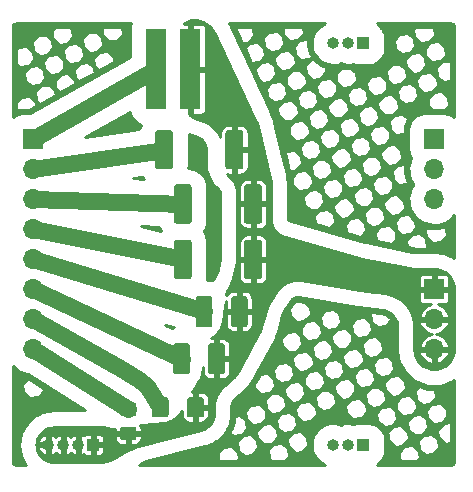
<source format=gbr>
G04 #@! TF.GenerationSoftware,KiCad,Pcbnew,5.99.0-unknown-df3fabf~86~ubuntu18.04.1*
G04 #@! TF.CreationDate,2019-10-25T18:59:48-04:00*
G04 #@! TF.ProjectId,current_calibration_board,63757272-656e-4745-9f63-616c69627261,rev?*
G04 #@! TF.SameCoordinates,Original*
G04 #@! TF.FileFunction,Copper,L1,Top*
G04 #@! TF.FilePolarity,Positive*
%FSLAX46Y46*%
G04 Gerber Fmt 4.6, Leading zero omitted, Abs format (unit mm)*
G04 Created by KiCad (PCBNEW 5.99.0-unknown-df3fabf~86~ubuntu18.04.1) date 2019-10-25 18:59:48*
%MOMM*%
%LPD*%
G04 APERTURE LIST*
%ADD10O,1.700000X1.700000*%
%ADD11R,1.700000X1.700000*%
%ADD12R,1.800000X6.800000*%
%ADD13O,1.000000X1.000000*%
%ADD14R,1.000000X1.000000*%
%ADD15C,1.400000*%
%ADD16C,0.254000*%
G04 APERTURE END LIST*
D10*
X167000000Y-108890000D03*
X167000000Y-106350000D03*
D11*
X167000000Y-103810000D03*
D12*
X143450000Y-85200000D03*
X146350000Y-85200000D03*
G04 #@! TA.AperFunction,SMDPad,CuDef*
G36*
X144720671Y-90344030D02*
G01*
X144801777Y-90398223D01*
X144855970Y-90479329D01*
X144875000Y-90574999D01*
X144875000Y-93425001D01*
X144855970Y-93520671D01*
X144801777Y-93601777D01*
X144720671Y-93655970D01*
X144625001Y-93675000D01*
X143599999Y-93675000D01*
X143504329Y-93655970D01*
X143423223Y-93601777D01*
X143369030Y-93520671D01*
X143350000Y-93425001D01*
X143350000Y-90574999D01*
X143369030Y-90479329D01*
X143423223Y-90398223D01*
X143504329Y-90344030D01*
X143599999Y-90325000D01*
X144625001Y-90325000D01*
X144720671Y-90344030D01*
G37*
G04 #@! TD.AperFunction*
G04 #@! TA.AperFunction,SMDPad,CuDef*
G36*
X150695671Y-90344030D02*
G01*
X150776777Y-90398223D01*
X150830970Y-90479329D01*
X150850000Y-90574999D01*
X150850000Y-93425001D01*
X150830970Y-93520671D01*
X150776777Y-93601777D01*
X150695671Y-93655970D01*
X150600001Y-93675000D01*
X149574999Y-93675000D01*
X149479329Y-93655970D01*
X149398223Y-93601777D01*
X149344030Y-93520671D01*
X149325000Y-93425001D01*
X149325000Y-90574999D01*
X149344030Y-90479329D01*
X149398223Y-90398223D01*
X149479329Y-90344030D01*
X149574999Y-90325000D01*
X150600001Y-90325000D01*
X150695671Y-90344030D01*
G37*
G04 #@! TD.AperFunction*
G04 #@! TA.AperFunction,SMDPad,CuDef*
G36*
X146320671Y-94944030D02*
G01*
X146401777Y-94998223D01*
X146455970Y-95079329D01*
X146475000Y-95174999D01*
X146475000Y-98025001D01*
X146455970Y-98120671D01*
X146401777Y-98201777D01*
X146320671Y-98255970D01*
X146225001Y-98275000D01*
X145199999Y-98275000D01*
X145104329Y-98255970D01*
X145023223Y-98201777D01*
X144969030Y-98120671D01*
X144950000Y-98025001D01*
X144950000Y-95174999D01*
X144969030Y-95079329D01*
X145023223Y-94998223D01*
X145104329Y-94944030D01*
X145199999Y-94925000D01*
X146225001Y-94925000D01*
X146320671Y-94944030D01*
G37*
G04 #@! TD.AperFunction*
G04 #@! TA.AperFunction,SMDPad,CuDef*
G36*
X152295671Y-94944030D02*
G01*
X152376777Y-94998223D01*
X152430970Y-95079329D01*
X152450000Y-95174999D01*
X152450000Y-98025001D01*
X152430970Y-98120671D01*
X152376777Y-98201777D01*
X152295671Y-98255970D01*
X152200001Y-98275000D01*
X151174999Y-98275000D01*
X151079329Y-98255970D01*
X150998223Y-98201777D01*
X150944030Y-98120671D01*
X150925000Y-98025001D01*
X150925000Y-95174999D01*
X150944030Y-95079329D01*
X150998223Y-94998223D01*
X151079329Y-94944030D01*
X151174999Y-94925000D01*
X152200001Y-94925000D01*
X152295671Y-94944030D01*
G37*
G04 #@! TD.AperFunction*
G04 #@! TA.AperFunction,SMDPad,CuDef*
G36*
X146320671Y-99644030D02*
G01*
X146401777Y-99698223D01*
X146455970Y-99779329D01*
X146475000Y-99874999D01*
X146475000Y-102725001D01*
X146455970Y-102820671D01*
X146401777Y-102901777D01*
X146320671Y-102955970D01*
X146225001Y-102975000D01*
X145199999Y-102975000D01*
X145104329Y-102955970D01*
X145023223Y-102901777D01*
X144969030Y-102820671D01*
X144950000Y-102725001D01*
X144950000Y-99874999D01*
X144969030Y-99779329D01*
X145023223Y-99698223D01*
X145104329Y-99644030D01*
X145199999Y-99625000D01*
X146225001Y-99625000D01*
X146320671Y-99644030D01*
G37*
G04 #@! TD.AperFunction*
G04 #@! TA.AperFunction,SMDPad,CuDef*
G36*
X152295671Y-99644030D02*
G01*
X152376777Y-99698223D01*
X152430970Y-99779329D01*
X152450000Y-99874999D01*
X152450000Y-102725001D01*
X152430970Y-102820671D01*
X152376777Y-102901777D01*
X152295671Y-102955970D01*
X152200001Y-102975000D01*
X151174999Y-102975000D01*
X151079329Y-102955970D01*
X150998223Y-102901777D01*
X150944030Y-102820671D01*
X150925000Y-102725001D01*
X150925000Y-99874999D01*
X150944030Y-99779329D01*
X150998223Y-99698223D01*
X151079329Y-99644030D01*
X151174999Y-99625000D01*
X152200001Y-99625000D01*
X152295671Y-99644030D01*
G37*
G04 #@! TD.AperFunction*
G04 #@! TA.AperFunction,SMDPad,CuDef*
G36*
X148070671Y-104394030D02*
G01*
X148151777Y-104448223D01*
X148205970Y-104529329D01*
X148225000Y-104625000D01*
X148225000Y-106775000D01*
X148205970Y-106870671D01*
X148151777Y-106951777D01*
X148070671Y-107005970D01*
X147975000Y-107025000D01*
X147050000Y-107025000D01*
X146954329Y-107005970D01*
X146873223Y-106951777D01*
X146819030Y-106870671D01*
X146800000Y-106775000D01*
X146800000Y-104625000D01*
X146819030Y-104529329D01*
X146873223Y-104448223D01*
X146954329Y-104394030D01*
X147050000Y-104375000D01*
X147975000Y-104375000D01*
X148070671Y-104394030D01*
G37*
G04 #@! TD.AperFunction*
G04 #@! TA.AperFunction,SMDPad,CuDef*
G36*
X151045671Y-104394030D02*
G01*
X151126777Y-104448223D01*
X151180970Y-104529329D01*
X151200000Y-104625000D01*
X151200000Y-106775000D01*
X151180970Y-106870671D01*
X151126777Y-106951777D01*
X151045671Y-107005970D01*
X150950000Y-107025000D01*
X150025000Y-107025000D01*
X149929329Y-107005970D01*
X149848223Y-106951777D01*
X149794030Y-106870671D01*
X149775000Y-106775000D01*
X149775000Y-104625000D01*
X149794030Y-104529329D01*
X149848223Y-104448223D01*
X149929329Y-104394030D01*
X150025000Y-104375000D01*
X150950000Y-104375000D01*
X151045671Y-104394030D01*
G37*
G04 #@! TD.AperFunction*
G04 #@! TA.AperFunction,SMDPad,CuDef*
G36*
X146170671Y-108394030D02*
G01*
X146251777Y-108448223D01*
X146305970Y-108529329D01*
X146325000Y-108625000D01*
X146325000Y-110775000D01*
X146305970Y-110870671D01*
X146251777Y-110951777D01*
X146170671Y-111005970D01*
X146075000Y-111025000D01*
X145150000Y-111025000D01*
X145054329Y-111005970D01*
X144973223Y-110951777D01*
X144919030Y-110870671D01*
X144900000Y-110775000D01*
X144900000Y-108625000D01*
X144919030Y-108529329D01*
X144973223Y-108448223D01*
X145054329Y-108394030D01*
X145150000Y-108375000D01*
X146075000Y-108375000D01*
X146170671Y-108394030D01*
G37*
G04 #@! TD.AperFunction*
G04 #@! TA.AperFunction,SMDPad,CuDef*
G36*
X149145671Y-108394030D02*
G01*
X149226777Y-108448223D01*
X149280970Y-108529329D01*
X149300000Y-108625000D01*
X149300000Y-110775000D01*
X149280970Y-110870671D01*
X149226777Y-110951777D01*
X149145671Y-111005970D01*
X149050000Y-111025000D01*
X148125000Y-111025000D01*
X148029329Y-111005970D01*
X147948223Y-110951777D01*
X147894030Y-110870671D01*
X147875000Y-110775000D01*
X147875000Y-108625000D01*
X147894030Y-108529329D01*
X147948223Y-108448223D01*
X148029329Y-108394030D01*
X148125000Y-108375000D01*
X149050000Y-108375000D01*
X149145671Y-108394030D01*
G37*
G04 #@! TD.AperFunction*
G04 #@! TA.AperFunction,SMDPad,CuDef*
G36*
X144370671Y-112944030D02*
G01*
X144451777Y-112998223D01*
X144505970Y-113079329D01*
X144525000Y-113175000D01*
X144525000Y-114425000D01*
X144505970Y-114520671D01*
X144451777Y-114601777D01*
X144370671Y-114655970D01*
X144275000Y-114675000D01*
X143350000Y-114675000D01*
X143254329Y-114655970D01*
X143173223Y-114601777D01*
X143119030Y-114520671D01*
X143100000Y-114425000D01*
X143100000Y-113175000D01*
X143119030Y-113079329D01*
X143173223Y-112998223D01*
X143254329Y-112944030D01*
X143350000Y-112925000D01*
X144275000Y-112925000D01*
X144370671Y-112944030D01*
G37*
G04 #@! TD.AperFunction*
G04 #@! TA.AperFunction,SMDPad,CuDef*
G36*
X147345671Y-112944030D02*
G01*
X147426777Y-112998223D01*
X147480970Y-113079329D01*
X147500000Y-113175000D01*
X147500000Y-114425000D01*
X147480970Y-114520671D01*
X147426777Y-114601777D01*
X147345671Y-114655970D01*
X147250000Y-114675000D01*
X146325000Y-114675000D01*
X146229329Y-114655970D01*
X146148223Y-114601777D01*
X146094030Y-114520671D01*
X146075000Y-114425000D01*
X146075000Y-113175000D01*
X146094030Y-113079329D01*
X146148223Y-112998223D01*
X146229329Y-112944030D01*
X146325000Y-112925000D01*
X147250000Y-112925000D01*
X147345671Y-112944030D01*
G37*
G04 #@! TD.AperFunction*
G04 #@! TA.AperFunction,SMDPad,CuDef*
G36*
X141645671Y-113419030D02*
G01*
X141726777Y-113473223D01*
X141780970Y-113554329D01*
X141800000Y-113649999D01*
X141800000Y-114300001D01*
X141780970Y-114395671D01*
X141726777Y-114476777D01*
X141645671Y-114530970D01*
X141550001Y-114550000D01*
X140649999Y-114550000D01*
X140554329Y-114530970D01*
X140473223Y-114476777D01*
X140419030Y-114395671D01*
X140400000Y-114300001D01*
X140400000Y-113649999D01*
X140419030Y-113554329D01*
X140473223Y-113473223D01*
X140554329Y-113419030D01*
X140649999Y-113400000D01*
X141550001Y-113400000D01*
X141645671Y-113419030D01*
G37*
G04 #@! TD.AperFunction*
G04 #@! TA.AperFunction,SMDPad,CuDef*
G36*
X141645671Y-115469030D02*
G01*
X141726777Y-115523223D01*
X141780970Y-115604329D01*
X141800000Y-115699999D01*
X141800000Y-116350001D01*
X141780970Y-116445671D01*
X141726777Y-116526777D01*
X141645671Y-116580970D01*
X141550001Y-116600000D01*
X140649999Y-116600000D01*
X140554329Y-116580970D01*
X140473223Y-116526777D01*
X140419030Y-116445671D01*
X140400000Y-116350001D01*
X140400000Y-115699999D01*
X140419030Y-115604329D01*
X140473223Y-115523223D01*
X140554329Y-115469030D01*
X140649999Y-115450000D01*
X141550001Y-115450000D01*
X141645671Y-115469030D01*
G37*
G04 #@! TD.AperFunction*
D10*
X133000000Y-108890000D03*
X133000000Y-106350000D03*
X133000000Y-103810000D03*
X133000000Y-101270000D03*
X133000000Y-98730000D03*
X133000000Y-96190000D03*
X133000000Y-93650000D03*
D11*
X133000000Y-91110000D03*
D10*
X167000000Y-96190000D03*
X167000000Y-93650000D03*
D11*
X167000000Y-91110000D03*
D13*
X134330000Y-117000000D03*
X135600000Y-117000000D03*
X136870000Y-117000000D03*
D14*
X138140000Y-117000000D03*
D13*
X158460000Y-83000000D03*
X159730000Y-83000000D03*
D14*
X161000000Y-83000000D03*
D13*
X158460000Y-117000000D03*
X159730000Y-117000000D03*
D14*
X161000000Y-117000000D03*
D15*
X133000000Y-91110000D02*
X143450000Y-85200000D01*
X133000000Y-93650000D02*
X144112500Y-92000000D01*
X145712500Y-96600000D02*
X133000000Y-96190000D01*
X133000000Y-98730000D02*
X145712500Y-101300000D01*
X147512500Y-105700000D02*
X133000000Y-101270000D01*
X133000000Y-103810000D02*
X145612500Y-109700000D01*
X141100000Y-113975000D02*
X133000000Y-108890000D01*
X143812500Y-113800000D02*
X142700000Y-112000000D01*
X142700000Y-112000000D02*
X141900000Y-111400000D01*
X141900000Y-111400000D02*
X140400000Y-110500000D01*
X140400000Y-110500000D02*
X133000000Y-106350000D01*
G36*
X146931612Y-81046324D02*
G01*
X147207575Y-81105944D01*
X147472332Y-81203977D01*
X147720573Y-81338457D01*
X147947308Y-81506679D01*
X148147979Y-81705262D01*
X148318569Y-81930233D01*
X148457808Y-82180962D01*
X151857041Y-89476877D01*
X151966599Y-89746552D01*
X152048625Y-90025845D01*
X153093776Y-94380642D01*
X153153873Y-94717286D01*
X153174000Y-95058678D01*
X153174000Y-97308307D01*
X153179965Y-97499373D01*
X153224591Y-98213396D01*
X153256913Y-98426662D01*
X153327858Y-98636251D01*
X153434400Y-98830183D01*
X153573249Y-99002465D01*
X153740116Y-99147778D01*
X153929847Y-99261633D01*
X154131377Y-99338528D01*
X160659949Y-101191232D01*
X160882347Y-101245452D01*
X164880350Y-102063226D01*
X165188838Y-102110266D01*
X165500495Y-102126000D01*
X166995499Y-102126000D01*
X167238192Y-102143357D01*
X167471527Y-102194117D01*
X167695273Y-102277569D01*
X167904858Y-102392012D01*
X168096029Y-102535121D01*
X168264879Y-102703971D01*
X168407988Y-102895142D01*
X168522431Y-103104727D01*
X168605883Y-103328473D01*
X168656643Y-103561808D01*
X168674000Y-103804501D01*
X168674000Y-108895499D01*
X168656643Y-109138192D01*
X168605883Y-109371527D01*
X168522431Y-109595273D01*
X168407988Y-109804858D01*
X168264879Y-109996029D01*
X168096029Y-110164879D01*
X167904858Y-110307988D01*
X167695273Y-110422431D01*
X167471527Y-110505883D01*
X167238192Y-110556643D01*
X167000000Y-110573678D01*
X166761808Y-110556643D01*
X166528473Y-110505883D01*
X166304727Y-110422431D01*
X166095142Y-110307988D01*
X165903971Y-110164879D01*
X165735121Y-109996029D01*
X165592012Y-109804858D01*
X165477569Y-109595273D01*
X165394117Y-109371527D01*
X165343357Y-109138192D01*
X165334762Y-109018000D01*
X165719096Y-109018000D01*
X165754447Y-109223744D01*
X165836124Y-109445140D01*
X165956781Y-109647944D01*
X166112373Y-109825363D01*
X166297693Y-109971458D01*
X166506532Y-110081334D01*
X166872000Y-110194816D01*
X166872000Y-109018000D01*
X167128000Y-109018000D01*
X167128000Y-110188073D01*
X167462113Y-110093844D01*
X167673757Y-109989471D01*
X167862838Y-109848279D01*
X168023022Y-109674992D01*
X168148945Y-109475417D01*
X168236389Y-109256235D01*
X168283778Y-109018000D01*
X167128000Y-109018000D01*
X166872000Y-109018000D01*
X165719096Y-109018000D01*
X165334762Y-109018000D01*
X165326000Y-108895499D01*
X165326000Y-108762000D01*
X165716222Y-108762000D01*
X168280904Y-108762000D01*
X168245553Y-108556256D01*
X168163876Y-108334860D01*
X168043219Y-108132056D01*
X167887627Y-107954637D01*
X167702307Y-107808542D01*
X167493468Y-107698666D01*
X167267305Y-107628440D01*
X167198716Y-107621231D01*
X167234991Y-107617898D01*
X167462113Y-107553844D01*
X167673757Y-107449471D01*
X167862838Y-107308279D01*
X168023022Y-107134992D01*
X168148945Y-106935417D01*
X168236389Y-106716235D01*
X168283778Y-106478000D01*
X165719096Y-106478000D01*
X165754447Y-106683744D01*
X165836124Y-106905140D01*
X165956781Y-107107944D01*
X166112373Y-107285363D01*
X166297693Y-107431458D01*
X166506532Y-107541334D01*
X166732695Y-107611560D01*
X166801284Y-107618769D01*
X166765009Y-107622102D01*
X166537887Y-107686156D01*
X166326243Y-107790529D01*
X166137162Y-107931721D01*
X165976978Y-108105008D01*
X165851055Y-108304583D01*
X165763611Y-108523765D01*
X165716222Y-108762000D01*
X165326000Y-108762000D01*
X165326000Y-106921970D01*
X165304902Y-106585256D01*
X165241200Y-106249927D01*
X165136137Y-105925173D01*
X164991358Y-105616073D01*
X164809127Y-105327464D01*
X164592499Y-105064109D01*
X164344484Y-104827242D01*
X164071205Y-104620569D01*
X163776031Y-104446593D01*
X163462855Y-104307608D01*
X163135810Y-104205447D01*
X162802770Y-104142137D01*
X161246230Y-103938000D01*
X165709966Y-103938000D01*
X165709966Y-104672410D01*
X165741180Y-104829339D01*
X165837103Y-104972897D01*
X165980661Y-105068820D01*
X166137590Y-105100034D01*
X166701426Y-105100034D01*
X166537887Y-105146156D01*
X166326243Y-105250529D01*
X166137162Y-105391721D01*
X165976978Y-105565008D01*
X165851055Y-105764583D01*
X165763611Y-105983765D01*
X165716222Y-106222000D01*
X168280904Y-106222000D01*
X168245553Y-106016256D01*
X168163876Y-105794860D01*
X168043219Y-105592056D01*
X167887627Y-105414637D01*
X167702307Y-105268542D01*
X167493468Y-105158666D01*
X167304644Y-105100034D01*
X167862410Y-105100034D01*
X168019339Y-105068820D01*
X168162897Y-104972897D01*
X168258820Y-104829339D01*
X168290034Y-104672410D01*
X168290034Y-103938000D01*
X165709966Y-103938000D01*
X161246230Y-103938000D01*
X160807458Y-103880456D01*
X160728854Y-103869066D01*
X155766438Y-103081381D01*
X155461733Y-103055165D01*
X155151890Y-103072957D01*
X154847756Y-103134780D01*
X154555555Y-103239370D01*
X154281270Y-103384584D01*
X154030512Y-103567452D01*
X153808415Y-103784230D01*
X153622278Y-104026893D01*
X153156420Y-104733713D01*
X152991458Y-105015264D01*
X152855690Y-105315651D01*
X152753351Y-105625505D01*
X152374055Y-107016260D01*
X152263140Y-107344455D01*
X152113952Y-107657113D01*
X150464057Y-110642638D01*
X150271181Y-110945729D01*
X150044863Y-111219687D01*
X149783619Y-111466303D01*
X149261350Y-111901526D01*
X149039298Y-112111443D01*
X148842675Y-112350489D01*
X148677428Y-112612208D01*
X148546143Y-112892507D01*
X148450873Y-113187002D01*
X148393108Y-113491084D01*
X148374000Y-113796057D01*
X148374000Y-114362825D01*
X148352747Y-114598725D01*
X148291185Y-114821543D01*
X148190791Y-115029762D01*
X148054230Y-115217463D01*
X147884781Y-115384125D01*
X147691606Y-115524199D01*
X147479691Y-115633894D01*
X147249317Y-115712272D01*
X142226847Y-117011187D01*
X141961679Y-117092606D01*
X141704868Y-117197442D01*
X140762923Y-117632185D01*
X140526823Y-117753838D01*
X139932760Y-118093302D01*
X139594162Y-118258643D01*
X139240907Y-118377462D01*
X138875233Y-118449565D01*
X138499214Y-118474000D01*
X134804956Y-118474000D01*
X134569476Y-118455467D01*
X134344628Y-118401486D01*
X134130996Y-118312997D01*
X133933830Y-118192173D01*
X133758000Y-118042000D01*
X133607827Y-117866170D01*
X133487003Y-117669004D01*
X133398514Y-117455372D01*
X133344533Y-117230524D01*
X133336465Y-117128000D01*
X133386891Y-117128000D01*
X133479551Y-117400190D01*
X133589347Y-117578662D01*
X133735954Y-117728372D01*
X133912087Y-117841881D01*
X134202000Y-117947402D01*
X134202000Y-117944485D01*
X134458000Y-117944485D01*
X134736118Y-117847635D01*
X134913818Y-117736596D01*
X134964612Y-117686155D01*
X135005954Y-117728372D01*
X135182087Y-117841881D01*
X135472000Y-117947402D01*
X135472000Y-117944485D01*
X135728000Y-117944485D01*
X136006118Y-117847635D01*
X136183818Y-117736596D01*
X136234612Y-117686155D01*
X136275954Y-117728372D01*
X136452087Y-117841881D01*
X136742000Y-117947402D01*
X136742000Y-117944485D01*
X136998000Y-117944485D01*
X137276118Y-117847635D01*
X137329329Y-117814385D01*
X137470661Y-117908820D01*
X137627590Y-117940034D01*
X138012000Y-117940034D01*
X138012000Y-117128000D01*
X138268000Y-117128000D01*
X138268000Y-117940034D01*
X138652410Y-117940034D01*
X138809339Y-117908820D01*
X138952897Y-117812897D01*
X139048820Y-117669339D01*
X139080034Y-117512410D01*
X139080034Y-117128000D01*
X138268000Y-117128000D01*
X138012000Y-117128000D01*
X138012000Y-116059966D01*
X138268000Y-116059966D01*
X138268000Y-116872000D01*
X139080034Y-116872000D01*
X139080034Y-116487590D01*
X139048820Y-116330661D01*
X138952897Y-116187103D01*
X138901859Y-116153000D01*
X139961741Y-116153000D01*
X139961741Y-116354367D01*
X139982290Y-116519221D01*
X140072916Y-116725829D01*
X140227526Y-116893780D01*
X140428291Y-117002428D01*
X140643015Y-117038259D01*
X140972000Y-117038259D01*
X140972000Y-116153000D01*
X141228000Y-116153000D01*
X141228000Y-117038259D01*
X141554367Y-117038259D01*
X141719221Y-117017710D01*
X141925829Y-116927084D01*
X142093780Y-116772474D01*
X142202428Y-116571709D01*
X142238259Y-116356985D01*
X142238259Y-116153000D01*
X141228000Y-116153000D01*
X140972000Y-116153000D01*
X139961741Y-116153000D01*
X138901859Y-116153000D01*
X138809339Y-116091180D01*
X138652410Y-116059966D01*
X138268000Y-116059966D01*
X138012000Y-116059966D01*
X137627590Y-116059966D01*
X137470661Y-116091180D01*
X137329943Y-116185205D01*
X137287914Y-116158119D01*
X136998000Y-116052598D01*
X136998000Y-117944485D01*
X136742000Y-117944485D01*
X136742000Y-116055515D01*
X136463882Y-116152365D01*
X136286182Y-116263404D01*
X136235388Y-116313845D01*
X136194046Y-116271628D01*
X136017913Y-116158119D01*
X135728000Y-116052598D01*
X135728000Y-117944485D01*
X135472000Y-117944485D01*
X135472000Y-116055515D01*
X135193882Y-116152365D01*
X135016182Y-116263404D01*
X134965388Y-116313845D01*
X134924046Y-116271628D01*
X134747913Y-116158119D01*
X134458000Y-116052598D01*
X134458000Y-117944485D01*
X134202000Y-117944485D01*
X134202000Y-117128000D01*
X133386891Y-117128000D01*
X133336465Y-117128000D01*
X133326390Y-117000000D01*
X133336464Y-116872000D01*
X133384085Y-116872000D01*
X134202000Y-116872000D01*
X134202000Y-116055515D01*
X133923882Y-116152365D01*
X133746182Y-116263404D01*
X133597498Y-116411054D01*
X133485222Y-116587974D01*
X133384085Y-116872000D01*
X133336464Y-116872000D01*
X133344533Y-116769476D01*
X133398514Y-116544628D01*
X133487003Y-116330996D01*
X133607827Y-116133830D01*
X133758000Y-115958000D01*
X133933830Y-115807827D01*
X134130996Y-115687003D01*
X134344628Y-115598514D01*
X134569476Y-115544533D01*
X134804956Y-115526000D01*
X138931613Y-115526000D01*
X139278964Y-115550206D01*
X139624395Y-115623372D01*
X139867763Y-115672843D01*
X139964380Y-115677198D01*
X139961741Y-115693015D01*
X139961741Y-115897000D01*
X142238259Y-115897000D01*
X142238259Y-115695633D01*
X142217710Y-115530779D01*
X142129401Y-115329454D01*
X142252105Y-115311868D01*
X144145014Y-115128684D01*
X144232455Y-115113259D01*
X144279366Y-115113259D01*
X144444220Y-115092710D01*
X144643154Y-115005449D01*
X144711326Y-114982033D01*
X144972773Y-114843545D01*
X145209482Y-114666056D01*
X145415686Y-114453893D01*
X145586361Y-114212225D01*
X145636741Y-114110189D01*
X145636741Y-114429366D01*
X145657290Y-114594220D01*
X145747918Y-114800828D01*
X145902526Y-114968778D01*
X146103291Y-115077428D01*
X146318016Y-115113259D01*
X146659500Y-115113259D01*
X146659500Y-113928000D01*
X146915500Y-113928000D01*
X146915500Y-115113259D01*
X147254366Y-115113259D01*
X147419220Y-115092710D01*
X147625828Y-115002082D01*
X147793778Y-114847474D01*
X147902428Y-114646709D01*
X147938259Y-114431984D01*
X147938259Y-113928000D01*
X146915500Y-113928000D01*
X146659500Y-113928000D01*
X146659500Y-112486741D01*
X146915500Y-112486741D01*
X146915500Y-113672000D01*
X147938259Y-113672000D01*
X147938259Y-113170634D01*
X147917710Y-113005780D01*
X147827082Y-112799172D01*
X147672474Y-112631222D01*
X147471709Y-112522572D01*
X147256984Y-112486741D01*
X146915500Y-112486741D01*
X146659500Y-112486741D01*
X146467445Y-112486741D01*
X146825238Y-112009683D01*
X147044727Y-111673651D01*
X147220659Y-111308346D01*
X147347832Y-110923343D01*
X147423338Y-110529146D01*
X147436741Y-110421922D01*
X147436741Y-110779366D01*
X147457290Y-110944220D01*
X147547918Y-111150828D01*
X147702526Y-111318778D01*
X147903291Y-111427428D01*
X148118016Y-111463259D01*
X148459500Y-111463259D01*
X148459500Y-109828000D01*
X148715500Y-109828000D01*
X148715500Y-111463259D01*
X149054366Y-111463259D01*
X149219220Y-111442710D01*
X149425828Y-111352082D01*
X149593778Y-111197474D01*
X149702428Y-110996709D01*
X149738259Y-110781984D01*
X149738259Y-109828000D01*
X148715500Y-109828000D01*
X148459500Y-109828000D01*
X148459500Y-107936741D01*
X148715500Y-107936741D01*
X148715500Y-109572000D01*
X149738259Y-109572000D01*
X149738259Y-108620634D01*
X149717710Y-108455780D01*
X149627082Y-108249172D01*
X149472474Y-108081222D01*
X149271709Y-107972572D01*
X149056984Y-107936741D01*
X148715500Y-107936741D01*
X148459500Y-107936741D01*
X148138159Y-107936741D01*
X148139462Y-107935465D01*
X148523487Y-107657684D01*
X148706177Y-107478628D01*
X148860237Y-107274415D01*
X148982244Y-107049579D01*
X149069490Y-106809111D01*
X149119109Y-106562969D01*
X149210980Y-105828000D01*
X149336741Y-105828000D01*
X149336741Y-106779366D01*
X149357290Y-106944220D01*
X149447918Y-107150828D01*
X149602526Y-107318778D01*
X149803291Y-107427428D01*
X150018016Y-107463259D01*
X150359500Y-107463259D01*
X150359500Y-105828000D01*
X150615500Y-105828000D01*
X150615500Y-107463259D01*
X150954366Y-107463259D01*
X151119220Y-107442710D01*
X151325828Y-107352082D01*
X151493778Y-107197474D01*
X151602428Y-106996709D01*
X151638259Y-106781984D01*
X151638259Y-105828000D01*
X150615500Y-105828000D01*
X150359500Y-105828000D01*
X149336741Y-105828000D01*
X149210980Y-105828000D01*
X149336741Y-104821919D01*
X149336741Y-105572000D01*
X150359500Y-105572000D01*
X150359500Y-103936741D01*
X150615500Y-103936741D01*
X150615500Y-105572000D01*
X151638259Y-105572000D01*
X151638259Y-104620634D01*
X151617710Y-104455780D01*
X151527082Y-104249172D01*
X151372474Y-104081222D01*
X151171709Y-103972572D01*
X150956984Y-103936741D01*
X150615500Y-103936741D01*
X150359500Y-103936741D01*
X150020634Y-103936741D01*
X149855780Y-103957290D01*
X149649172Y-104047918D01*
X149481222Y-104202526D01*
X149411015Y-104332255D01*
X149418980Y-104287392D01*
X149500034Y-104003787D01*
X149610945Y-103726960D01*
X149886060Y-103130878D01*
X150004309Y-102835682D01*
X150091640Y-102529910D01*
X150246751Y-101857765D01*
X150306124Y-101512087D01*
X150310896Y-101428000D01*
X150486741Y-101428000D01*
X150486741Y-102729367D01*
X150507290Y-102894221D01*
X150597916Y-103100829D01*
X150752526Y-103268780D01*
X150953291Y-103377428D01*
X151168015Y-103413259D01*
X151559500Y-103413259D01*
X151559500Y-101428000D01*
X151815500Y-101428000D01*
X151815500Y-103413259D01*
X152204367Y-103413259D01*
X152369221Y-103392710D01*
X152575829Y-103302084D01*
X152743780Y-103147474D01*
X152851951Y-102947590D01*
X165709966Y-102947590D01*
X165709966Y-103682000D01*
X166872000Y-103682000D01*
X166872000Y-102519966D01*
X167128000Y-102519966D01*
X167128000Y-103682000D01*
X168290034Y-103682000D01*
X168290034Y-102947590D01*
X168258820Y-102790661D01*
X168162897Y-102647103D01*
X168019339Y-102551180D01*
X167862410Y-102519966D01*
X167128000Y-102519966D01*
X166872000Y-102519966D01*
X166137590Y-102519966D01*
X165980661Y-102551180D01*
X165837103Y-102647103D01*
X165741180Y-102790661D01*
X165709966Y-102947590D01*
X152851951Y-102947590D01*
X152852428Y-102946709D01*
X152888259Y-102731985D01*
X152888259Y-101428000D01*
X151815500Y-101428000D01*
X151559500Y-101428000D01*
X150486741Y-101428000D01*
X150310896Y-101428000D01*
X150326000Y-101161909D01*
X150326000Y-99868015D01*
X150486741Y-99868015D01*
X150486741Y-101172000D01*
X151559500Y-101172000D01*
X151559500Y-99186741D01*
X151815500Y-99186741D01*
X151815500Y-101172000D01*
X152888259Y-101172000D01*
X152888259Y-99870633D01*
X152867710Y-99705779D01*
X152777084Y-99499171D01*
X152622474Y-99331220D01*
X152421709Y-99222572D01*
X152206985Y-99186741D01*
X151815500Y-99186741D01*
X151559500Y-99186741D01*
X151170633Y-99186741D01*
X151005779Y-99207290D01*
X150799171Y-99297916D01*
X150631220Y-99452526D01*
X150522572Y-99653291D01*
X150486741Y-99868015D01*
X150326000Y-99868015D01*
X150326000Y-96728000D01*
X150486741Y-96728000D01*
X150486741Y-98029367D01*
X150507290Y-98194221D01*
X150597916Y-98400829D01*
X150752526Y-98568780D01*
X150953291Y-98677428D01*
X151168015Y-98713259D01*
X151559500Y-98713259D01*
X151559500Y-96728000D01*
X151815500Y-96728000D01*
X151815500Y-98713259D01*
X152204367Y-98713259D01*
X152369221Y-98692710D01*
X152575829Y-98602084D01*
X152743780Y-98447474D01*
X152852428Y-98246709D01*
X152888259Y-98031985D01*
X152888259Y-96728000D01*
X151815500Y-96728000D01*
X151559500Y-96728000D01*
X150486741Y-96728000D01*
X150326000Y-96728000D01*
X150326000Y-95676424D01*
X150307249Y-95420034D01*
X150251154Y-95168015D01*
X150486741Y-95168015D01*
X150486741Y-96472000D01*
X151559500Y-96472000D01*
X151559500Y-94486741D01*
X151815500Y-94486741D01*
X151815500Y-96472000D01*
X152888259Y-96472000D01*
X152888259Y-95170633D01*
X152867710Y-95005779D01*
X152777084Y-94799171D01*
X152622474Y-94631220D01*
X152421709Y-94522572D01*
X152206985Y-94486741D01*
X151815500Y-94486741D01*
X151559500Y-94486741D01*
X151170633Y-94486741D01*
X151005779Y-94507290D01*
X150799171Y-94597916D01*
X150631220Y-94752526D01*
X150522572Y-94953291D01*
X150486741Y-95168015D01*
X150251154Y-95168015D01*
X150250393Y-95164597D01*
X150156977Y-94920151D01*
X150028991Y-94691896D01*
X149869158Y-94484691D01*
X149519120Y-94146800D01*
X149482201Y-94098939D01*
X149568015Y-94113259D01*
X149959500Y-94113259D01*
X149959500Y-92128000D01*
X150215500Y-92128000D01*
X150215500Y-94113259D01*
X150604367Y-94113259D01*
X150769221Y-94092710D01*
X150975829Y-94002084D01*
X151143780Y-93847474D01*
X151252428Y-93646709D01*
X151288259Y-93431985D01*
X151288259Y-92128000D01*
X150215500Y-92128000D01*
X149959500Y-92128000D01*
X149959500Y-89886741D01*
X150215500Y-89886741D01*
X150215500Y-91872000D01*
X151288259Y-91872000D01*
X151288259Y-90570633D01*
X151267710Y-90405779D01*
X151177084Y-90199171D01*
X151022474Y-90031220D01*
X150821709Y-89922572D01*
X150606985Y-89886741D01*
X150215500Y-89886741D01*
X149959500Y-89886741D01*
X149570633Y-89886741D01*
X149405779Y-89907290D01*
X149199171Y-89997916D01*
X149031220Y-90152526D01*
X148922572Y-90353291D01*
X148886741Y-90568015D01*
X148886741Y-90918910D01*
X148777998Y-90697979D01*
X148589061Y-90414618D01*
X148364811Y-90158295D01*
X148109071Y-89933379D01*
X147826201Y-89743707D01*
X147521027Y-89592514D01*
X147202660Y-89483712D01*
X147186849Y-89479438D01*
X146889232Y-89377728D01*
X146611110Y-89239936D01*
X146353316Y-89067078D01*
X146222000Y-88951589D01*
X146222000Y-85328000D01*
X146478000Y-85328000D01*
X146478000Y-89040034D01*
X147262410Y-89040034D01*
X147419339Y-89008820D01*
X147562897Y-88912897D01*
X147658820Y-88769339D01*
X147690034Y-88612410D01*
X147690034Y-85328000D01*
X146478000Y-85328000D01*
X146222000Y-85328000D01*
X146222000Y-81359966D01*
X146478000Y-81359966D01*
X146478000Y-85072000D01*
X147690034Y-85072000D01*
X147690034Y-81787590D01*
X147658820Y-81630661D01*
X147562897Y-81487103D01*
X147419339Y-81391180D01*
X147262410Y-81359966D01*
X146478000Y-81359966D01*
X146222000Y-81359966D01*
X145816301Y-81359966D01*
X145863534Y-81312733D01*
X146038240Y-81190403D01*
X146231532Y-81100269D01*
X146437537Y-81045070D01*
X146651037Y-81026391D01*
X146931612Y-81046324D01*
G37*
D16*
X146931612Y-81046324D02*
X147207575Y-81105944D01*
X147472332Y-81203977D01*
X147720573Y-81338457D01*
X147947308Y-81506679D01*
X148147979Y-81705262D01*
X148318569Y-81930233D01*
X148457808Y-82180962D01*
X151857041Y-89476877D01*
X151966599Y-89746552D01*
X152048625Y-90025845D01*
X153093776Y-94380642D01*
X153153873Y-94717286D01*
X153174000Y-95058678D01*
X153174000Y-97308307D01*
X153179965Y-97499373D01*
X153224591Y-98213396D01*
X153256913Y-98426662D01*
X153327858Y-98636251D01*
X153434400Y-98830183D01*
X153573249Y-99002465D01*
X153740116Y-99147778D01*
X153929847Y-99261633D01*
X154131377Y-99338528D01*
X160659949Y-101191232D01*
X160882347Y-101245452D01*
X164880350Y-102063226D01*
X165188838Y-102110266D01*
X165500495Y-102126000D01*
X166995499Y-102126000D01*
X167238192Y-102143357D01*
X167471527Y-102194117D01*
X167695273Y-102277569D01*
X167904858Y-102392012D01*
X168096029Y-102535121D01*
X168264879Y-102703971D01*
X168407988Y-102895142D01*
X168522431Y-103104727D01*
X168605883Y-103328473D01*
X168656643Y-103561808D01*
X168674000Y-103804501D01*
X168674000Y-108895499D01*
X168656643Y-109138192D01*
X168605883Y-109371527D01*
X168522431Y-109595273D01*
X168407988Y-109804858D01*
X168264879Y-109996029D01*
X168096029Y-110164879D01*
X167904858Y-110307988D01*
X167695273Y-110422431D01*
X167471527Y-110505883D01*
X167238192Y-110556643D01*
X167000000Y-110573678D01*
X166761808Y-110556643D01*
X166528473Y-110505883D01*
X166304727Y-110422431D01*
X166095142Y-110307988D01*
X165903971Y-110164879D01*
X165735121Y-109996029D01*
X165592012Y-109804858D01*
X165477569Y-109595273D01*
X165394117Y-109371527D01*
X165343357Y-109138192D01*
X165334762Y-109018000D01*
X165719096Y-109018000D01*
X165754447Y-109223744D01*
X165836124Y-109445140D01*
X165956781Y-109647944D01*
X166112373Y-109825363D01*
X166297693Y-109971458D01*
X166506532Y-110081334D01*
X166872000Y-110194816D01*
X166872000Y-109018000D01*
X167128000Y-109018000D01*
X167128000Y-110188073D01*
X167462113Y-110093844D01*
X167673757Y-109989471D01*
X167862838Y-109848279D01*
X168023022Y-109674992D01*
X168148945Y-109475417D01*
X168236389Y-109256235D01*
X168283778Y-109018000D01*
X167128000Y-109018000D01*
X166872000Y-109018000D01*
X165719096Y-109018000D01*
X165334762Y-109018000D01*
X165326000Y-108895499D01*
X165326000Y-108762000D01*
X165716222Y-108762000D01*
X168280904Y-108762000D01*
X168245553Y-108556256D01*
X168163876Y-108334860D01*
X168043219Y-108132056D01*
X167887627Y-107954637D01*
X167702307Y-107808542D01*
X167493468Y-107698666D01*
X167267305Y-107628440D01*
X167198716Y-107621231D01*
X167234991Y-107617898D01*
X167462113Y-107553844D01*
X167673757Y-107449471D01*
X167862838Y-107308279D01*
X168023022Y-107134992D01*
X168148945Y-106935417D01*
X168236389Y-106716235D01*
X168283778Y-106478000D01*
X165719096Y-106478000D01*
X165754447Y-106683744D01*
X165836124Y-106905140D01*
X165956781Y-107107944D01*
X166112373Y-107285363D01*
X166297693Y-107431458D01*
X166506532Y-107541334D01*
X166732695Y-107611560D01*
X166801284Y-107618769D01*
X166765009Y-107622102D01*
X166537887Y-107686156D01*
X166326243Y-107790529D01*
X166137162Y-107931721D01*
X165976978Y-108105008D01*
X165851055Y-108304583D01*
X165763611Y-108523765D01*
X165716222Y-108762000D01*
X165326000Y-108762000D01*
X165326000Y-106921970D01*
X165304902Y-106585256D01*
X165241200Y-106249927D01*
X165136137Y-105925173D01*
X164991358Y-105616073D01*
X164809127Y-105327464D01*
X164592499Y-105064109D01*
X164344484Y-104827242D01*
X164071205Y-104620569D01*
X163776031Y-104446593D01*
X163462855Y-104307608D01*
X163135810Y-104205447D01*
X162802770Y-104142137D01*
X161246230Y-103938000D01*
X165709966Y-103938000D01*
X165709966Y-104672410D01*
X165741180Y-104829339D01*
X165837103Y-104972897D01*
X165980661Y-105068820D01*
X166137590Y-105100034D01*
X166701426Y-105100034D01*
X166537887Y-105146156D01*
X166326243Y-105250529D01*
X166137162Y-105391721D01*
X165976978Y-105565008D01*
X165851055Y-105764583D01*
X165763611Y-105983765D01*
X165716222Y-106222000D01*
X168280904Y-106222000D01*
X168245553Y-106016256D01*
X168163876Y-105794860D01*
X168043219Y-105592056D01*
X167887627Y-105414637D01*
X167702307Y-105268542D01*
X167493468Y-105158666D01*
X167304644Y-105100034D01*
X167862410Y-105100034D01*
X168019339Y-105068820D01*
X168162897Y-104972897D01*
X168258820Y-104829339D01*
X168290034Y-104672410D01*
X168290034Y-103938000D01*
X165709966Y-103938000D01*
X161246230Y-103938000D01*
X160807458Y-103880456D01*
X160728854Y-103869066D01*
X155766438Y-103081381D01*
X155461733Y-103055165D01*
X155151890Y-103072957D01*
X154847756Y-103134780D01*
X154555555Y-103239370D01*
X154281270Y-103384584D01*
X154030512Y-103567452D01*
X153808415Y-103784230D01*
X153622278Y-104026893D01*
X153156420Y-104733713D01*
X152991458Y-105015264D01*
X152855690Y-105315651D01*
X152753351Y-105625505D01*
X152374055Y-107016260D01*
X152263140Y-107344455D01*
X152113952Y-107657113D01*
X150464057Y-110642638D01*
X150271181Y-110945729D01*
X150044863Y-111219687D01*
X149783619Y-111466303D01*
X149261350Y-111901526D01*
X149039298Y-112111443D01*
X148842675Y-112350489D01*
X148677428Y-112612208D01*
X148546143Y-112892507D01*
X148450873Y-113187002D01*
X148393108Y-113491084D01*
X148374000Y-113796057D01*
X148374000Y-114362825D01*
X148352747Y-114598725D01*
X148291185Y-114821543D01*
X148190791Y-115029762D01*
X148054230Y-115217463D01*
X147884781Y-115384125D01*
X147691606Y-115524199D01*
X147479691Y-115633894D01*
X147249317Y-115712272D01*
X142226847Y-117011187D01*
X141961679Y-117092606D01*
X141704868Y-117197442D01*
X140762923Y-117632185D01*
X140526823Y-117753838D01*
X139932760Y-118093302D01*
X139594162Y-118258643D01*
X139240907Y-118377462D01*
X138875233Y-118449565D01*
X138499214Y-118474000D01*
X134804956Y-118474000D01*
X134569476Y-118455467D01*
X134344628Y-118401486D01*
X134130996Y-118312997D01*
X133933830Y-118192173D01*
X133758000Y-118042000D01*
X133607827Y-117866170D01*
X133487003Y-117669004D01*
X133398514Y-117455372D01*
X133344533Y-117230524D01*
X133336465Y-117128000D01*
X133386891Y-117128000D01*
X133479551Y-117400190D01*
X133589347Y-117578662D01*
X133735954Y-117728372D01*
X133912087Y-117841881D01*
X134202000Y-117947402D01*
X134202000Y-117944485D01*
X134458000Y-117944485D01*
X134736118Y-117847635D01*
X134913818Y-117736596D01*
X134964612Y-117686155D01*
X135005954Y-117728372D01*
X135182087Y-117841881D01*
X135472000Y-117947402D01*
X135472000Y-117944485D01*
X135728000Y-117944485D01*
X136006118Y-117847635D01*
X136183818Y-117736596D01*
X136234612Y-117686155D01*
X136275954Y-117728372D01*
X136452087Y-117841881D01*
X136742000Y-117947402D01*
X136742000Y-117944485D01*
X136998000Y-117944485D01*
X137276118Y-117847635D01*
X137329329Y-117814385D01*
X137470661Y-117908820D01*
X137627590Y-117940034D01*
X138012000Y-117940034D01*
X138012000Y-117128000D01*
X138268000Y-117128000D01*
X138268000Y-117940034D01*
X138652410Y-117940034D01*
X138809339Y-117908820D01*
X138952897Y-117812897D01*
X139048820Y-117669339D01*
X139080034Y-117512410D01*
X139080034Y-117128000D01*
X138268000Y-117128000D01*
X138012000Y-117128000D01*
X138012000Y-116059966D01*
X138268000Y-116059966D01*
X138268000Y-116872000D01*
X139080034Y-116872000D01*
X139080034Y-116487590D01*
X139048820Y-116330661D01*
X138952897Y-116187103D01*
X138901859Y-116153000D01*
X139961741Y-116153000D01*
X139961741Y-116354367D01*
X139982290Y-116519221D01*
X140072916Y-116725829D01*
X140227526Y-116893780D01*
X140428291Y-117002428D01*
X140643015Y-117038259D01*
X140972000Y-117038259D01*
X140972000Y-116153000D01*
X141228000Y-116153000D01*
X141228000Y-117038259D01*
X141554367Y-117038259D01*
X141719221Y-117017710D01*
X141925829Y-116927084D01*
X142093780Y-116772474D01*
X142202428Y-116571709D01*
X142238259Y-116356985D01*
X142238259Y-116153000D01*
X141228000Y-116153000D01*
X140972000Y-116153000D01*
X139961741Y-116153000D01*
X138901859Y-116153000D01*
X138809339Y-116091180D01*
X138652410Y-116059966D01*
X138268000Y-116059966D01*
X138012000Y-116059966D01*
X137627590Y-116059966D01*
X137470661Y-116091180D01*
X137329943Y-116185205D01*
X137287914Y-116158119D01*
X136998000Y-116052598D01*
X136998000Y-117944485D01*
X136742000Y-117944485D01*
X136742000Y-116055515D01*
X136463882Y-116152365D01*
X136286182Y-116263404D01*
X136235388Y-116313845D01*
X136194046Y-116271628D01*
X136017913Y-116158119D01*
X135728000Y-116052598D01*
X135728000Y-117944485D01*
X135472000Y-117944485D01*
X135472000Y-116055515D01*
X135193882Y-116152365D01*
X135016182Y-116263404D01*
X134965388Y-116313845D01*
X134924046Y-116271628D01*
X134747913Y-116158119D01*
X134458000Y-116052598D01*
X134458000Y-117944485D01*
X134202000Y-117944485D01*
X134202000Y-117128000D01*
X133386891Y-117128000D01*
X133336465Y-117128000D01*
X133326390Y-117000000D01*
X133336464Y-116872000D01*
X133384085Y-116872000D01*
X134202000Y-116872000D01*
X134202000Y-116055515D01*
X133923882Y-116152365D01*
X133746182Y-116263404D01*
X133597498Y-116411054D01*
X133485222Y-116587974D01*
X133384085Y-116872000D01*
X133336464Y-116872000D01*
X133344533Y-116769476D01*
X133398514Y-116544628D01*
X133487003Y-116330996D01*
X133607827Y-116133830D01*
X133758000Y-115958000D01*
X133933830Y-115807827D01*
X134130996Y-115687003D01*
X134344628Y-115598514D01*
X134569476Y-115544533D01*
X134804956Y-115526000D01*
X138931613Y-115526000D01*
X139278964Y-115550206D01*
X139624395Y-115623372D01*
X139867763Y-115672843D01*
X139964380Y-115677198D01*
X139961741Y-115693015D01*
X139961741Y-115897000D01*
X142238259Y-115897000D01*
X142238259Y-115695633D01*
X142217710Y-115530779D01*
X142129401Y-115329454D01*
X142252105Y-115311868D01*
X144145014Y-115128684D01*
X144232455Y-115113259D01*
X144279366Y-115113259D01*
X144444220Y-115092710D01*
X144643154Y-115005449D01*
X144711326Y-114982033D01*
X144972773Y-114843545D01*
X145209482Y-114666056D01*
X145415686Y-114453893D01*
X145586361Y-114212225D01*
X145636741Y-114110189D01*
X145636741Y-114429366D01*
X145657290Y-114594220D01*
X145747918Y-114800828D01*
X145902526Y-114968778D01*
X146103291Y-115077428D01*
X146318016Y-115113259D01*
X146659500Y-115113259D01*
X146659500Y-113928000D01*
X146915500Y-113928000D01*
X146915500Y-115113259D01*
X147254366Y-115113259D01*
X147419220Y-115092710D01*
X147625828Y-115002082D01*
X147793778Y-114847474D01*
X147902428Y-114646709D01*
X147938259Y-114431984D01*
X147938259Y-113928000D01*
X146915500Y-113928000D01*
X146659500Y-113928000D01*
X146659500Y-112486741D01*
X146915500Y-112486741D01*
X146915500Y-113672000D01*
X147938259Y-113672000D01*
X147938259Y-113170634D01*
X147917710Y-113005780D01*
X147827082Y-112799172D01*
X147672474Y-112631222D01*
X147471709Y-112522572D01*
X147256984Y-112486741D01*
X146915500Y-112486741D01*
X146659500Y-112486741D01*
X146467445Y-112486741D01*
X146825238Y-112009683D01*
X147044727Y-111673651D01*
X147220659Y-111308346D01*
X147347832Y-110923343D01*
X147423338Y-110529146D01*
X147436741Y-110421922D01*
X147436741Y-110779366D01*
X147457290Y-110944220D01*
X147547918Y-111150828D01*
X147702526Y-111318778D01*
X147903291Y-111427428D01*
X148118016Y-111463259D01*
X148459500Y-111463259D01*
X148459500Y-109828000D01*
X148715500Y-109828000D01*
X148715500Y-111463259D01*
X149054366Y-111463259D01*
X149219220Y-111442710D01*
X149425828Y-111352082D01*
X149593778Y-111197474D01*
X149702428Y-110996709D01*
X149738259Y-110781984D01*
X149738259Y-109828000D01*
X148715500Y-109828000D01*
X148459500Y-109828000D01*
X148459500Y-107936741D01*
X148715500Y-107936741D01*
X148715500Y-109572000D01*
X149738259Y-109572000D01*
X149738259Y-108620634D01*
X149717710Y-108455780D01*
X149627082Y-108249172D01*
X149472474Y-108081222D01*
X149271709Y-107972572D01*
X149056984Y-107936741D01*
X148715500Y-107936741D01*
X148459500Y-107936741D01*
X148138159Y-107936741D01*
X148139462Y-107935465D01*
X148523487Y-107657684D01*
X148706177Y-107478628D01*
X148860237Y-107274415D01*
X148982244Y-107049579D01*
X149069490Y-106809111D01*
X149119109Y-106562969D01*
X149210980Y-105828000D01*
X149336741Y-105828000D01*
X149336741Y-106779366D01*
X149357290Y-106944220D01*
X149447918Y-107150828D01*
X149602526Y-107318778D01*
X149803291Y-107427428D01*
X150018016Y-107463259D01*
X150359500Y-107463259D01*
X150359500Y-105828000D01*
X150615500Y-105828000D01*
X150615500Y-107463259D01*
X150954366Y-107463259D01*
X151119220Y-107442710D01*
X151325828Y-107352082D01*
X151493778Y-107197474D01*
X151602428Y-106996709D01*
X151638259Y-106781984D01*
X151638259Y-105828000D01*
X150615500Y-105828000D01*
X150359500Y-105828000D01*
X149336741Y-105828000D01*
X149210980Y-105828000D01*
X149336741Y-104821919D01*
X149336741Y-105572000D01*
X150359500Y-105572000D01*
X150359500Y-103936741D01*
X150615500Y-103936741D01*
X150615500Y-105572000D01*
X151638259Y-105572000D01*
X151638259Y-104620634D01*
X151617710Y-104455780D01*
X151527082Y-104249172D01*
X151372474Y-104081222D01*
X151171709Y-103972572D01*
X150956984Y-103936741D01*
X150615500Y-103936741D01*
X150359500Y-103936741D01*
X150020634Y-103936741D01*
X149855780Y-103957290D01*
X149649172Y-104047918D01*
X149481222Y-104202526D01*
X149411015Y-104332255D01*
X149418980Y-104287392D01*
X149500034Y-104003787D01*
X149610945Y-103726960D01*
X149886060Y-103130878D01*
X150004309Y-102835682D01*
X150091640Y-102529910D01*
X150246751Y-101857765D01*
X150306124Y-101512087D01*
X150310896Y-101428000D01*
X150486741Y-101428000D01*
X150486741Y-102729367D01*
X150507290Y-102894221D01*
X150597916Y-103100829D01*
X150752526Y-103268780D01*
X150953291Y-103377428D01*
X151168015Y-103413259D01*
X151559500Y-103413259D01*
X151559500Y-101428000D01*
X151815500Y-101428000D01*
X151815500Y-103413259D01*
X152204367Y-103413259D01*
X152369221Y-103392710D01*
X152575829Y-103302084D01*
X152743780Y-103147474D01*
X152851951Y-102947590D01*
X165709966Y-102947590D01*
X165709966Y-103682000D01*
X166872000Y-103682000D01*
X166872000Y-102519966D01*
X167128000Y-102519966D01*
X167128000Y-103682000D01*
X168290034Y-103682000D01*
X168290034Y-102947590D01*
X168258820Y-102790661D01*
X168162897Y-102647103D01*
X168019339Y-102551180D01*
X167862410Y-102519966D01*
X167128000Y-102519966D01*
X166872000Y-102519966D01*
X166137590Y-102519966D01*
X165980661Y-102551180D01*
X165837103Y-102647103D01*
X165741180Y-102790661D01*
X165709966Y-102947590D01*
X152851951Y-102947590D01*
X152852428Y-102946709D01*
X152888259Y-102731985D01*
X152888259Y-101428000D01*
X151815500Y-101428000D01*
X151559500Y-101428000D01*
X150486741Y-101428000D01*
X150310896Y-101428000D01*
X150326000Y-101161909D01*
X150326000Y-99868015D01*
X150486741Y-99868015D01*
X150486741Y-101172000D01*
X151559500Y-101172000D01*
X151559500Y-99186741D01*
X151815500Y-99186741D01*
X151815500Y-101172000D01*
X152888259Y-101172000D01*
X152888259Y-99870633D01*
X152867710Y-99705779D01*
X152777084Y-99499171D01*
X152622474Y-99331220D01*
X152421709Y-99222572D01*
X152206985Y-99186741D01*
X151815500Y-99186741D01*
X151559500Y-99186741D01*
X151170633Y-99186741D01*
X151005779Y-99207290D01*
X150799171Y-99297916D01*
X150631220Y-99452526D01*
X150522572Y-99653291D01*
X150486741Y-99868015D01*
X150326000Y-99868015D01*
X150326000Y-96728000D01*
X150486741Y-96728000D01*
X150486741Y-98029367D01*
X150507290Y-98194221D01*
X150597916Y-98400829D01*
X150752526Y-98568780D01*
X150953291Y-98677428D01*
X151168015Y-98713259D01*
X151559500Y-98713259D01*
X151559500Y-96728000D01*
X151815500Y-96728000D01*
X151815500Y-98713259D01*
X152204367Y-98713259D01*
X152369221Y-98692710D01*
X152575829Y-98602084D01*
X152743780Y-98447474D01*
X152852428Y-98246709D01*
X152888259Y-98031985D01*
X152888259Y-96728000D01*
X151815500Y-96728000D01*
X151559500Y-96728000D01*
X150486741Y-96728000D01*
X150326000Y-96728000D01*
X150326000Y-95676424D01*
X150307249Y-95420034D01*
X150251154Y-95168015D01*
X150486741Y-95168015D01*
X150486741Y-96472000D01*
X151559500Y-96472000D01*
X151559500Y-94486741D01*
X151815500Y-94486741D01*
X151815500Y-96472000D01*
X152888259Y-96472000D01*
X152888259Y-95170633D01*
X152867710Y-95005779D01*
X152777084Y-94799171D01*
X152622474Y-94631220D01*
X152421709Y-94522572D01*
X152206985Y-94486741D01*
X151815500Y-94486741D01*
X151559500Y-94486741D01*
X151170633Y-94486741D01*
X151005779Y-94507290D01*
X150799171Y-94597916D01*
X150631220Y-94752526D01*
X150522572Y-94953291D01*
X150486741Y-95168015D01*
X150251154Y-95168015D01*
X150250393Y-95164597D01*
X150156977Y-94920151D01*
X150028991Y-94691896D01*
X149869158Y-94484691D01*
X149519120Y-94146800D01*
X149482201Y-94098939D01*
X149568015Y-94113259D01*
X149959500Y-94113259D01*
X149959500Y-92128000D01*
X150215500Y-92128000D01*
X150215500Y-94113259D01*
X150604367Y-94113259D01*
X150769221Y-94092710D01*
X150975829Y-94002084D01*
X151143780Y-93847474D01*
X151252428Y-93646709D01*
X151288259Y-93431985D01*
X151288259Y-92128000D01*
X150215500Y-92128000D01*
X149959500Y-92128000D01*
X149959500Y-89886741D01*
X150215500Y-89886741D01*
X150215500Y-91872000D01*
X151288259Y-91872000D01*
X151288259Y-90570633D01*
X151267710Y-90405779D01*
X151177084Y-90199171D01*
X151022474Y-90031220D01*
X150821709Y-89922572D01*
X150606985Y-89886741D01*
X150215500Y-89886741D01*
X149959500Y-89886741D01*
X149570633Y-89886741D01*
X149405779Y-89907290D01*
X149199171Y-89997916D01*
X149031220Y-90152526D01*
X148922572Y-90353291D01*
X148886741Y-90568015D01*
X148886741Y-90918910D01*
X148777998Y-90697979D01*
X148589061Y-90414618D01*
X148364811Y-90158295D01*
X148109071Y-89933379D01*
X147826201Y-89743707D01*
X147521027Y-89592514D01*
X147202660Y-89483712D01*
X147186849Y-89479438D01*
X146889232Y-89377728D01*
X146611110Y-89239936D01*
X146353316Y-89067078D01*
X146222000Y-88951589D01*
X146222000Y-85328000D01*
X146478000Y-85328000D01*
X146478000Y-89040034D01*
X147262410Y-89040034D01*
X147419339Y-89008820D01*
X147562897Y-88912897D01*
X147658820Y-88769339D01*
X147690034Y-88612410D01*
X147690034Y-85328000D01*
X146478000Y-85328000D01*
X146222000Y-85328000D01*
X146222000Y-81359966D01*
X146478000Y-81359966D01*
X146478000Y-85072000D01*
X147690034Y-85072000D01*
X147690034Y-81787590D01*
X147658820Y-81630661D01*
X147562897Y-81487103D01*
X147419339Y-81391180D01*
X147262410Y-81359966D01*
X146478000Y-81359966D01*
X146222000Y-81359966D01*
X145816301Y-81359966D01*
X145863534Y-81312733D01*
X146038240Y-81190403D01*
X146231532Y-81100269D01*
X146437537Y-81045070D01*
X146651037Y-81026391D01*
X146931612Y-81046324D01*
G36*
X155590156Y-104523578D02*
G01*
X160502524Y-105303319D01*
X160519390Y-105305879D01*
X160600438Y-105317624D01*
X160617336Y-105319955D01*
X162572582Y-105576381D01*
X162782587Y-105616303D01*
X162950203Y-105668662D01*
X163110714Y-105739895D01*
X163261970Y-105829046D01*
X163402038Y-105934975D01*
X163526553Y-106053894D01*
X163629958Y-106179603D01*
X163715043Y-106314357D01*
X163782636Y-106458667D01*
X163831692Y-106610303D01*
X163861434Y-106766863D01*
X163874000Y-106967408D01*
X163874000Y-108902249D01*
X163877218Y-108992350D01*
X163896020Y-109255249D01*
X163921668Y-109433635D01*
X163978173Y-109693382D01*
X164028944Y-109866290D01*
X164121838Y-110115351D01*
X164196705Y-110279285D01*
X164324100Y-110512590D01*
X164421529Y-110664192D01*
X164580830Y-110876992D01*
X164698845Y-111013190D01*
X164886810Y-111201155D01*
X165023008Y-111319170D01*
X165235808Y-111478471D01*
X165387410Y-111575900D01*
X165620715Y-111703295D01*
X165784649Y-111778162D01*
X166033710Y-111871056D01*
X166206618Y-111921827D01*
X166466365Y-111978332D01*
X166644751Y-112003980D01*
X166909895Y-112022943D01*
X167090105Y-112022943D01*
X167355249Y-112003980D01*
X167533635Y-111978332D01*
X167793382Y-111921827D01*
X167966290Y-111871056D01*
X168215351Y-111778162D01*
X168379285Y-111703295D01*
X168612590Y-111575900D01*
X168674000Y-111536434D01*
X168674000Y-118383846D01*
X168673403Y-118390106D01*
X168662162Y-118526838D01*
X168655598Y-118552969D01*
X168644856Y-118577675D01*
X168630224Y-118600292D01*
X168612098Y-118620212D01*
X168590963Y-118636904D01*
X168567381Y-118649922D01*
X168541987Y-118658915D01*
X168492467Y-118667735D01*
X168431524Y-118670609D01*
X168407242Y-118674000D01*
X162123920Y-118674000D01*
X162331979Y-118543268D01*
X162543268Y-118331979D01*
X162702244Y-118078970D01*
X162800934Y-117796930D01*
X162816749Y-117656568D01*
X163986240Y-117656568D01*
X164061165Y-118225682D01*
X164157061Y-118391778D01*
X165587189Y-118391777D01*
X165782099Y-118137766D01*
X165707174Y-117568652D01*
X165580174Y-117348682D01*
X165124769Y-116999238D01*
X164555655Y-117074163D01*
X164335684Y-117201163D01*
X163986240Y-117656568D01*
X162816749Y-117656568D01*
X162833593Y-117507076D01*
X162833593Y-116492924D01*
X162800934Y-116203070D01*
X162733768Y-116011119D01*
X163036240Y-116011119D01*
X163038334Y-116027029D01*
X163067317Y-116109857D01*
X163081379Y-116171469D01*
X163114039Y-116461324D01*
X163115814Y-116492924D01*
X163115814Y-116588286D01*
X163238165Y-116800204D01*
X163693570Y-117149648D01*
X164262684Y-117074723D01*
X164482655Y-116947723D01*
X164667699Y-116706568D01*
X165631688Y-116706568D01*
X165706613Y-117275682D01*
X165833613Y-117495652D01*
X166289018Y-117845096D01*
X166858132Y-117770171D01*
X167078103Y-117643171D01*
X167427547Y-117187766D01*
X167352622Y-116618652D01*
X167225622Y-116398682D01*
X166770217Y-116049238D01*
X166201103Y-116124163D01*
X165981132Y-116251163D01*
X165631688Y-116706568D01*
X164667699Y-116706568D01*
X164832099Y-116492318D01*
X164757174Y-115923204D01*
X164630174Y-115703234D01*
X164174769Y-115353789D01*
X163605655Y-115428714D01*
X163385684Y-115555714D01*
X163036240Y-116011119D01*
X162733768Y-116011119D01*
X162702244Y-115921030D01*
X162543268Y-115668021D01*
X162331979Y-115456732D01*
X162078970Y-115297756D01*
X161796930Y-115199066D01*
X161507076Y-115166407D01*
X160492924Y-115166407D01*
X160203070Y-115199066D01*
X160140616Y-115220919D01*
X159776871Y-115174000D01*
X159659458Y-115174000D01*
X159452986Y-115189706D01*
X159182347Y-115252436D01*
X159094876Y-115287334D01*
X158921581Y-115227494D01*
X158506871Y-115174000D01*
X158389458Y-115174000D01*
X158182986Y-115189706D01*
X157912347Y-115252436D01*
X157654310Y-115355383D01*
X157414814Y-115496175D01*
X157199371Y-115671574D01*
X157012937Y-115877543D01*
X156859804Y-116109342D01*
X156743493Y-116361637D01*
X156666684Y-116628622D01*
X156631144Y-116904154D01*
X156637689Y-117181890D01*
X156686170Y-117455443D01*
X156775471Y-117718513D01*
X156903535Y-117965049D01*
X157067418Y-118189377D01*
X157263348Y-118386335D01*
X157486814Y-118551391D01*
X157719859Y-118674000D01*
X141970571Y-118674000D01*
X142283766Y-118529449D01*
X142450146Y-118461528D01*
X142621923Y-118408784D01*
X145266761Y-117724774D01*
X148668102Y-117724774D01*
X148743027Y-118293889D01*
X148799544Y-118391778D01*
X150321388Y-118391778D01*
X150463961Y-118205973D01*
X150389036Y-117636859D01*
X150262036Y-117416889D01*
X149806631Y-117067444D01*
X149237517Y-117142370D01*
X149017546Y-117269370D01*
X148668102Y-117724774D01*
X145266761Y-117724774D01*
X147619713Y-117116252D01*
X147710280Y-117089176D01*
X147960778Y-117003952D01*
X148134595Y-116929889D01*
X148371674Y-116807168D01*
X148424212Y-116774774D01*
X150313550Y-116774774D01*
X150388475Y-117343889D01*
X150515475Y-117563859D01*
X150970880Y-117913303D01*
X151539994Y-117838378D01*
X151759965Y-117711378D01*
X151945009Y-117470223D01*
X152908999Y-117470223D01*
X152983924Y-118039337D01*
X153110924Y-118259307D01*
X153283563Y-118391777D01*
X154366960Y-118391778D01*
X154704857Y-117951422D01*
X154629932Y-117382307D01*
X154502932Y-117162337D01*
X154047527Y-116812893D01*
X153478413Y-116887818D01*
X153258443Y-117014818D01*
X152908999Y-117470223D01*
X151945009Y-117470223D01*
X152109409Y-117255973D01*
X152034484Y-116686859D01*
X151907484Y-116466889D01*
X151452079Y-116117444D01*
X150882965Y-116192370D01*
X150662994Y-116319370D01*
X150313550Y-116774774D01*
X148424212Y-116774774D01*
X148532498Y-116708007D01*
X148748619Y-116551295D01*
X148892853Y-116429254D01*
X149083518Y-116241726D01*
X149219190Y-116084305D01*
X149297985Y-115976002D01*
X149640529Y-115976002D01*
X150020880Y-116267855D01*
X150589994Y-116192930D01*
X150809965Y-116065930D01*
X150995010Y-115824774D01*
X151958999Y-115824774D01*
X152033924Y-116393889D01*
X152160924Y-116613859D01*
X152616329Y-116963303D01*
X153185443Y-116888378D01*
X153405413Y-116761378D01*
X153590457Y-116520223D01*
X154554447Y-116520223D01*
X154629372Y-117089337D01*
X154756372Y-117309307D01*
X155211777Y-117658752D01*
X155780891Y-117583826D01*
X156000861Y-117456826D01*
X156350306Y-117001422D01*
X156275381Y-116432307D01*
X156148381Y-116212337D01*
X155692976Y-115862893D01*
X155123861Y-115937818D01*
X154903891Y-116064818D01*
X154554447Y-116520223D01*
X153590457Y-116520223D01*
X153754857Y-116305973D01*
X153679932Y-115736859D01*
X153552932Y-115516889D01*
X153097527Y-115167444D01*
X152528413Y-115242370D01*
X152308443Y-115369370D01*
X151958999Y-115824774D01*
X150995010Y-115824774D01*
X151159409Y-115610525D01*
X151084484Y-115041411D01*
X150957484Y-114821440D01*
X150502079Y-114471996D01*
X150100648Y-114524845D01*
X150078444Y-114771287D01*
X150075038Y-114796407D01*
X150034519Y-115019449D01*
X150028872Y-115044163D01*
X149958247Y-115299784D01*
X149950406Y-115323890D01*
X149870675Y-115536091D01*
X149860701Y-115559399D01*
X149745524Y-115798279D01*
X149733499Y-115820596D01*
X149640529Y-115976002D01*
X149297985Y-115976002D01*
X149374932Y-115870240D01*
X149491309Y-115675708D01*
X149606487Y-115436827D01*
X149686218Y-115224626D01*
X149756843Y-114969005D01*
X149797362Y-114745963D01*
X149820905Y-114484658D01*
X149826000Y-114371324D01*
X149826000Y-114179326D01*
X151008999Y-114179326D01*
X151083924Y-114748440D01*
X151210924Y-114968411D01*
X151666329Y-115317855D01*
X152235443Y-115242930D01*
X152455413Y-115115930D01*
X152640458Y-114874774D01*
X153604447Y-114874774D01*
X153679372Y-115443889D01*
X153806372Y-115663859D01*
X154261777Y-116013303D01*
X154830891Y-115938378D01*
X155050861Y-115811378D01*
X155400306Y-115355973D01*
X155325381Y-114786859D01*
X155198381Y-114566889D01*
X154742976Y-114217444D01*
X154173861Y-114292370D01*
X153953891Y-114419370D01*
X153604447Y-114874774D01*
X152640458Y-114874774D01*
X152804857Y-114660525D01*
X152729932Y-114091411D01*
X152602932Y-113871440D01*
X152147527Y-113521996D01*
X151578413Y-113596921D01*
X151358443Y-113723921D01*
X151008999Y-114179326D01*
X149826000Y-114179326D01*
X149826000Y-113841486D01*
X149836576Y-113672689D01*
X149860383Y-113547363D01*
X149899648Y-113425990D01*
X149953755Y-113310469D01*
X150004988Y-113229326D01*
X152654447Y-113229326D01*
X152729372Y-113798440D01*
X152856372Y-114018411D01*
X153311777Y-114367855D01*
X153880891Y-114292930D01*
X154100861Y-114165930D01*
X154285906Y-113924774D01*
X155249895Y-113924774D01*
X155324820Y-114493889D01*
X155451820Y-114713859D01*
X155907225Y-115063303D01*
X156476339Y-114988378D01*
X156696310Y-114861378D01*
X157045754Y-114405973D01*
X156970829Y-113836859D01*
X156843829Y-113616889D01*
X156388424Y-113267444D01*
X155819310Y-113342370D01*
X155599339Y-113469370D01*
X155249895Y-113924774D01*
X154285906Y-113924774D01*
X154450306Y-113710525D01*
X154375381Y-113141411D01*
X154248381Y-112921440D01*
X153792976Y-112571996D01*
X153223861Y-112646921D01*
X153003891Y-112773921D01*
X152654447Y-113229326D01*
X150004988Y-113229326D01*
X150021854Y-113202615D01*
X150102898Y-113104084D01*
X150225809Y-112987890D01*
X150717658Y-112578017D01*
X150776101Y-112526170D01*
X151050106Y-112267507D01*
X151156832Y-112153477D01*
X151394798Y-111865419D01*
X151741512Y-111865419D01*
X151779372Y-112152992D01*
X151906372Y-112372963D01*
X152361777Y-112722407D01*
X152930891Y-112647482D01*
X153150861Y-112520482D01*
X153335906Y-112279326D01*
X154299895Y-112279326D01*
X154374820Y-112848440D01*
X154501820Y-113068411D01*
X154957225Y-113417855D01*
X155526339Y-113342930D01*
X155746310Y-113215930D01*
X155931355Y-112974774D01*
X156895343Y-112974774D01*
X156970269Y-113543889D01*
X157097269Y-113763859D01*
X157552673Y-114113303D01*
X158121788Y-114038378D01*
X158341758Y-113911378D01*
X158526802Y-113670223D01*
X159490792Y-113670223D01*
X159565717Y-114239337D01*
X159692717Y-114459307D01*
X160148122Y-114808752D01*
X160717236Y-114733826D01*
X160937206Y-114606826D01*
X161122251Y-114365671D01*
X162086240Y-114365671D01*
X162161165Y-114934785D01*
X162234832Y-115062380D01*
X162482129Y-115217768D01*
X162531539Y-115257170D01*
X162742828Y-115468459D01*
X162768693Y-115500892D01*
X163312684Y-115429275D01*
X163532655Y-115302275D01*
X163717700Y-115061119D01*
X164681688Y-115061119D01*
X164756613Y-115630234D01*
X164883613Y-115850204D01*
X165339018Y-116199648D01*
X165908132Y-116124723D01*
X166128103Y-115997723D01*
X166313147Y-115756568D01*
X167277136Y-115756568D01*
X167352062Y-116325682D01*
X167479062Y-116545652D01*
X167934466Y-116895096D01*
X168391777Y-116834890D01*
X168391777Y-115102382D01*
X167846551Y-115174163D01*
X167626581Y-115301163D01*
X167277136Y-115756568D01*
X166313147Y-115756568D01*
X166477547Y-115542318D01*
X166402622Y-114973204D01*
X166275622Y-114753234D01*
X165820217Y-114403789D01*
X165251103Y-114478714D01*
X165031132Y-114605714D01*
X164681688Y-115061119D01*
X163717700Y-115061119D01*
X163882099Y-114846870D01*
X163807174Y-114277756D01*
X163680174Y-114057785D01*
X163224769Y-113708341D01*
X162655655Y-113783266D01*
X162435684Y-113910266D01*
X162086240Y-114365671D01*
X161122251Y-114365671D01*
X161286651Y-114151422D01*
X161211725Y-113582307D01*
X161084725Y-113362337D01*
X160629321Y-113012893D01*
X160060206Y-113087818D01*
X159840236Y-113214818D01*
X159490792Y-113670223D01*
X158526802Y-113670223D01*
X158691202Y-113455973D01*
X158616277Y-112886859D01*
X158489277Y-112666889D01*
X158033872Y-112317444D01*
X157464758Y-112392370D01*
X157244788Y-112519370D01*
X156895343Y-112974774D01*
X155931355Y-112974774D01*
X156095754Y-112760525D01*
X156020829Y-112191411D01*
X155893829Y-111971440D01*
X155438424Y-111621996D01*
X154869310Y-111696921D01*
X154649339Y-111823921D01*
X154299895Y-112279326D01*
X153335906Y-112279326D01*
X153500306Y-112065077D01*
X153425381Y-111495963D01*
X153298381Y-111275992D01*
X152842976Y-110926548D01*
X152273861Y-111001473D01*
X152234667Y-111024102D01*
X151979090Y-111486575D01*
X151974750Y-111494149D01*
X151934865Y-111561326D01*
X151930292Y-111568763D01*
X151741512Y-111865419D01*
X151394798Y-111865419D01*
X151398059Y-111861472D01*
X151489894Y-111735145D01*
X151692193Y-111417247D01*
X151732078Y-111350069D01*
X152127867Y-110633878D01*
X153349895Y-110633878D01*
X153424820Y-111202992D01*
X153551820Y-111422963D01*
X154007225Y-111772407D01*
X154576339Y-111697482D01*
X154796310Y-111570482D01*
X154981355Y-111329326D01*
X155945343Y-111329326D01*
X156020269Y-111898440D01*
X156147269Y-112118411D01*
X156602673Y-112467855D01*
X157171788Y-112392930D01*
X157391758Y-112265930D01*
X157576803Y-112024774D01*
X158540792Y-112024774D01*
X158615717Y-112593889D01*
X158742717Y-112813859D01*
X159198122Y-113163303D01*
X159767236Y-113088378D01*
X159987206Y-112961378D01*
X160172250Y-112720223D01*
X161136240Y-112720223D01*
X161211165Y-113289337D01*
X161338165Y-113509307D01*
X161793570Y-113858752D01*
X162362684Y-113783826D01*
X162582655Y-113656826D01*
X162767699Y-113415671D01*
X163731688Y-113415671D01*
X163806613Y-113984785D01*
X163933613Y-114204756D01*
X164389018Y-114554200D01*
X164958132Y-114479275D01*
X165178103Y-114352275D01*
X165363148Y-114111119D01*
X166327136Y-114111119D01*
X166402062Y-114680234D01*
X166529062Y-114900204D01*
X166984466Y-115249648D01*
X167553581Y-115174723D01*
X167773551Y-115047723D01*
X168122995Y-114592318D01*
X168048070Y-114023204D01*
X167921070Y-113803234D01*
X167465665Y-113453789D01*
X166896551Y-113528714D01*
X166676581Y-113655714D01*
X166327136Y-114111119D01*
X165363148Y-114111119D01*
X165527547Y-113896870D01*
X165452622Y-113327756D01*
X165325622Y-113107785D01*
X164870217Y-112758341D01*
X164301103Y-112833266D01*
X164081132Y-112960266D01*
X163731688Y-113415671D01*
X162767699Y-113415671D01*
X162932099Y-113201422D01*
X162857174Y-112632307D01*
X162730174Y-112412337D01*
X162274769Y-112062893D01*
X161705655Y-112137818D01*
X161485684Y-112264818D01*
X161136240Y-112720223D01*
X160172250Y-112720223D01*
X160336651Y-112505973D01*
X160261725Y-111936859D01*
X160134725Y-111716889D01*
X159679321Y-111367444D01*
X159110206Y-111442370D01*
X158890236Y-111569370D01*
X158540792Y-112024774D01*
X157576803Y-112024774D01*
X157741202Y-111810525D01*
X157666277Y-111241411D01*
X157539277Y-111021440D01*
X157083872Y-110671996D01*
X156514758Y-110746921D01*
X156294788Y-110873921D01*
X155945343Y-111329326D01*
X154981355Y-111329326D01*
X155145754Y-111115077D01*
X155070829Y-110545963D01*
X154943829Y-110325992D01*
X154488424Y-109976548D01*
X153919310Y-110051473D01*
X153699339Y-110178473D01*
X153349895Y-110633878D01*
X152127867Y-110633878D01*
X152652867Y-109683878D01*
X154995343Y-109683878D01*
X155070269Y-110252992D01*
X155197269Y-110472963D01*
X155652673Y-110822407D01*
X156221788Y-110747482D01*
X156441758Y-110620482D01*
X156626803Y-110379326D01*
X157590792Y-110379326D01*
X157665717Y-110948440D01*
X157792717Y-111168411D01*
X158248122Y-111517855D01*
X158817236Y-111442930D01*
X159037206Y-111315930D01*
X159222251Y-111074774D01*
X160186240Y-111074774D01*
X160261165Y-111643889D01*
X160388165Y-111863859D01*
X160843570Y-112213303D01*
X161412684Y-112138378D01*
X161632655Y-112011378D01*
X161817699Y-111770223D01*
X162781688Y-111770223D01*
X162856613Y-112339337D01*
X162983613Y-112559307D01*
X163439018Y-112908752D01*
X164008132Y-112833826D01*
X164228103Y-112706826D01*
X164413147Y-112465671D01*
X165377136Y-112465671D01*
X165452062Y-113034785D01*
X165579062Y-113254756D01*
X166034466Y-113604200D01*
X166603581Y-113529275D01*
X166823551Y-113402275D01*
X167172995Y-112946870D01*
X167098070Y-112377756D01*
X167056160Y-112305165D01*
X166909894Y-112305165D01*
X166889760Y-112304445D01*
X166624617Y-112285482D01*
X166604585Y-112283328D01*
X166426199Y-112257680D01*
X166406372Y-112254103D01*
X166146625Y-112197599D01*
X166127104Y-112192617D01*
X165954196Y-112141846D01*
X165935083Y-112135484D01*
X165698272Y-112047158D01*
X165377136Y-112465671D01*
X164413147Y-112465671D01*
X164577547Y-112251422D01*
X164502622Y-111682307D01*
X164375622Y-111462337D01*
X163920217Y-111112893D01*
X163351103Y-111187818D01*
X163131132Y-111314818D01*
X162781688Y-111770223D01*
X161817699Y-111770223D01*
X161982099Y-111555973D01*
X161907174Y-110986859D01*
X161780174Y-110766889D01*
X161324769Y-110417444D01*
X160755655Y-110492370D01*
X160535684Y-110619370D01*
X160186240Y-111074774D01*
X159222251Y-111074774D01*
X159386651Y-110860525D01*
X159311725Y-110291411D01*
X159184725Y-110071440D01*
X158729321Y-109721996D01*
X158160206Y-109796921D01*
X157940236Y-109923921D01*
X157590792Y-110379326D01*
X156626803Y-110379326D01*
X156791202Y-110165077D01*
X156716277Y-109595963D01*
X156589277Y-109375992D01*
X156133872Y-109026548D01*
X155564758Y-109101473D01*
X155344788Y-109228473D01*
X154995343Y-109683878D01*
X152652867Y-109683878D01*
X153387535Y-108354479D01*
X153421989Y-108287490D01*
X153540831Y-108038430D01*
X154045343Y-108038430D01*
X154120269Y-108607544D01*
X154247269Y-108827514D01*
X154702673Y-109176959D01*
X155271788Y-109102033D01*
X155491758Y-108975033D01*
X155676802Y-108733878D01*
X156640792Y-108733878D01*
X156715717Y-109302992D01*
X156842717Y-109522963D01*
X157298122Y-109872407D01*
X157867236Y-109797482D01*
X158087206Y-109670482D01*
X158272251Y-109429326D01*
X159236240Y-109429326D01*
X159311165Y-109998440D01*
X159438165Y-110218411D01*
X159893570Y-110567855D01*
X160462684Y-110492930D01*
X160682655Y-110365930D01*
X160867700Y-110124774D01*
X161831688Y-110124774D01*
X161906613Y-110693889D01*
X162033613Y-110913859D01*
X162489018Y-111263303D01*
X163058132Y-111188378D01*
X163278103Y-111061378D01*
X163627547Y-110605973D01*
X163552622Y-110036859D01*
X163425622Y-109816889D01*
X162970217Y-109467444D01*
X162401103Y-109542370D01*
X162181132Y-109669370D01*
X161831688Y-110124774D01*
X160867700Y-110124774D01*
X161032099Y-109910525D01*
X160957174Y-109341411D01*
X160830174Y-109121440D01*
X160374769Y-108771996D01*
X159805655Y-108846921D01*
X159585684Y-108973921D01*
X159236240Y-109429326D01*
X158272251Y-109429326D01*
X158436651Y-109215077D01*
X158361725Y-108645963D01*
X158234725Y-108425992D01*
X157779321Y-108076548D01*
X157210206Y-108151473D01*
X156990236Y-108278473D01*
X156640792Y-108733878D01*
X155676802Y-108733878D01*
X155841202Y-108519629D01*
X155766277Y-107950514D01*
X155639277Y-107730544D01*
X155183872Y-107381100D01*
X154614758Y-107456025D01*
X154394788Y-107583025D01*
X154045343Y-108038430D01*
X153540831Y-108038430D01*
X153578461Y-107959568D01*
X153635097Y-107820024D01*
X153751426Y-107475810D01*
X153773406Y-107403757D01*
X153859404Y-107088430D01*
X155690792Y-107088430D01*
X155765717Y-107657544D01*
X155892717Y-107877514D01*
X156348122Y-108226959D01*
X156917236Y-108152033D01*
X157137206Y-108025033D01*
X157322251Y-107783878D01*
X158286240Y-107783878D01*
X158361165Y-108352992D01*
X158488165Y-108572963D01*
X158943570Y-108922407D01*
X159512684Y-108847482D01*
X159732655Y-108720482D01*
X159917700Y-108479326D01*
X160881688Y-108479326D01*
X160956613Y-109048440D01*
X161083613Y-109268411D01*
X161539018Y-109617855D01*
X162108132Y-109542930D01*
X162328103Y-109415930D01*
X162677547Y-108960525D01*
X162602622Y-108391411D01*
X162475622Y-108171440D01*
X162020217Y-107821996D01*
X161451103Y-107896921D01*
X161231132Y-108023921D01*
X160881688Y-108479326D01*
X159917700Y-108479326D01*
X160082099Y-108265077D01*
X160007174Y-107695963D01*
X159880174Y-107475992D01*
X159424769Y-107126548D01*
X158855655Y-107201473D01*
X158635684Y-107328473D01*
X158286240Y-107783878D01*
X157322251Y-107783878D01*
X157486651Y-107569629D01*
X157411725Y-107000514D01*
X157284725Y-106780544D01*
X156829321Y-106431100D01*
X156260206Y-106506025D01*
X156040236Y-106633025D01*
X155690792Y-107088430D01*
X153859404Y-107088430D01*
X154144113Y-106044494D01*
X154210393Y-105843817D01*
X154283014Y-105683142D01*
X154389853Y-105500795D01*
X154406976Y-105474815D01*
X154744983Y-105474815D01*
X154815717Y-106012096D01*
X154942717Y-106232066D01*
X155398122Y-106581510D01*
X155967236Y-106506585D01*
X156187206Y-106379585D01*
X156372250Y-106138430D01*
X157336240Y-106138430D01*
X157411165Y-106707544D01*
X157538165Y-106927514D01*
X157993570Y-107276959D01*
X158562684Y-107202033D01*
X158782655Y-107075033D01*
X158967699Y-106833878D01*
X159931688Y-106833878D01*
X160006613Y-107402992D01*
X160133613Y-107622963D01*
X160589018Y-107972407D01*
X161158132Y-107897482D01*
X161378103Y-107770482D01*
X161727547Y-107315077D01*
X161652622Y-106745963D01*
X161525622Y-106525992D01*
X161070217Y-106176548D01*
X160501103Y-106251473D01*
X160281132Y-106378473D01*
X159931688Y-106833878D01*
X158967699Y-106833878D01*
X159132099Y-106619629D01*
X159057174Y-106050514D01*
X158960967Y-105883878D01*
X161577136Y-105883878D01*
X161652062Y-106452992D01*
X161779062Y-106672963D01*
X162234466Y-107022407D01*
X162803581Y-106947482D01*
X163023551Y-106820482D01*
X163372995Y-106365077D01*
X163364594Y-106301260D01*
X163319366Y-106246275D01*
X163218853Y-106150280D01*
X163104682Y-106063936D01*
X162981393Y-105991269D01*
X162850558Y-105933206D01*
X162713929Y-105890526D01*
X162527852Y-105855153D01*
X161684088Y-105744495D01*
X161577136Y-105883878D01*
X158960967Y-105883878D01*
X158930174Y-105830544D01*
X158474769Y-105481100D01*
X157905655Y-105556025D01*
X157685684Y-105683025D01*
X157336240Y-106138430D01*
X156372250Y-106138430D01*
X156536651Y-105924180D01*
X156461725Y-105355066D01*
X156334725Y-105135096D01*
X155993650Y-104873379D01*
X155639705Y-104817197D01*
X155310206Y-104860577D01*
X155090236Y-104987577D01*
X154919238Y-105210426D01*
X154744983Y-105474815D01*
X154406976Y-105474815D01*
X154806028Y-104869355D01*
X154897137Y-104750579D01*
X154970193Y-104679272D01*
X155052683Y-104619116D01*
X155142922Y-104571341D01*
X155239036Y-104536937D01*
X155339089Y-104516599D01*
X155441016Y-104510747D01*
X155590156Y-104523578D01*
G37*
X155590156Y-104523578D02*
X160502524Y-105303319D01*
X160519390Y-105305879D01*
X160600438Y-105317624D01*
X160617336Y-105319955D01*
X162572582Y-105576381D01*
X162782587Y-105616303D01*
X162950203Y-105668662D01*
X163110714Y-105739895D01*
X163261970Y-105829046D01*
X163402038Y-105934975D01*
X163526553Y-106053894D01*
X163629958Y-106179603D01*
X163715043Y-106314357D01*
X163782636Y-106458667D01*
X163831692Y-106610303D01*
X163861434Y-106766863D01*
X163874000Y-106967408D01*
X163874000Y-108902249D01*
X163877218Y-108992350D01*
X163896020Y-109255249D01*
X163921668Y-109433635D01*
X163978173Y-109693382D01*
X164028944Y-109866290D01*
X164121838Y-110115351D01*
X164196705Y-110279285D01*
X164324100Y-110512590D01*
X164421529Y-110664192D01*
X164580830Y-110876992D01*
X164698845Y-111013190D01*
X164886810Y-111201155D01*
X165023008Y-111319170D01*
X165235808Y-111478471D01*
X165387410Y-111575900D01*
X165620715Y-111703295D01*
X165784649Y-111778162D01*
X166033710Y-111871056D01*
X166206618Y-111921827D01*
X166466365Y-111978332D01*
X166644751Y-112003980D01*
X166909895Y-112022943D01*
X167090105Y-112022943D01*
X167355249Y-112003980D01*
X167533635Y-111978332D01*
X167793382Y-111921827D01*
X167966290Y-111871056D01*
X168215351Y-111778162D01*
X168379285Y-111703295D01*
X168612590Y-111575900D01*
X168674000Y-111536434D01*
X168674000Y-118383846D01*
X168673403Y-118390106D01*
X168662162Y-118526838D01*
X168655598Y-118552969D01*
X168644856Y-118577675D01*
X168630224Y-118600292D01*
X168612098Y-118620212D01*
X168590963Y-118636904D01*
X168567381Y-118649922D01*
X168541987Y-118658915D01*
X168492467Y-118667735D01*
X168431524Y-118670609D01*
X168407242Y-118674000D01*
X162123920Y-118674000D01*
X162331979Y-118543268D01*
X162543268Y-118331979D01*
X162702244Y-118078970D01*
X162800934Y-117796930D01*
X162816749Y-117656568D01*
X163986240Y-117656568D01*
X164061165Y-118225682D01*
X164157061Y-118391778D01*
X165587189Y-118391777D01*
X165782099Y-118137766D01*
X165707174Y-117568652D01*
X165580174Y-117348682D01*
X165124769Y-116999238D01*
X164555655Y-117074163D01*
X164335684Y-117201163D01*
X163986240Y-117656568D01*
X162816749Y-117656568D01*
X162833593Y-117507076D01*
X162833593Y-116492924D01*
X162800934Y-116203070D01*
X162733768Y-116011119D01*
X163036240Y-116011119D01*
X163038334Y-116027029D01*
X163067317Y-116109857D01*
X163081379Y-116171469D01*
X163114039Y-116461324D01*
X163115814Y-116492924D01*
X163115814Y-116588286D01*
X163238165Y-116800204D01*
X163693570Y-117149648D01*
X164262684Y-117074723D01*
X164482655Y-116947723D01*
X164667699Y-116706568D01*
X165631688Y-116706568D01*
X165706613Y-117275682D01*
X165833613Y-117495652D01*
X166289018Y-117845096D01*
X166858132Y-117770171D01*
X167078103Y-117643171D01*
X167427547Y-117187766D01*
X167352622Y-116618652D01*
X167225622Y-116398682D01*
X166770217Y-116049238D01*
X166201103Y-116124163D01*
X165981132Y-116251163D01*
X165631688Y-116706568D01*
X164667699Y-116706568D01*
X164832099Y-116492318D01*
X164757174Y-115923204D01*
X164630174Y-115703234D01*
X164174769Y-115353789D01*
X163605655Y-115428714D01*
X163385684Y-115555714D01*
X163036240Y-116011119D01*
X162733768Y-116011119D01*
X162702244Y-115921030D01*
X162543268Y-115668021D01*
X162331979Y-115456732D01*
X162078970Y-115297756D01*
X161796930Y-115199066D01*
X161507076Y-115166407D01*
X160492924Y-115166407D01*
X160203070Y-115199066D01*
X160140616Y-115220919D01*
X159776871Y-115174000D01*
X159659458Y-115174000D01*
X159452986Y-115189706D01*
X159182347Y-115252436D01*
X159094876Y-115287334D01*
X158921581Y-115227494D01*
X158506871Y-115174000D01*
X158389458Y-115174000D01*
X158182986Y-115189706D01*
X157912347Y-115252436D01*
X157654310Y-115355383D01*
X157414814Y-115496175D01*
X157199371Y-115671574D01*
X157012937Y-115877543D01*
X156859804Y-116109342D01*
X156743493Y-116361637D01*
X156666684Y-116628622D01*
X156631144Y-116904154D01*
X156637689Y-117181890D01*
X156686170Y-117455443D01*
X156775471Y-117718513D01*
X156903535Y-117965049D01*
X157067418Y-118189377D01*
X157263348Y-118386335D01*
X157486814Y-118551391D01*
X157719859Y-118674000D01*
X141970571Y-118674000D01*
X142283766Y-118529449D01*
X142450146Y-118461528D01*
X142621923Y-118408784D01*
X145266761Y-117724774D01*
X148668102Y-117724774D01*
X148743027Y-118293889D01*
X148799544Y-118391778D01*
X150321388Y-118391778D01*
X150463961Y-118205973D01*
X150389036Y-117636859D01*
X150262036Y-117416889D01*
X149806631Y-117067444D01*
X149237517Y-117142370D01*
X149017546Y-117269370D01*
X148668102Y-117724774D01*
X145266761Y-117724774D01*
X147619713Y-117116252D01*
X147710280Y-117089176D01*
X147960778Y-117003952D01*
X148134595Y-116929889D01*
X148371674Y-116807168D01*
X148424212Y-116774774D01*
X150313550Y-116774774D01*
X150388475Y-117343889D01*
X150515475Y-117563859D01*
X150970880Y-117913303D01*
X151539994Y-117838378D01*
X151759965Y-117711378D01*
X151945009Y-117470223D01*
X152908999Y-117470223D01*
X152983924Y-118039337D01*
X153110924Y-118259307D01*
X153283563Y-118391777D01*
X154366960Y-118391778D01*
X154704857Y-117951422D01*
X154629932Y-117382307D01*
X154502932Y-117162337D01*
X154047527Y-116812893D01*
X153478413Y-116887818D01*
X153258443Y-117014818D01*
X152908999Y-117470223D01*
X151945009Y-117470223D01*
X152109409Y-117255973D01*
X152034484Y-116686859D01*
X151907484Y-116466889D01*
X151452079Y-116117444D01*
X150882965Y-116192370D01*
X150662994Y-116319370D01*
X150313550Y-116774774D01*
X148424212Y-116774774D01*
X148532498Y-116708007D01*
X148748619Y-116551295D01*
X148892853Y-116429254D01*
X149083518Y-116241726D01*
X149219190Y-116084305D01*
X149297985Y-115976002D01*
X149640529Y-115976002D01*
X150020880Y-116267855D01*
X150589994Y-116192930D01*
X150809965Y-116065930D01*
X150995010Y-115824774D01*
X151958999Y-115824774D01*
X152033924Y-116393889D01*
X152160924Y-116613859D01*
X152616329Y-116963303D01*
X153185443Y-116888378D01*
X153405413Y-116761378D01*
X153590457Y-116520223D01*
X154554447Y-116520223D01*
X154629372Y-117089337D01*
X154756372Y-117309307D01*
X155211777Y-117658752D01*
X155780891Y-117583826D01*
X156000861Y-117456826D01*
X156350306Y-117001422D01*
X156275381Y-116432307D01*
X156148381Y-116212337D01*
X155692976Y-115862893D01*
X155123861Y-115937818D01*
X154903891Y-116064818D01*
X154554447Y-116520223D01*
X153590457Y-116520223D01*
X153754857Y-116305973D01*
X153679932Y-115736859D01*
X153552932Y-115516889D01*
X153097527Y-115167444D01*
X152528413Y-115242370D01*
X152308443Y-115369370D01*
X151958999Y-115824774D01*
X150995010Y-115824774D01*
X151159409Y-115610525D01*
X151084484Y-115041411D01*
X150957484Y-114821440D01*
X150502079Y-114471996D01*
X150100648Y-114524845D01*
X150078444Y-114771287D01*
X150075038Y-114796407D01*
X150034519Y-115019449D01*
X150028872Y-115044163D01*
X149958247Y-115299784D01*
X149950406Y-115323890D01*
X149870675Y-115536091D01*
X149860701Y-115559399D01*
X149745524Y-115798279D01*
X149733499Y-115820596D01*
X149640529Y-115976002D01*
X149297985Y-115976002D01*
X149374932Y-115870240D01*
X149491309Y-115675708D01*
X149606487Y-115436827D01*
X149686218Y-115224626D01*
X149756843Y-114969005D01*
X149797362Y-114745963D01*
X149820905Y-114484658D01*
X149826000Y-114371324D01*
X149826000Y-114179326D01*
X151008999Y-114179326D01*
X151083924Y-114748440D01*
X151210924Y-114968411D01*
X151666329Y-115317855D01*
X152235443Y-115242930D01*
X152455413Y-115115930D01*
X152640458Y-114874774D01*
X153604447Y-114874774D01*
X153679372Y-115443889D01*
X153806372Y-115663859D01*
X154261777Y-116013303D01*
X154830891Y-115938378D01*
X155050861Y-115811378D01*
X155400306Y-115355973D01*
X155325381Y-114786859D01*
X155198381Y-114566889D01*
X154742976Y-114217444D01*
X154173861Y-114292370D01*
X153953891Y-114419370D01*
X153604447Y-114874774D01*
X152640458Y-114874774D01*
X152804857Y-114660525D01*
X152729932Y-114091411D01*
X152602932Y-113871440D01*
X152147527Y-113521996D01*
X151578413Y-113596921D01*
X151358443Y-113723921D01*
X151008999Y-114179326D01*
X149826000Y-114179326D01*
X149826000Y-113841486D01*
X149836576Y-113672689D01*
X149860383Y-113547363D01*
X149899648Y-113425990D01*
X149953755Y-113310469D01*
X150004988Y-113229326D01*
X152654447Y-113229326D01*
X152729372Y-113798440D01*
X152856372Y-114018411D01*
X153311777Y-114367855D01*
X153880891Y-114292930D01*
X154100861Y-114165930D01*
X154285906Y-113924774D01*
X155249895Y-113924774D01*
X155324820Y-114493889D01*
X155451820Y-114713859D01*
X155907225Y-115063303D01*
X156476339Y-114988378D01*
X156696310Y-114861378D01*
X157045754Y-114405973D01*
X156970829Y-113836859D01*
X156843829Y-113616889D01*
X156388424Y-113267444D01*
X155819310Y-113342370D01*
X155599339Y-113469370D01*
X155249895Y-113924774D01*
X154285906Y-113924774D01*
X154450306Y-113710525D01*
X154375381Y-113141411D01*
X154248381Y-112921440D01*
X153792976Y-112571996D01*
X153223861Y-112646921D01*
X153003891Y-112773921D01*
X152654447Y-113229326D01*
X150004988Y-113229326D01*
X150021854Y-113202615D01*
X150102898Y-113104084D01*
X150225809Y-112987890D01*
X150717658Y-112578017D01*
X150776101Y-112526170D01*
X151050106Y-112267507D01*
X151156832Y-112153477D01*
X151394798Y-111865419D01*
X151741512Y-111865419D01*
X151779372Y-112152992D01*
X151906372Y-112372963D01*
X152361777Y-112722407D01*
X152930891Y-112647482D01*
X153150861Y-112520482D01*
X153335906Y-112279326D01*
X154299895Y-112279326D01*
X154374820Y-112848440D01*
X154501820Y-113068411D01*
X154957225Y-113417855D01*
X155526339Y-113342930D01*
X155746310Y-113215930D01*
X155931355Y-112974774D01*
X156895343Y-112974774D01*
X156970269Y-113543889D01*
X157097269Y-113763859D01*
X157552673Y-114113303D01*
X158121788Y-114038378D01*
X158341758Y-113911378D01*
X158526802Y-113670223D01*
X159490792Y-113670223D01*
X159565717Y-114239337D01*
X159692717Y-114459307D01*
X160148122Y-114808752D01*
X160717236Y-114733826D01*
X160937206Y-114606826D01*
X161122251Y-114365671D01*
X162086240Y-114365671D01*
X162161165Y-114934785D01*
X162234832Y-115062380D01*
X162482129Y-115217768D01*
X162531539Y-115257170D01*
X162742828Y-115468459D01*
X162768693Y-115500892D01*
X163312684Y-115429275D01*
X163532655Y-115302275D01*
X163717700Y-115061119D01*
X164681688Y-115061119D01*
X164756613Y-115630234D01*
X164883613Y-115850204D01*
X165339018Y-116199648D01*
X165908132Y-116124723D01*
X166128103Y-115997723D01*
X166313147Y-115756568D01*
X167277136Y-115756568D01*
X167352062Y-116325682D01*
X167479062Y-116545652D01*
X167934466Y-116895096D01*
X168391777Y-116834890D01*
X168391777Y-115102382D01*
X167846551Y-115174163D01*
X167626581Y-115301163D01*
X167277136Y-115756568D01*
X166313147Y-115756568D01*
X166477547Y-115542318D01*
X166402622Y-114973204D01*
X166275622Y-114753234D01*
X165820217Y-114403789D01*
X165251103Y-114478714D01*
X165031132Y-114605714D01*
X164681688Y-115061119D01*
X163717700Y-115061119D01*
X163882099Y-114846870D01*
X163807174Y-114277756D01*
X163680174Y-114057785D01*
X163224769Y-113708341D01*
X162655655Y-113783266D01*
X162435684Y-113910266D01*
X162086240Y-114365671D01*
X161122251Y-114365671D01*
X161286651Y-114151422D01*
X161211725Y-113582307D01*
X161084725Y-113362337D01*
X160629321Y-113012893D01*
X160060206Y-113087818D01*
X159840236Y-113214818D01*
X159490792Y-113670223D01*
X158526802Y-113670223D01*
X158691202Y-113455973D01*
X158616277Y-112886859D01*
X158489277Y-112666889D01*
X158033872Y-112317444D01*
X157464758Y-112392370D01*
X157244788Y-112519370D01*
X156895343Y-112974774D01*
X155931355Y-112974774D01*
X156095754Y-112760525D01*
X156020829Y-112191411D01*
X155893829Y-111971440D01*
X155438424Y-111621996D01*
X154869310Y-111696921D01*
X154649339Y-111823921D01*
X154299895Y-112279326D01*
X153335906Y-112279326D01*
X153500306Y-112065077D01*
X153425381Y-111495963D01*
X153298381Y-111275992D01*
X152842976Y-110926548D01*
X152273861Y-111001473D01*
X152234667Y-111024102D01*
X151979090Y-111486575D01*
X151974750Y-111494149D01*
X151934865Y-111561326D01*
X151930292Y-111568763D01*
X151741512Y-111865419D01*
X151394798Y-111865419D01*
X151398059Y-111861472D01*
X151489894Y-111735145D01*
X151692193Y-111417247D01*
X151732078Y-111350069D01*
X152127867Y-110633878D01*
X153349895Y-110633878D01*
X153424820Y-111202992D01*
X153551820Y-111422963D01*
X154007225Y-111772407D01*
X154576339Y-111697482D01*
X154796310Y-111570482D01*
X154981355Y-111329326D01*
X155945343Y-111329326D01*
X156020269Y-111898440D01*
X156147269Y-112118411D01*
X156602673Y-112467855D01*
X157171788Y-112392930D01*
X157391758Y-112265930D01*
X157576803Y-112024774D01*
X158540792Y-112024774D01*
X158615717Y-112593889D01*
X158742717Y-112813859D01*
X159198122Y-113163303D01*
X159767236Y-113088378D01*
X159987206Y-112961378D01*
X160172250Y-112720223D01*
X161136240Y-112720223D01*
X161211165Y-113289337D01*
X161338165Y-113509307D01*
X161793570Y-113858752D01*
X162362684Y-113783826D01*
X162582655Y-113656826D01*
X162767699Y-113415671D01*
X163731688Y-113415671D01*
X163806613Y-113984785D01*
X163933613Y-114204756D01*
X164389018Y-114554200D01*
X164958132Y-114479275D01*
X165178103Y-114352275D01*
X165363148Y-114111119D01*
X166327136Y-114111119D01*
X166402062Y-114680234D01*
X166529062Y-114900204D01*
X166984466Y-115249648D01*
X167553581Y-115174723D01*
X167773551Y-115047723D01*
X168122995Y-114592318D01*
X168048070Y-114023204D01*
X167921070Y-113803234D01*
X167465665Y-113453789D01*
X166896551Y-113528714D01*
X166676581Y-113655714D01*
X166327136Y-114111119D01*
X165363148Y-114111119D01*
X165527547Y-113896870D01*
X165452622Y-113327756D01*
X165325622Y-113107785D01*
X164870217Y-112758341D01*
X164301103Y-112833266D01*
X164081132Y-112960266D01*
X163731688Y-113415671D01*
X162767699Y-113415671D01*
X162932099Y-113201422D01*
X162857174Y-112632307D01*
X162730174Y-112412337D01*
X162274769Y-112062893D01*
X161705655Y-112137818D01*
X161485684Y-112264818D01*
X161136240Y-112720223D01*
X160172250Y-112720223D01*
X160336651Y-112505973D01*
X160261725Y-111936859D01*
X160134725Y-111716889D01*
X159679321Y-111367444D01*
X159110206Y-111442370D01*
X158890236Y-111569370D01*
X158540792Y-112024774D01*
X157576803Y-112024774D01*
X157741202Y-111810525D01*
X157666277Y-111241411D01*
X157539277Y-111021440D01*
X157083872Y-110671996D01*
X156514758Y-110746921D01*
X156294788Y-110873921D01*
X155945343Y-111329326D01*
X154981355Y-111329326D01*
X155145754Y-111115077D01*
X155070829Y-110545963D01*
X154943829Y-110325992D01*
X154488424Y-109976548D01*
X153919310Y-110051473D01*
X153699339Y-110178473D01*
X153349895Y-110633878D01*
X152127867Y-110633878D01*
X152652867Y-109683878D01*
X154995343Y-109683878D01*
X155070269Y-110252992D01*
X155197269Y-110472963D01*
X155652673Y-110822407D01*
X156221788Y-110747482D01*
X156441758Y-110620482D01*
X156626803Y-110379326D01*
X157590792Y-110379326D01*
X157665717Y-110948440D01*
X157792717Y-111168411D01*
X158248122Y-111517855D01*
X158817236Y-111442930D01*
X159037206Y-111315930D01*
X159222251Y-111074774D01*
X160186240Y-111074774D01*
X160261165Y-111643889D01*
X160388165Y-111863859D01*
X160843570Y-112213303D01*
X161412684Y-112138378D01*
X161632655Y-112011378D01*
X161817699Y-111770223D01*
X162781688Y-111770223D01*
X162856613Y-112339337D01*
X162983613Y-112559307D01*
X163439018Y-112908752D01*
X164008132Y-112833826D01*
X164228103Y-112706826D01*
X164413147Y-112465671D01*
X165377136Y-112465671D01*
X165452062Y-113034785D01*
X165579062Y-113254756D01*
X166034466Y-113604200D01*
X166603581Y-113529275D01*
X166823551Y-113402275D01*
X167172995Y-112946870D01*
X167098070Y-112377756D01*
X167056160Y-112305165D01*
X166909894Y-112305165D01*
X166889760Y-112304445D01*
X166624617Y-112285482D01*
X166604585Y-112283328D01*
X166426199Y-112257680D01*
X166406372Y-112254103D01*
X166146625Y-112197599D01*
X166127104Y-112192617D01*
X165954196Y-112141846D01*
X165935083Y-112135484D01*
X165698272Y-112047158D01*
X165377136Y-112465671D01*
X164413147Y-112465671D01*
X164577547Y-112251422D01*
X164502622Y-111682307D01*
X164375622Y-111462337D01*
X163920217Y-111112893D01*
X163351103Y-111187818D01*
X163131132Y-111314818D01*
X162781688Y-111770223D01*
X161817699Y-111770223D01*
X161982099Y-111555973D01*
X161907174Y-110986859D01*
X161780174Y-110766889D01*
X161324769Y-110417444D01*
X160755655Y-110492370D01*
X160535684Y-110619370D01*
X160186240Y-111074774D01*
X159222251Y-111074774D01*
X159386651Y-110860525D01*
X159311725Y-110291411D01*
X159184725Y-110071440D01*
X158729321Y-109721996D01*
X158160206Y-109796921D01*
X157940236Y-109923921D01*
X157590792Y-110379326D01*
X156626803Y-110379326D01*
X156791202Y-110165077D01*
X156716277Y-109595963D01*
X156589277Y-109375992D01*
X156133872Y-109026548D01*
X155564758Y-109101473D01*
X155344788Y-109228473D01*
X154995343Y-109683878D01*
X152652867Y-109683878D01*
X153387535Y-108354479D01*
X153421989Y-108287490D01*
X153540831Y-108038430D01*
X154045343Y-108038430D01*
X154120269Y-108607544D01*
X154247269Y-108827514D01*
X154702673Y-109176959D01*
X155271788Y-109102033D01*
X155491758Y-108975033D01*
X155676802Y-108733878D01*
X156640792Y-108733878D01*
X156715717Y-109302992D01*
X156842717Y-109522963D01*
X157298122Y-109872407D01*
X157867236Y-109797482D01*
X158087206Y-109670482D01*
X158272251Y-109429326D01*
X159236240Y-109429326D01*
X159311165Y-109998440D01*
X159438165Y-110218411D01*
X159893570Y-110567855D01*
X160462684Y-110492930D01*
X160682655Y-110365930D01*
X160867700Y-110124774D01*
X161831688Y-110124774D01*
X161906613Y-110693889D01*
X162033613Y-110913859D01*
X162489018Y-111263303D01*
X163058132Y-111188378D01*
X163278103Y-111061378D01*
X163627547Y-110605973D01*
X163552622Y-110036859D01*
X163425622Y-109816889D01*
X162970217Y-109467444D01*
X162401103Y-109542370D01*
X162181132Y-109669370D01*
X161831688Y-110124774D01*
X160867700Y-110124774D01*
X161032099Y-109910525D01*
X160957174Y-109341411D01*
X160830174Y-109121440D01*
X160374769Y-108771996D01*
X159805655Y-108846921D01*
X159585684Y-108973921D01*
X159236240Y-109429326D01*
X158272251Y-109429326D01*
X158436651Y-109215077D01*
X158361725Y-108645963D01*
X158234725Y-108425992D01*
X157779321Y-108076548D01*
X157210206Y-108151473D01*
X156990236Y-108278473D01*
X156640792Y-108733878D01*
X155676802Y-108733878D01*
X155841202Y-108519629D01*
X155766277Y-107950514D01*
X155639277Y-107730544D01*
X155183872Y-107381100D01*
X154614758Y-107456025D01*
X154394788Y-107583025D01*
X154045343Y-108038430D01*
X153540831Y-108038430D01*
X153578461Y-107959568D01*
X153635097Y-107820024D01*
X153751426Y-107475810D01*
X153773406Y-107403757D01*
X153859404Y-107088430D01*
X155690792Y-107088430D01*
X155765717Y-107657544D01*
X155892717Y-107877514D01*
X156348122Y-108226959D01*
X156917236Y-108152033D01*
X157137206Y-108025033D01*
X157322251Y-107783878D01*
X158286240Y-107783878D01*
X158361165Y-108352992D01*
X158488165Y-108572963D01*
X158943570Y-108922407D01*
X159512684Y-108847482D01*
X159732655Y-108720482D01*
X159917700Y-108479326D01*
X160881688Y-108479326D01*
X160956613Y-109048440D01*
X161083613Y-109268411D01*
X161539018Y-109617855D01*
X162108132Y-109542930D01*
X162328103Y-109415930D01*
X162677547Y-108960525D01*
X162602622Y-108391411D01*
X162475622Y-108171440D01*
X162020217Y-107821996D01*
X161451103Y-107896921D01*
X161231132Y-108023921D01*
X160881688Y-108479326D01*
X159917700Y-108479326D01*
X160082099Y-108265077D01*
X160007174Y-107695963D01*
X159880174Y-107475992D01*
X159424769Y-107126548D01*
X158855655Y-107201473D01*
X158635684Y-107328473D01*
X158286240Y-107783878D01*
X157322251Y-107783878D01*
X157486651Y-107569629D01*
X157411725Y-107000514D01*
X157284725Y-106780544D01*
X156829321Y-106431100D01*
X156260206Y-106506025D01*
X156040236Y-106633025D01*
X155690792Y-107088430D01*
X153859404Y-107088430D01*
X154144113Y-106044494D01*
X154210393Y-105843817D01*
X154283014Y-105683142D01*
X154389853Y-105500795D01*
X154406976Y-105474815D01*
X154744983Y-105474815D01*
X154815717Y-106012096D01*
X154942717Y-106232066D01*
X155398122Y-106581510D01*
X155967236Y-106506585D01*
X156187206Y-106379585D01*
X156372250Y-106138430D01*
X157336240Y-106138430D01*
X157411165Y-106707544D01*
X157538165Y-106927514D01*
X157993570Y-107276959D01*
X158562684Y-107202033D01*
X158782655Y-107075033D01*
X158967699Y-106833878D01*
X159931688Y-106833878D01*
X160006613Y-107402992D01*
X160133613Y-107622963D01*
X160589018Y-107972407D01*
X161158132Y-107897482D01*
X161378103Y-107770482D01*
X161727547Y-107315077D01*
X161652622Y-106745963D01*
X161525622Y-106525992D01*
X161070217Y-106176548D01*
X160501103Y-106251473D01*
X160281132Y-106378473D01*
X159931688Y-106833878D01*
X158967699Y-106833878D01*
X159132099Y-106619629D01*
X159057174Y-106050514D01*
X158960967Y-105883878D01*
X161577136Y-105883878D01*
X161652062Y-106452992D01*
X161779062Y-106672963D01*
X162234466Y-107022407D01*
X162803581Y-106947482D01*
X163023551Y-106820482D01*
X163372995Y-106365077D01*
X163364594Y-106301260D01*
X163319366Y-106246275D01*
X163218853Y-106150280D01*
X163104682Y-106063936D01*
X162981393Y-105991269D01*
X162850558Y-105933206D01*
X162713929Y-105890526D01*
X162527852Y-105855153D01*
X161684088Y-105744495D01*
X161577136Y-105883878D01*
X158960967Y-105883878D01*
X158930174Y-105830544D01*
X158474769Y-105481100D01*
X157905655Y-105556025D01*
X157685684Y-105683025D01*
X157336240Y-106138430D01*
X156372250Y-106138430D01*
X156536651Y-105924180D01*
X156461725Y-105355066D01*
X156334725Y-105135096D01*
X155993650Y-104873379D01*
X155639705Y-104817197D01*
X155310206Y-104860577D01*
X155090236Y-104987577D01*
X154919238Y-105210426D01*
X154744983Y-105474815D01*
X154406976Y-105474815D01*
X154806028Y-104869355D01*
X154897137Y-104750579D01*
X154970193Y-104679272D01*
X155052683Y-104619116D01*
X155142922Y-104571341D01*
X155239036Y-104536937D01*
X155339089Y-104516599D01*
X155441016Y-104510747D01*
X155590156Y-104523578D01*
G36*
X131484733Y-110459105D02*
G01*
X131717856Y-110654719D01*
X131975936Y-110815985D01*
X132253947Y-110939763D01*
X132548607Y-111024256D01*
X132597373Y-111029381D01*
X137447207Y-114074000D01*
X134797526Y-114074000D01*
X134698428Y-114077893D01*
X134440731Y-114098175D01*
X134244970Y-114129181D01*
X133991210Y-114190103D01*
X133802709Y-114251351D01*
X133561603Y-114351220D01*
X133385002Y-114441203D01*
X133162489Y-114577559D01*
X133002143Y-114694058D01*
X132803699Y-114863544D01*
X132663544Y-115003699D01*
X132494058Y-115202143D01*
X132377559Y-115362489D01*
X132241203Y-115585002D01*
X132151220Y-115761603D01*
X132051351Y-116002709D01*
X131990103Y-116191210D01*
X131929181Y-116444970D01*
X131898175Y-116640731D01*
X131877699Y-116900896D01*
X131877699Y-117099104D01*
X131898175Y-117359269D01*
X131929181Y-117555030D01*
X131990103Y-117808790D01*
X132051351Y-117997291D01*
X132151220Y-118238397D01*
X132241203Y-118414998D01*
X132377559Y-118637511D01*
X132404070Y-118674000D01*
X131616154Y-118674000D01*
X131609894Y-118673403D01*
X131473162Y-118662162D01*
X131447031Y-118655598D01*
X131422325Y-118644856D01*
X131399708Y-118630224D01*
X131379788Y-118612098D01*
X131363096Y-118590963D01*
X131350078Y-118567381D01*
X131341085Y-118541987D01*
X131332265Y-118492467D01*
X131329391Y-118431524D01*
X131326000Y-118407242D01*
X131326000Y-111906637D01*
X132145412Y-111906637D01*
X132220338Y-112475751D01*
X132347338Y-112695721D01*
X132802742Y-113045166D01*
X133371857Y-112970240D01*
X133591827Y-112843240D01*
X133941271Y-112387836D01*
X133915215Y-112189919D01*
X132621799Y-111377941D01*
X132494857Y-111451232D01*
X132145412Y-111906637D01*
X131326000Y-111906637D01*
X131326000Y-110282814D01*
X131484733Y-110459105D01*
G37*
X131484733Y-110459105D02*
X131717856Y-110654719D01*
X131975936Y-110815985D01*
X132253947Y-110939763D01*
X132548607Y-111024256D01*
X132597373Y-111029381D01*
X137447207Y-114074000D01*
X134797526Y-114074000D01*
X134698428Y-114077893D01*
X134440731Y-114098175D01*
X134244970Y-114129181D01*
X133991210Y-114190103D01*
X133802709Y-114251351D01*
X133561603Y-114351220D01*
X133385002Y-114441203D01*
X133162489Y-114577559D01*
X133002143Y-114694058D01*
X132803699Y-114863544D01*
X132663544Y-115003699D01*
X132494058Y-115202143D01*
X132377559Y-115362489D01*
X132241203Y-115585002D01*
X132151220Y-115761603D01*
X132051351Y-116002709D01*
X131990103Y-116191210D01*
X131929181Y-116444970D01*
X131898175Y-116640731D01*
X131877699Y-116900896D01*
X131877699Y-117099104D01*
X131898175Y-117359269D01*
X131929181Y-117555030D01*
X131990103Y-117808790D01*
X132051351Y-117997291D01*
X132151220Y-118238397D01*
X132241203Y-118414998D01*
X132377559Y-118637511D01*
X132404070Y-118674000D01*
X131616154Y-118674000D01*
X131609894Y-118673403D01*
X131473162Y-118662162D01*
X131447031Y-118655598D01*
X131422325Y-118644856D01*
X131399708Y-118630224D01*
X131379788Y-118612098D01*
X131363096Y-118590963D01*
X131350078Y-118567381D01*
X131341085Y-118541987D01*
X131332265Y-118492467D01*
X131329391Y-118431524D01*
X131326000Y-118407242D01*
X131326000Y-111906637D01*
X132145412Y-111906637D01*
X132220338Y-112475751D01*
X132347338Y-112695721D01*
X132802742Y-113045166D01*
X133371857Y-112970240D01*
X133591827Y-112843240D01*
X133941271Y-112387836D01*
X133915215Y-112189919D01*
X132621799Y-111377941D01*
X132494857Y-111451232D01*
X132145412Y-111906637D01*
X131326000Y-111906637D01*
X131326000Y-110282814D01*
X131484733Y-110459105D01*
G36*
X145006893Y-107053442D02*
G01*
X144909849Y-107060832D01*
X144806535Y-107087582D01*
X144217329Y-106812424D01*
X145006893Y-107053442D01*
G37*
X145006893Y-107053442D02*
X144909849Y-107060832D01*
X144806535Y-107087582D01*
X144217329Y-106812424D01*
X145006893Y-107053442D01*
G36*
X146255713Y-90684292D02*
G01*
X146407982Y-90747712D01*
X146723138Y-90855416D01*
X146754442Y-90864984D01*
X146961571Y-90935771D01*
X147096466Y-91002602D01*
X147221508Y-91086446D01*
X147334560Y-91185872D01*
X147433692Y-91299181D01*
X147517212Y-91424443D01*
X147583695Y-91559514D01*
X147632009Y-91702098D01*
X147661334Y-91849775D01*
X147674000Y-92043332D01*
X147674000Y-93121275D01*
X147677364Y-93213398D01*
X147695610Y-93462891D01*
X147722418Y-93645190D01*
X147777270Y-93891620D01*
X147830317Y-94068082D01*
X147920439Y-94303909D01*
X147998591Y-94470767D01*
X148122064Y-94690973D01*
X148223666Y-94844692D01*
X148377863Y-95044590D01*
X148500745Y-95181888D01*
X148784325Y-95455628D01*
X148814434Y-95494661D01*
X148838551Y-95537672D01*
X148856149Y-95583724D01*
X148866862Y-95631854D01*
X148874000Y-95729448D01*
X148874000Y-101120722D01*
X148861127Y-101347526D01*
X148822675Y-101571399D01*
X148685218Y-102167041D01*
X148628653Y-102365093D01*
X148552064Y-102556290D01*
X148310286Y-103080140D01*
X148292593Y-103074589D01*
X147980101Y-103042811D01*
X147775343Y-103042811D01*
X147775411Y-103042594D01*
X147807189Y-102730102D01*
X147807189Y-99871497D01*
X147789168Y-99634847D01*
X147709230Y-99326113D01*
X147568072Y-99038342D01*
X147502491Y-98953619D01*
X147523906Y-98928673D01*
X147679458Y-98648422D01*
X147775411Y-98342594D01*
X147807189Y-98030102D01*
X147807189Y-95171497D01*
X147789168Y-94934847D01*
X147709230Y-94626113D01*
X147568072Y-94338342D01*
X147371876Y-94084878D01*
X147128673Y-93876095D01*
X146848422Y-93720542D01*
X146542594Y-93624589D01*
X146230102Y-93592811D01*
X146190643Y-93592811D01*
X146207189Y-93430102D01*
X146207189Y-90660251D01*
X146255713Y-90684292D01*
G37*
X146255713Y-90684292D02*
X146407982Y-90747712D01*
X146723138Y-90855416D01*
X146754442Y-90864984D01*
X146961571Y-90935771D01*
X147096466Y-91002602D01*
X147221508Y-91086446D01*
X147334560Y-91185872D01*
X147433692Y-91299181D01*
X147517212Y-91424443D01*
X147583695Y-91559514D01*
X147632009Y-91702098D01*
X147661334Y-91849775D01*
X147674000Y-92043332D01*
X147674000Y-93121275D01*
X147677364Y-93213398D01*
X147695610Y-93462891D01*
X147722418Y-93645190D01*
X147777270Y-93891620D01*
X147830317Y-94068082D01*
X147920439Y-94303909D01*
X147998591Y-94470767D01*
X148122064Y-94690973D01*
X148223666Y-94844692D01*
X148377863Y-95044590D01*
X148500745Y-95181888D01*
X148784325Y-95455628D01*
X148814434Y-95494661D01*
X148838551Y-95537672D01*
X148856149Y-95583724D01*
X148866862Y-95631854D01*
X148874000Y-95729448D01*
X148874000Y-101120722D01*
X148861127Y-101347526D01*
X148822675Y-101571399D01*
X148685218Y-102167041D01*
X148628653Y-102365093D01*
X148552064Y-102556290D01*
X148310286Y-103080140D01*
X148292593Y-103074589D01*
X147980101Y-103042811D01*
X147775343Y-103042811D01*
X147775411Y-103042594D01*
X147807189Y-102730102D01*
X147807189Y-99871497D01*
X147789168Y-99634847D01*
X147709230Y-99326113D01*
X147568072Y-99038342D01*
X147502491Y-98953619D01*
X147523906Y-98928673D01*
X147679458Y-98648422D01*
X147775411Y-98342594D01*
X147807189Y-98030102D01*
X147807189Y-95171497D01*
X147789168Y-94934847D01*
X147709230Y-94626113D01*
X147568072Y-94338342D01*
X147371876Y-94084878D01*
X147128673Y-93876095D01*
X146848422Y-93720542D01*
X146542594Y-93624589D01*
X146230102Y-93592811D01*
X146190643Y-93592811D01*
X146207189Y-93430102D01*
X146207189Y-90660251D01*
X146255713Y-90684292D01*
G36*
X157654310Y-81355383D02*
G01*
X157414814Y-81496175D01*
X157199371Y-81671574D01*
X157012937Y-81877543D01*
X156859804Y-82109342D01*
X156743493Y-82361637D01*
X156666684Y-82628622D01*
X156631144Y-82904154D01*
X156637689Y-83181890D01*
X156686170Y-83455443D01*
X156775471Y-83718513D01*
X156903535Y-83965049D01*
X157067418Y-84189377D01*
X157263348Y-84386335D01*
X157486814Y-84551391D01*
X157732677Y-84680744D01*
X157998419Y-84772506D01*
X158413129Y-84826000D01*
X158530542Y-84826000D01*
X158737014Y-84810294D01*
X159007653Y-84747564D01*
X159095124Y-84712666D01*
X159268419Y-84772506D01*
X159683129Y-84826000D01*
X159800542Y-84826000D01*
X160007014Y-84810294D01*
X160141040Y-84779229D01*
X160203070Y-84800934D01*
X160492924Y-84833593D01*
X161507076Y-84833593D01*
X161796930Y-84800934D01*
X162078970Y-84702244D01*
X162331979Y-84543268D01*
X162450403Y-84424844D01*
X164545274Y-84424844D01*
X164620199Y-84993958D01*
X164747199Y-85213928D01*
X165202604Y-85563372D01*
X165771719Y-85488447D01*
X165991689Y-85361447D01*
X166176733Y-85120292D01*
X167140723Y-85120292D01*
X167215648Y-85689406D01*
X167342648Y-85909376D01*
X167798053Y-86258821D01*
X168367167Y-86183896D01*
X168391778Y-86169686D01*
X168391778Y-84549307D01*
X168279251Y-84462962D01*
X167710137Y-84537887D01*
X167490167Y-84664887D01*
X167140723Y-85120292D01*
X166176733Y-85120292D01*
X166341133Y-84906042D01*
X166266208Y-84336928D01*
X166139208Y-84116958D01*
X165683803Y-83767514D01*
X165114689Y-83842439D01*
X164894719Y-83969439D01*
X164545274Y-84424844D01*
X162450403Y-84424844D01*
X162543268Y-84331979D01*
X162702244Y-84078970D01*
X162800934Y-83796930D01*
X162833593Y-83507076D01*
X162833593Y-82779395D01*
X163595274Y-82779395D01*
X163670199Y-83348509D01*
X163797199Y-83568480D01*
X164252604Y-83917924D01*
X164821719Y-83842999D01*
X165041689Y-83715999D01*
X165226733Y-83474844D01*
X166190723Y-83474844D01*
X166265648Y-84043958D01*
X166392648Y-84263928D01*
X166848053Y-84613372D01*
X167417167Y-84538447D01*
X167637137Y-84411447D01*
X167986581Y-83956042D01*
X167911656Y-83386928D01*
X167784656Y-83166958D01*
X167329251Y-82817514D01*
X166760137Y-82892439D01*
X166540167Y-83019439D01*
X166190723Y-83474844D01*
X165226733Y-83474844D01*
X165391133Y-83260594D01*
X165316208Y-82691480D01*
X165189208Y-82471509D01*
X164733803Y-82122065D01*
X164164689Y-82196990D01*
X163944719Y-82323990D01*
X163595274Y-82779395D01*
X162833593Y-82779395D01*
X162833593Y-82492924D01*
X162800934Y-82203070D01*
X162702244Y-81921030D01*
X162644666Y-81829395D01*
X165240723Y-81829395D01*
X165315648Y-82398509D01*
X165442648Y-82618480D01*
X165898053Y-82967924D01*
X166467167Y-82892999D01*
X166687137Y-82765999D01*
X167036581Y-82310594D01*
X166961656Y-81741480D01*
X166884719Y-81608220D01*
X165410436Y-81608220D01*
X165240723Y-81829395D01*
X162644666Y-81829395D01*
X162543268Y-81668021D01*
X162331979Y-81456732D01*
X162123920Y-81326000D01*
X168383846Y-81326000D01*
X168390105Y-81326597D01*
X168526848Y-81337839D01*
X168552963Y-81344399D01*
X168577675Y-81355144D01*
X168600292Y-81369776D01*
X168620212Y-81387902D01*
X168636902Y-81409035D01*
X168649922Y-81432620D01*
X168658916Y-81458020D01*
X168667735Y-81507526D01*
X168670609Y-81568476D01*
X168674001Y-81592765D01*
X168674001Y-89211719D01*
X168428970Y-89057756D01*
X168146930Y-88959066D01*
X167857076Y-88926407D01*
X166142924Y-88926407D01*
X165853070Y-88959066D01*
X165571030Y-89057756D01*
X165318021Y-89216732D01*
X165106732Y-89428021D01*
X164947756Y-89681030D01*
X164849066Y-89963070D01*
X164816407Y-90252924D01*
X164816407Y-91967076D01*
X164849066Y-92256930D01*
X164947756Y-92538970D01*
X165042120Y-92689150D01*
X165039449Y-92693776D01*
X164925448Y-92975938D01*
X164851826Y-93271219D01*
X164820016Y-93573873D01*
X164830637Y-93878010D01*
X164883481Y-94177708D01*
X164977523Y-94467134D01*
X165110927Y-94740656D01*
X165231412Y-94919282D01*
X165191610Y-94970226D01*
X165039449Y-95233775D01*
X164925448Y-95515938D01*
X164851826Y-95811219D01*
X164820016Y-96113873D01*
X164830637Y-96418010D01*
X164883481Y-96717708D01*
X164977523Y-97007134D01*
X165110927Y-97280656D01*
X165281102Y-97532950D01*
X165484733Y-97759105D01*
X165717856Y-97954719D01*
X165975936Y-98115985D01*
X166253947Y-98239763D01*
X166548606Y-98324255D01*
X166945778Y-98366000D01*
X167075975Y-98366000D01*
X167303580Y-98350084D01*
X167601251Y-98286813D01*
X167887220Y-98182728D01*
X168155920Y-98039858D01*
X168402121Y-97860982D01*
X168621031Y-97649583D01*
X168674001Y-97581784D01*
X168674000Y-101163566D01*
X168612590Y-101124100D01*
X168379285Y-100996705D01*
X168215351Y-100921838D01*
X167966290Y-100828944D01*
X167793382Y-100778173D01*
X167533635Y-100721668D01*
X167355249Y-100696020D01*
X167092350Y-100677218D01*
X167002249Y-100674000D01*
X165537136Y-100674000D01*
X165335253Y-100663808D01*
X165135435Y-100633338D01*
X161199900Y-99828342D01*
X161030259Y-99786983D01*
X154664875Y-97980591D01*
X154644628Y-97656637D01*
X156827136Y-97656637D01*
X156902062Y-98225751D01*
X156968590Y-98340981D01*
X158136445Y-98672399D01*
X158273551Y-98593240D01*
X158458595Y-98352085D01*
X159422585Y-98352085D01*
X159497510Y-98921199D01*
X159592415Y-99085580D01*
X160684167Y-99395402D01*
X160868999Y-99288689D01*
X161054044Y-99047533D01*
X162018033Y-99047533D01*
X162092958Y-99616647D01*
X162162549Y-99737183D01*
X163439709Y-99998420D01*
X163464448Y-99984137D01*
X163649493Y-99742981D01*
X164613481Y-99742981D01*
X164680524Y-100252222D01*
X165185012Y-100355413D01*
X165363708Y-100382662D01*
X165544269Y-100391778D01*
X166280739Y-100391778D01*
X166409340Y-100224180D01*
X166334415Y-99655066D01*
X166207415Y-99435096D01*
X165752010Y-99085651D01*
X165182896Y-99160577D01*
X164962925Y-99287577D01*
X164613481Y-99742981D01*
X163649493Y-99742981D01*
X163813892Y-99528732D01*
X163738967Y-98959618D01*
X163611967Y-98739647D01*
X163156562Y-98390203D01*
X162587448Y-98465128D01*
X162367477Y-98592128D01*
X162018033Y-99047533D01*
X161054044Y-99047533D01*
X161218444Y-98833284D01*
X161143518Y-98264170D01*
X161016518Y-98044199D01*
X160561114Y-97694755D01*
X159991999Y-97769680D01*
X159772029Y-97896680D01*
X159422585Y-98352085D01*
X158458595Y-98352085D01*
X158622995Y-98137836D01*
X158548070Y-97568721D01*
X158421070Y-97348751D01*
X157965665Y-96999307D01*
X157396551Y-97074232D01*
X157176581Y-97201232D01*
X156827136Y-97656637D01*
X154644628Y-97656637D01*
X154630552Y-97431428D01*
X154626000Y-97285627D01*
X154626000Y-96011188D01*
X155877136Y-96011188D01*
X155952062Y-96580303D01*
X156079062Y-96800273D01*
X156534466Y-97149717D01*
X157103581Y-97074792D01*
X157323551Y-96947792D01*
X157508595Y-96706637D01*
X158472585Y-96706637D01*
X158547510Y-97275751D01*
X158674510Y-97495721D01*
X159129915Y-97845166D01*
X159699029Y-97770240D01*
X159918999Y-97643240D01*
X160104044Y-97402085D01*
X161068033Y-97402085D01*
X161142958Y-97971199D01*
X161269958Y-98191170D01*
X161725363Y-98540614D01*
X162294477Y-98465689D01*
X162514448Y-98338689D01*
X162699493Y-98097533D01*
X163663481Y-98097533D01*
X163738406Y-98666647D01*
X163865406Y-98886618D01*
X164320811Y-99236062D01*
X164889925Y-99161137D01*
X165109896Y-99034137D01*
X165294941Y-98792981D01*
X166258929Y-98792981D01*
X166333855Y-99362096D01*
X166460855Y-99582066D01*
X166916259Y-99931510D01*
X167485374Y-99856585D01*
X167705344Y-99729585D01*
X168054788Y-99274180D01*
X167979863Y-98705066D01*
X167857859Y-98493748D01*
X167697777Y-98552014D01*
X167659926Y-98562867D01*
X167362256Y-98626139D01*
X167323266Y-98631619D01*
X167095661Y-98647535D01*
X167075973Y-98648222D01*
X166945775Y-98648221D01*
X166916276Y-98646675D01*
X166519104Y-98604930D01*
X166470814Y-98595544D01*
X166421320Y-98581351D01*
X166258929Y-98792981D01*
X165294941Y-98792981D01*
X165459340Y-98578732D01*
X165389407Y-98047531D01*
X165303323Y-97975298D01*
X165275000Y-97947947D01*
X165071369Y-97721792D01*
X165047129Y-97690766D01*
X164959778Y-97561262D01*
X164802010Y-97440203D01*
X164232896Y-97515128D01*
X164012925Y-97642128D01*
X163663481Y-98097533D01*
X162699493Y-98097533D01*
X162863892Y-97883284D01*
X162788967Y-97314170D01*
X162661967Y-97094199D01*
X162206562Y-96744755D01*
X161637448Y-96819680D01*
X161417477Y-96946680D01*
X161068033Y-97402085D01*
X160104044Y-97402085D01*
X160268444Y-97187836D01*
X160193518Y-96618721D01*
X160066518Y-96398751D01*
X159611114Y-96049307D01*
X159041999Y-96124232D01*
X158822029Y-96251232D01*
X158472585Y-96706637D01*
X157508595Y-96706637D01*
X157672995Y-96492387D01*
X157598070Y-95923273D01*
X157471070Y-95703303D01*
X157015665Y-95353858D01*
X156446551Y-95428784D01*
X156226581Y-95555784D01*
X155877136Y-96011188D01*
X154626000Y-96011188D01*
X154626000Y-95053105D01*
X154623811Y-94978772D01*
X154602701Y-94620715D01*
X154585233Y-94473082D01*
X154566071Y-94365740D01*
X154927136Y-94365740D01*
X155002062Y-94934854D01*
X155129062Y-95154825D01*
X155584466Y-95504269D01*
X156153581Y-95429344D01*
X156373551Y-95302344D01*
X156558596Y-95061188D01*
X157522585Y-95061188D01*
X157597510Y-95630303D01*
X157724510Y-95850273D01*
X158179915Y-96199717D01*
X158749029Y-96124792D01*
X158968999Y-95997792D01*
X159154043Y-95756637D01*
X160118033Y-95756637D01*
X160192958Y-96325751D01*
X160319958Y-96545721D01*
X160775363Y-96895166D01*
X161344477Y-96820240D01*
X161564448Y-96693240D01*
X161749492Y-96452085D01*
X162713481Y-96452085D01*
X162788406Y-97021199D01*
X162915406Y-97241170D01*
X163370811Y-97590614D01*
X163939925Y-97515689D01*
X164159896Y-97388689D01*
X164509340Y-96933284D01*
X164434415Y-96364170D01*
X164307415Y-96144199D01*
X163852010Y-95794755D01*
X163282896Y-95869680D01*
X163062925Y-95996680D01*
X162713481Y-96452085D01*
X161749492Y-96452085D01*
X161913892Y-96237836D01*
X161838967Y-95668721D01*
X161711967Y-95448751D01*
X161256562Y-95099307D01*
X160687448Y-95174232D01*
X160467477Y-95301232D01*
X160118033Y-95756637D01*
X159154043Y-95756637D01*
X159318444Y-95542387D01*
X159243518Y-94973273D01*
X159116518Y-94753303D01*
X158661114Y-94403858D01*
X158091999Y-94478784D01*
X157872029Y-94605784D01*
X157522585Y-95061188D01*
X156558596Y-95061188D01*
X156722995Y-94846939D01*
X156648070Y-94277825D01*
X156521070Y-94057854D01*
X156065665Y-93708410D01*
X155496551Y-93783335D01*
X155276581Y-93910335D01*
X154927136Y-94365740D01*
X154566071Y-94365740D01*
X154522199Y-94119985D01*
X154506981Y-94047192D01*
X154074009Y-92243142D01*
X154364244Y-92243142D01*
X154748407Y-93843820D01*
X155203581Y-93783896D01*
X155423551Y-93656896D01*
X155608596Y-93415740D01*
X156572585Y-93415740D01*
X156647510Y-93984854D01*
X156774510Y-94204825D01*
X157229915Y-94554269D01*
X157799029Y-94479344D01*
X158018999Y-94352344D01*
X158204044Y-94111188D01*
X159168033Y-94111188D01*
X159242958Y-94680303D01*
X159369958Y-94900273D01*
X159825363Y-95249717D01*
X160394477Y-95174792D01*
X160614448Y-95047792D01*
X160799492Y-94806637D01*
X161763481Y-94806637D01*
X161838406Y-95375751D01*
X161965406Y-95595721D01*
X162420811Y-95945166D01*
X162989925Y-95870240D01*
X163209896Y-95743240D01*
X163559340Y-95287836D01*
X163484415Y-94718721D01*
X163357415Y-94498751D01*
X162902010Y-94149307D01*
X162332896Y-94224232D01*
X162112925Y-94351232D01*
X161763481Y-94806637D01*
X160799492Y-94806637D01*
X160963892Y-94592387D01*
X160888967Y-94023273D01*
X160761967Y-93803303D01*
X160306562Y-93453858D01*
X159737448Y-93528784D01*
X159517477Y-93655784D01*
X159168033Y-94111188D01*
X158204044Y-94111188D01*
X158368444Y-93896939D01*
X158293518Y-93327825D01*
X158166518Y-93107854D01*
X157711114Y-92758410D01*
X157141999Y-92833335D01*
X156922029Y-92960335D01*
X156572585Y-93415740D01*
X155608596Y-93415740D01*
X155772995Y-93201491D01*
X155698070Y-92632376D01*
X155571070Y-92412406D01*
X155115665Y-92062962D01*
X154546551Y-92137887D01*
X154364244Y-92243142D01*
X154074009Y-92243142D01*
X153960526Y-91770292D01*
X155622585Y-91770292D01*
X155697510Y-92339406D01*
X155824510Y-92559376D01*
X156279915Y-92908821D01*
X156849029Y-92833896D01*
X157068999Y-92706896D01*
X157254044Y-92465740D01*
X158218033Y-92465740D01*
X158292958Y-93034854D01*
X158419958Y-93254825D01*
X158875363Y-93604269D01*
X159444477Y-93529344D01*
X159664448Y-93402344D01*
X159849493Y-93161188D01*
X160813481Y-93161188D01*
X160888406Y-93730303D01*
X161015406Y-93950273D01*
X161470811Y-94299717D01*
X162039925Y-94224792D01*
X162259896Y-94097792D01*
X162444940Y-93856637D01*
X163408929Y-93856637D01*
X163483855Y-94425751D01*
X163610855Y-94645721D01*
X164066259Y-94995166D01*
X164635374Y-94920240D01*
X164829774Y-94808003D01*
X164723862Y-94590851D01*
X164709113Y-94554346D01*
X164615072Y-94264920D01*
X164605546Y-94226715D01*
X164552701Y-93927017D01*
X164548586Y-93887859D01*
X164537965Y-93583722D01*
X164539339Y-93544373D01*
X164571148Y-93241719D01*
X164574913Y-93220373D01*
X164547458Y-93199307D01*
X163978344Y-93274232D01*
X163758374Y-93401232D01*
X163408929Y-93856637D01*
X162444940Y-93856637D01*
X162609340Y-93642387D01*
X162534415Y-93073273D01*
X162407415Y-92853303D01*
X161952010Y-92503858D01*
X161382896Y-92578784D01*
X161162925Y-92705784D01*
X160813481Y-93161188D01*
X159849493Y-93161188D01*
X160013892Y-92946939D01*
X159938967Y-92377825D01*
X159811967Y-92157854D01*
X159356562Y-91808410D01*
X158787448Y-91883335D01*
X158567477Y-92010335D01*
X158218033Y-92465740D01*
X157254044Y-92465740D01*
X157418444Y-92251491D01*
X157343518Y-91682376D01*
X157216518Y-91462406D01*
X156761114Y-91112962D01*
X156191999Y-91187887D01*
X155972029Y-91314887D01*
X155622585Y-91770292D01*
X153960526Y-91770292D01*
X153565618Y-90124844D01*
X154672585Y-90124844D01*
X154747510Y-90693958D01*
X154874510Y-90913928D01*
X155329915Y-91263372D01*
X155899029Y-91188447D01*
X156118999Y-91061447D01*
X156304043Y-90820292D01*
X157268033Y-90820292D01*
X157342958Y-91389406D01*
X157469958Y-91609376D01*
X157925363Y-91958821D01*
X158494477Y-91883896D01*
X158714448Y-91756896D01*
X158899493Y-91515740D01*
X159863481Y-91515740D01*
X159938406Y-92084854D01*
X160065406Y-92304825D01*
X160520811Y-92654269D01*
X161089925Y-92579344D01*
X161309896Y-92452344D01*
X161494941Y-92211188D01*
X162458929Y-92211188D01*
X162533855Y-92780303D01*
X162660855Y-93000273D01*
X163116259Y-93349717D01*
X163685374Y-93274792D01*
X163905344Y-93147792D01*
X164254788Y-92692387D01*
X164179863Y-92123273D01*
X164052863Y-91903303D01*
X163597458Y-91553858D01*
X163028344Y-91628784D01*
X162808374Y-91755784D01*
X162458929Y-92211188D01*
X161494941Y-92211188D01*
X161659340Y-91996939D01*
X161584415Y-91427825D01*
X161457415Y-91207854D01*
X161002010Y-90858410D01*
X160432896Y-90933335D01*
X160212925Y-91060335D01*
X159863481Y-91515740D01*
X158899493Y-91515740D01*
X159063892Y-91301491D01*
X158988967Y-90732376D01*
X158861967Y-90512406D01*
X158406562Y-90162962D01*
X157837448Y-90237887D01*
X157617477Y-90364887D01*
X157268033Y-90820292D01*
X156304043Y-90820292D01*
X156468444Y-90606042D01*
X156393518Y-90036928D01*
X156266518Y-89816958D01*
X155811114Y-89467514D01*
X155241999Y-89542439D01*
X155022029Y-89669439D01*
X154672585Y-90124844D01*
X153565618Y-90124844D01*
X153459426Y-89682381D01*
X153443119Y-89621230D01*
X153357088Y-89328303D01*
X153315392Y-89208825D01*
X153200481Y-88925975D01*
X153175199Y-88867956D01*
X152994166Y-88479395D01*
X153722585Y-88479395D01*
X153797510Y-89048509D01*
X153924510Y-89268480D01*
X154379915Y-89617924D01*
X154949029Y-89542999D01*
X155168999Y-89415999D01*
X155354043Y-89174844D01*
X156318033Y-89174844D01*
X156392958Y-89743958D01*
X156519958Y-89963928D01*
X156975363Y-90313372D01*
X157544477Y-90238447D01*
X157764448Y-90111447D01*
X157949492Y-89870292D01*
X158913481Y-89870292D01*
X158988406Y-90439406D01*
X159115406Y-90659376D01*
X159570811Y-91008821D01*
X160139925Y-90933896D01*
X160359896Y-90806896D01*
X160544941Y-90565740D01*
X161508929Y-90565740D01*
X161583855Y-91134854D01*
X161710855Y-91354825D01*
X162166259Y-91704269D01*
X162735374Y-91629344D01*
X162955344Y-91502344D01*
X163304788Y-91046939D01*
X163229863Y-90477825D01*
X163102863Y-90257854D01*
X162647458Y-89908410D01*
X162078344Y-89983335D01*
X161858374Y-90110335D01*
X161508929Y-90565740D01*
X160544941Y-90565740D01*
X160709340Y-90351491D01*
X160634415Y-89782376D01*
X160507415Y-89562406D01*
X160052010Y-89212962D01*
X159482896Y-89287887D01*
X159262925Y-89414887D01*
X158913481Y-89870292D01*
X157949492Y-89870292D01*
X158113892Y-89656042D01*
X158038967Y-89086928D01*
X157911967Y-88866958D01*
X157456562Y-88517514D01*
X156887448Y-88592439D01*
X156667477Y-88719439D01*
X156318033Y-89174844D01*
X155354043Y-89174844D01*
X155518444Y-88960594D01*
X155443518Y-88391480D01*
X155316518Y-88171509D01*
X154861114Y-87822065D01*
X154291999Y-87896990D01*
X154072029Y-88023990D01*
X153722585Y-88479395D01*
X152994166Y-88479395D01*
X152227537Y-86833947D01*
X152772585Y-86833947D01*
X152847510Y-87403061D01*
X152974510Y-87623032D01*
X153429915Y-87972476D01*
X153999029Y-87897551D01*
X154218999Y-87770551D01*
X154404044Y-87529395D01*
X155368033Y-87529395D01*
X155442958Y-88098509D01*
X155569958Y-88318480D01*
X156025363Y-88667924D01*
X156594477Y-88592999D01*
X156814448Y-88465999D01*
X156999492Y-88224844D01*
X157963481Y-88224844D01*
X158038406Y-88793958D01*
X158165406Y-89013928D01*
X158620811Y-89363372D01*
X159189925Y-89288447D01*
X159409896Y-89161447D01*
X159594940Y-88920292D01*
X160558929Y-88920292D01*
X160633855Y-89489406D01*
X160760855Y-89709376D01*
X161216259Y-90058821D01*
X161785374Y-89983896D01*
X162005344Y-89856896D01*
X162190389Y-89615740D01*
X163154378Y-89615740D01*
X163229303Y-90184854D01*
X163356303Y-90404825D01*
X163811708Y-90754269D01*
X164380822Y-90679344D01*
X164534185Y-90590800D01*
X164534184Y-90252923D01*
X164535959Y-90221324D01*
X164568617Y-89931471D01*
X164582680Y-89869858D01*
X164681370Y-89587818D01*
X164708790Y-89530879D01*
X164796490Y-89391303D01*
X164748311Y-89307854D01*
X164292907Y-88958410D01*
X163723792Y-89033335D01*
X163503822Y-89160335D01*
X163154378Y-89615740D01*
X162190389Y-89615740D01*
X162354788Y-89401491D01*
X162279863Y-88832376D01*
X162152863Y-88612406D01*
X161697458Y-88262962D01*
X161128344Y-88337887D01*
X160908374Y-88464887D01*
X160558929Y-88920292D01*
X159594940Y-88920292D01*
X159759340Y-88706042D01*
X159684415Y-88136928D01*
X159557415Y-87916958D01*
X159102010Y-87567514D01*
X158532896Y-87642439D01*
X158312925Y-87769439D01*
X157963481Y-88224844D01*
X156999492Y-88224844D01*
X157163892Y-88010594D01*
X157088967Y-87441480D01*
X156961967Y-87221509D01*
X156506562Y-86872065D01*
X155937448Y-86946990D01*
X155717477Y-87073990D01*
X155368033Y-87529395D01*
X154404044Y-87529395D01*
X154568444Y-87315146D01*
X154493518Y-86746032D01*
X154366518Y-86526061D01*
X153911114Y-86176617D01*
X153341999Y-86251542D01*
X153122029Y-86378542D01*
X152772585Y-86833947D01*
X152227537Y-86833947D01*
X151460908Y-85188499D01*
X151822585Y-85188499D01*
X151842408Y-85339070D01*
X152204101Y-86115389D01*
X152479915Y-86327028D01*
X153049029Y-86252102D01*
X153268999Y-86125102D01*
X153454044Y-85883947D01*
X154418033Y-85883947D01*
X154492958Y-86453061D01*
X154619958Y-86673032D01*
X155075363Y-87022476D01*
X155644477Y-86947551D01*
X155864448Y-86820551D01*
X156049493Y-86579395D01*
X157013481Y-86579395D01*
X157088406Y-87148509D01*
X157215406Y-87368480D01*
X157670811Y-87717924D01*
X158239925Y-87642999D01*
X158459896Y-87515999D01*
X158644940Y-87274844D01*
X159608929Y-87274844D01*
X159683855Y-87843958D01*
X159810855Y-88063928D01*
X160266259Y-88413372D01*
X160835374Y-88338447D01*
X161055344Y-88211447D01*
X161240388Y-87970292D01*
X162204378Y-87970292D01*
X162279303Y-88539406D01*
X162406303Y-88759376D01*
X162861708Y-89108821D01*
X163430822Y-89033896D01*
X163650792Y-88906896D01*
X164000237Y-88451491D01*
X163925311Y-87882376D01*
X163798311Y-87662406D01*
X163342907Y-87312962D01*
X162773792Y-87387887D01*
X162553822Y-87514887D01*
X162204378Y-87970292D01*
X161240388Y-87970292D01*
X161404788Y-87756042D01*
X161329863Y-87186928D01*
X161202863Y-86966958D01*
X160747458Y-86617514D01*
X160178344Y-86692439D01*
X159958374Y-86819439D01*
X159608929Y-87274844D01*
X158644940Y-87274844D01*
X158809340Y-87060594D01*
X158734415Y-86491480D01*
X158607415Y-86271509D01*
X158152010Y-85922065D01*
X157582896Y-85996990D01*
X157362925Y-86123990D01*
X157013481Y-86579395D01*
X156049493Y-86579395D01*
X156213892Y-86365146D01*
X156138967Y-85796032D01*
X156011967Y-85576061D01*
X155556562Y-85226617D01*
X154987448Y-85301542D01*
X154767477Y-85428542D01*
X154418033Y-85883947D01*
X153454044Y-85883947D01*
X153618444Y-85669698D01*
X153543518Y-85100583D01*
X153416518Y-84880613D01*
X152961114Y-84531169D01*
X152391999Y-84606094D01*
X152172029Y-84733094D01*
X151822585Y-85188499D01*
X151460908Y-85188499D01*
X150644016Y-83435171D01*
X150955364Y-83435171D01*
X151535720Y-84680815D01*
X152099029Y-84606654D01*
X152318999Y-84479654D01*
X152504043Y-84238499D01*
X153468033Y-84238499D01*
X153542958Y-84807613D01*
X153669958Y-85027583D01*
X154125363Y-85377028D01*
X154694477Y-85302102D01*
X154914448Y-85175102D01*
X155099492Y-84933947D01*
X156063481Y-84933947D01*
X156138406Y-85503061D01*
X156265406Y-85723032D01*
X156720811Y-86072476D01*
X157289925Y-85997551D01*
X157509896Y-85870551D01*
X157694941Y-85629395D01*
X158658929Y-85629395D01*
X158733855Y-86198509D01*
X158860855Y-86418480D01*
X159316259Y-86767924D01*
X159885374Y-86692999D01*
X160105344Y-86565999D01*
X160290388Y-86324844D01*
X161254378Y-86324844D01*
X161329303Y-86893958D01*
X161456303Y-87113928D01*
X161911708Y-87463372D01*
X162480822Y-87388447D01*
X162700792Y-87261447D01*
X162885836Y-87020292D01*
X163849826Y-87020292D01*
X163924751Y-87589406D01*
X164051751Y-87809376D01*
X164507156Y-88158821D01*
X165076270Y-88083896D01*
X165296241Y-87956896D01*
X165481286Y-87715740D01*
X166445274Y-87715740D01*
X166520199Y-88284854D01*
X166647199Y-88504825D01*
X166828817Y-88644185D01*
X167857075Y-88644185D01*
X167888674Y-88645959D01*
X167895959Y-88646779D01*
X168241133Y-88196939D01*
X168166208Y-87627825D01*
X168039208Y-87407854D01*
X167583803Y-87058410D01*
X167014689Y-87133335D01*
X166794719Y-87260335D01*
X166445274Y-87715740D01*
X165481286Y-87715740D01*
X165645685Y-87501491D01*
X165570760Y-86932376D01*
X165443760Y-86712406D01*
X164988355Y-86362962D01*
X164419241Y-86437887D01*
X164199270Y-86564887D01*
X163849826Y-87020292D01*
X162885836Y-87020292D01*
X163050237Y-86806042D01*
X162975311Y-86236928D01*
X162848311Y-86016958D01*
X162392907Y-85667514D01*
X161823792Y-85742439D01*
X161603822Y-85869439D01*
X161254378Y-86324844D01*
X160290388Y-86324844D01*
X160454788Y-86110594D01*
X160379863Y-85541480D01*
X160283656Y-85374844D01*
X162899826Y-85374844D01*
X162974751Y-85943958D01*
X163101751Y-86163928D01*
X163557156Y-86513372D01*
X164126270Y-86438447D01*
X164346241Y-86311447D01*
X164531285Y-86070292D01*
X165495274Y-86070292D01*
X165570199Y-86639406D01*
X165697199Y-86859376D01*
X166152604Y-87208821D01*
X166721719Y-87133896D01*
X166941689Y-87006896D01*
X167291133Y-86551491D01*
X167216208Y-85982376D01*
X167089208Y-85762406D01*
X166633803Y-85412962D01*
X166064689Y-85487887D01*
X165844719Y-85614887D01*
X165495274Y-86070292D01*
X164531285Y-86070292D01*
X164695685Y-85856042D01*
X164620760Y-85286928D01*
X164493760Y-85066958D01*
X164038355Y-84717514D01*
X163469241Y-84792439D01*
X163249270Y-84919439D01*
X162899826Y-85374844D01*
X160283656Y-85374844D01*
X160252863Y-85321509D01*
X159960141Y-85096896D01*
X159821946Y-85107408D01*
X159800541Y-85108222D01*
X159683128Y-85108222D01*
X159647024Y-85105902D01*
X159232313Y-85052409D01*
X159222817Y-85050181D01*
X159008374Y-85173990D01*
X158658929Y-85629395D01*
X157694941Y-85629395D01*
X157859340Y-85415146D01*
X157805262Y-85004381D01*
X157640561Y-84947509D01*
X157601271Y-84930507D01*
X157355408Y-84801154D01*
X157319139Y-84778402D01*
X157095672Y-84613346D01*
X157063263Y-84585373D01*
X156867334Y-84388415D01*
X156839529Y-84355860D01*
X156818522Y-84327104D01*
X156632896Y-84351542D01*
X156412925Y-84478542D01*
X156063481Y-84933947D01*
X155099492Y-84933947D01*
X155263892Y-84719698D01*
X155188967Y-84150583D01*
X155061967Y-83930613D01*
X154606562Y-83581169D01*
X154037448Y-83656094D01*
X153817477Y-83783094D01*
X153468033Y-84238499D01*
X152504043Y-84238499D01*
X152668444Y-84024249D01*
X152593518Y-83455135D01*
X152466518Y-83235165D01*
X152011114Y-82885720D01*
X151441999Y-82960646D01*
X151222029Y-83087646D01*
X150955364Y-83435171D01*
X150644016Y-83435171D01*
X149808110Y-81641032D01*
X150119457Y-81641032D01*
X150758494Y-83012621D01*
X151149029Y-82961206D01*
X151368999Y-82834206D01*
X151554044Y-82593050D01*
X152518033Y-82593050D01*
X152592958Y-83162165D01*
X152719958Y-83382135D01*
X153175363Y-83731579D01*
X153744477Y-83656654D01*
X153964448Y-83529654D01*
X154149492Y-83288499D01*
X155113481Y-83288499D01*
X155188406Y-83857613D01*
X155315406Y-84077583D01*
X155770811Y-84427028D01*
X156339925Y-84352102D01*
X156559896Y-84225102D01*
X156656005Y-84099852D01*
X156653085Y-84095143D01*
X156525022Y-83848608D01*
X156508226Y-83809230D01*
X156418925Y-83546160D01*
X156408278Y-83504692D01*
X156359796Y-83231140D01*
X156355544Y-83188538D01*
X156348999Y-82910802D01*
X156351239Y-82868049D01*
X156370106Y-82721786D01*
X156252010Y-82631169D01*
X155682896Y-82706094D01*
X155462925Y-82833094D01*
X155113481Y-83288499D01*
X154149492Y-83288499D01*
X154313892Y-83074249D01*
X154238967Y-82505135D01*
X154111967Y-82285165D01*
X153656562Y-81935720D01*
X153087448Y-82010646D01*
X152867477Y-82137646D01*
X152518033Y-82593050D01*
X151554044Y-82593050D01*
X151718444Y-82378801D01*
X151643518Y-81809687D01*
X151547311Y-81643050D01*
X154163481Y-81643050D01*
X154238406Y-82212165D01*
X154365406Y-82432135D01*
X154820811Y-82781579D01*
X155389925Y-82706654D01*
X155609896Y-82579654D01*
X155959340Y-82124249D01*
X155891404Y-81608221D01*
X154190207Y-81608221D01*
X154163481Y-81643050D01*
X151547311Y-81643050D01*
X151527202Y-81608221D01*
X150144634Y-81608222D01*
X150119457Y-81641032D01*
X149808110Y-81641032D01*
X149771138Y-81561679D01*
X149730461Y-81481890D01*
X149643891Y-81326000D01*
X157727959Y-81326000D01*
X157654310Y-81355383D01*
G37*
X157654310Y-81355383D02*
X157414814Y-81496175D01*
X157199371Y-81671574D01*
X157012937Y-81877543D01*
X156859804Y-82109342D01*
X156743493Y-82361637D01*
X156666684Y-82628622D01*
X156631144Y-82904154D01*
X156637689Y-83181890D01*
X156686170Y-83455443D01*
X156775471Y-83718513D01*
X156903535Y-83965049D01*
X157067418Y-84189377D01*
X157263348Y-84386335D01*
X157486814Y-84551391D01*
X157732677Y-84680744D01*
X157998419Y-84772506D01*
X158413129Y-84826000D01*
X158530542Y-84826000D01*
X158737014Y-84810294D01*
X159007653Y-84747564D01*
X159095124Y-84712666D01*
X159268419Y-84772506D01*
X159683129Y-84826000D01*
X159800542Y-84826000D01*
X160007014Y-84810294D01*
X160141040Y-84779229D01*
X160203070Y-84800934D01*
X160492924Y-84833593D01*
X161507076Y-84833593D01*
X161796930Y-84800934D01*
X162078970Y-84702244D01*
X162331979Y-84543268D01*
X162450403Y-84424844D01*
X164545274Y-84424844D01*
X164620199Y-84993958D01*
X164747199Y-85213928D01*
X165202604Y-85563372D01*
X165771719Y-85488447D01*
X165991689Y-85361447D01*
X166176733Y-85120292D01*
X167140723Y-85120292D01*
X167215648Y-85689406D01*
X167342648Y-85909376D01*
X167798053Y-86258821D01*
X168367167Y-86183896D01*
X168391778Y-86169686D01*
X168391778Y-84549307D01*
X168279251Y-84462962D01*
X167710137Y-84537887D01*
X167490167Y-84664887D01*
X167140723Y-85120292D01*
X166176733Y-85120292D01*
X166341133Y-84906042D01*
X166266208Y-84336928D01*
X166139208Y-84116958D01*
X165683803Y-83767514D01*
X165114689Y-83842439D01*
X164894719Y-83969439D01*
X164545274Y-84424844D01*
X162450403Y-84424844D01*
X162543268Y-84331979D01*
X162702244Y-84078970D01*
X162800934Y-83796930D01*
X162833593Y-83507076D01*
X162833593Y-82779395D01*
X163595274Y-82779395D01*
X163670199Y-83348509D01*
X163797199Y-83568480D01*
X164252604Y-83917924D01*
X164821719Y-83842999D01*
X165041689Y-83715999D01*
X165226733Y-83474844D01*
X166190723Y-83474844D01*
X166265648Y-84043958D01*
X166392648Y-84263928D01*
X166848053Y-84613372D01*
X167417167Y-84538447D01*
X167637137Y-84411447D01*
X167986581Y-83956042D01*
X167911656Y-83386928D01*
X167784656Y-83166958D01*
X167329251Y-82817514D01*
X166760137Y-82892439D01*
X166540167Y-83019439D01*
X166190723Y-83474844D01*
X165226733Y-83474844D01*
X165391133Y-83260594D01*
X165316208Y-82691480D01*
X165189208Y-82471509D01*
X164733803Y-82122065D01*
X164164689Y-82196990D01*
X163944719Y-82323990D01*
X163595274Y-82779395D01*
X162833593Y-82779395D01*
X162833593Y-82492924D01*
X162800934Y-82203070D01*
X162702244Y-81921030D01*
X162644666Y-81829395D01*
X165240723Y-81829395D01*
X165315648Y-82398509D01*
X165442648Y-82618480D01*
X165898053Y-82967924D01*
X166467167Y-82892999D01*
X166687137Y-82765999D01*
X167036581Y-82310594D01*
X166961656Y-81741480D01*
X166884719Y-81608220D01*
X165410436Y-81608220D01*
X165240723Y-81829395D01*
X162644666Y-81829395D01*
X162543268Y-81668021D01*
X162331979Y-81456732D01*
X162123920Y-81326000D01*
X168383846Y-81326000D01*
X168390105Y-81326597D01*
X168526848Y-81337839D01*
X168552963Y-81344399D01*
X168577675Y-81355144D01*
X168600292Y-81369776D01*
X168620212Y-81387902D01*
X168636902Y-81409035D01*
X168649922Y-81432620D01*
X168658916Y-81458020D01*
X168667735Y-81507526D01*
X168670609Y-81568476D01*
X168674001Y-81592765D01*
X168674001Y-89211719D01*
X168428970Y-89057756D01*
X168146930Y-88959066D01*
X167857076Y-88926407D01*
X166142924Y-88926407D01*
X165853070Y-88959066D01*
X165571030Y-89057756D01*
X165318021Y-89216732D01*
X165106732Y-89428021D01*
X164947756Y-89681030D01*
X164849066Y-89963070D01*
X164816407Y-90252924D01*
X164816407Y-91967076D01*
X164849066Y-92256930D01*
X164947756Y-92538970D01*
X165042120Y-92689150D01*
X165039449Y-92693776D01*
X164925448Y-92975938D01*
X164851826Y-93271219D01*
X164820016Y-93573873D01*
X164830637Y-93878010D01*
X164883481Y-94177708D01*
X164977523Y-94467134D01*
X165110927Y-94740656D01*
X165231412Y-94919282D01*
X165191610Y-94970226D01*
X165039449Y-95233775D01*
X164925448Y-95515938D01*
X164851826Y-95811219D01*
X164820016Y-96113873D01*
X164830637Y-96418010D01*
X164883481Y-96717708D01*
X164977523Y-97007134D01*
X165110927Y-97280656D01*
X165281102Y-97532950D01*
X165484733Y-97759105D01*
X165717856Y-97954719D01*
X165975936Y-98115985D01*
X166253947Y-98239763D01*
X166548606Y-98324255D01*
X166945778Y-98366000D01*
X167075975Y-98366000D01*
X167303580Y-98350084D01*
X167601251Y-98286813D01*
X167887220Y-98182728D01*
X168155920Y-98039858D01*
X168402121Y-97860982D01*
X168621031Y-97649583D01*
X168674001Y-97581784D01*
X168674000Y-101163566D01*
X168612590Y-101124100D01*
X168379285Y-100996705D01*
X168215351Y-100921838D01*
X167966290Y-100828944D01*
X167793382Y-100778173D01*
X167533635Y-100721668D01*
X167355249Y-100696020D01*
X167092350Y-100677218D01*
X167002249Y-100674000D01*
X165537136Y-100674000D01*
X165335253Y-100663808D01*
X165135435Y-100633338D01*
X161199900Y-99828342D01*
X161030259Y-99786983D01*
X154664875Y-97980591D01*
X154644628Y-97656637D01*
X156827136Y-97656637D01*
X156902062Y-98225751D01*
X156968590Y-98340981D01*
X158136445Y-98672399D01*
X158273551Y-98593240D01*
X158458595Y-98352085D01*
X159422585Y-98352085D01*
X159497510Y-98921199D01*
X159592415Y-99085580D01*
X160684167Y-99395402D01*
X160868999Y-99288689D01*
X161054044Y-99047533D01*
X162018033Y-99047533D01*
X162092958Y-99616647D01*
X162162549Y-99737183D01*
X163439709Y-99998420D01*
X163464448Y-99984137D01*
X163649493Y-99742981D01*
X164613481Y-99742981D01*
X164680524Y-100252222D01*
X165185012Y-100355413D01*
X165363708Y-100382662D01*
X165544269Y-100391778D01*
X166280739Y-100391778D01*
X166409340Y-100224180D01*
X166334415Y-99655066D01*
X166207415Y-99435096D01*
X165752010Y-99085651D01*
X165182896Y-99160577D01*
X164962925Y-99287577D01*
X164613481Y-99742981D01*
X163649493Y-99742981D01*
X163813892Y-99528732D01*
X163738967Y-98959618D01*
X163611967Y-98739647D01*
X163156562Y-98390203D01*
X162587448Y-98465128D01*
X162367477Y-98592128D01*
X162018033Y-99047533D01*
X161054044Y-99047533D01*
X161218444Y-98833284D01*
X161143518Y-98264170D01*
X161016518Y-98044199D01*
X160561114Y-97694755D01*
X159991999Y-97769680D01*
X159772029Y-97896680D01*
X159422585Y-98352085D01*
X158458595Y-98352085D01*
X158622995Y-98137836D01*
X158548070Y-97568721D01*
X158421070Y-97348751D01*
X157965665Y-96999307D01*
X157396551Y-97074232D01*
X157176581Y-97201232D01*
X156827136Y-97656637D01*
X154644628Y-97656637D01*
X154630552Y-97431428D01*
X154626000Y-97285627D01*
X154626000Y-96011188D01*
X155877136Y-96011188D01*
X155952062Y-96580303D01*
X156079062Y-96800273D01*
X156534466Y-97149717D01*
X157103581Y-97074792D01*
X157323551Y-96947792D01*
X157508595Y-96706637D01*
X158472585Y-96706637D01*
X158547510Y-97275751D01*
X158674510Y-97495721D01*
X159129915Y-97845166D01*
X159699029Y-97770240D01*
X159918999Y-97643240D01*
X160104044Y-97402085D01*
X161068033Y-97402085D01*
X161142958Y-97971199D01*
X161269958Y-98191170D01*
X161725363Y-98540614D01*
X162294477Y-98465689D01*
X162514448Y-98338689D01*
X162699493Y-98097533D01*
X163663481Y-98097533D01*
X163738406Y-98666647D01*
X163865406Y-98886618D01*
X164320811Y-99236062D01*
X164889925Y-99161137D01*
X165109896Y-99034137D01*
X165294941Y-98792981D01*
X166258929Y-98792981D01*
X166333855Y-99362096D01*
X166460855Y-99582066D01*
X166916259Y-99931510D01*
X167485374Y-99856585D01*
X167705344Y-99729585D01*
X168054788Y-99274180D01*
X167979863Y-98705066D01*
X167857859Y-98493748D01*
X167697777Y-98552014D01*
X167659926Y-98562867D01*
X167362256Y-98626139D01*
X167323266Y-98631619D01*
X167095661Y-98647535D01*
X167075973Y-98648222D01*
X166945775Y-98648221D01*
X166916276Y-98646675D01*
X166519104Y-98604930D01*
X166470814Y-98595544D01*
X166421320Y-98581351D01*
X166258929Y-98792981D01*
X165294941Y-98792981D01*
X165459340Y-98578732D01*
X165389407Y-98047531D01*
X165303323Y-97975298D01*
X165275000Y-97947947D01*
X165071369Y-97721792D01*
X165047129Y-97690766D01*
X164959778Y-97561262D01*
X164802010Y-97440203D01*
X164232896Y-97515128D01*
X164012925Y-97642128D01*
X163663481Y-98097533D01*
X162699493Y-98097533D01*
X162863892Y-97883284D01*
X162788967Y-97314170D01*
X162661967Y-97094199D01*
X162206562Y-96744755D01*
X161637448Y-96819680D01*
X161417477Y-96946680D01*
X161068033Y-97402085D01*
X160104044Y-97402085D01*
X160268444Y-97187836D01*
X160193518Y-96618721D01*
X160066518Y-96398751D01*
X159611114Y-96049307D01*
X159041999Y-96124232D01*
X158822029Y-96251232D01*
X158472585Y-96706637D01*
X157508595Y-96706637D01*
X157672995Y-96492387D01*
X157598070Y-95923273D01*
X157471070Y-95703303D01*
X157015665Y-95353858D01*
X156446551Y-95428784D01*
X156226581Y-95555784D01*
X155877136Y-96011188D01*
X154626000Y-96011188D01*
X154626000Y-95053105D01*
X154623811Y-94978772D01*
X154602701Y-94620715D01*
X154585233Y-94473082D01*
X154566071Y-94365740D01*
X154927136Y-94365740D01*
X155002062Y-94934854D01*
X155129062Y-95154825D01*
X155584466Y-95504269D01*
X156153581Y-95429344D01*
X156373551Y-95302344D01*
X156558596Y-95061188D01*
X157522585Y-95061188D01*
X157597510Y-95630303D01*
X157724510Y-95850273D01*
X158179915Y-96199717D01*
X158749029Y-96124792D01*
X158968999Y-95997792D01*
X159154043Y-95756637D01*
X160118033Y-95756637D01*
X160192958Y-96325751D01*
X160319958Y-96545721D01*
X160775363Y-96895166D01*
X161344477Y-96820240D01*
X161564448Y-96693240D01*
X161749492Y-96452085D01*
X162713481Y-96452085D01*
X162788406Y-97021199D01*
X162915406Y-97241170D01*
X163370811Y-97590614D01*
X163939925Y-97515689D01*
X164159896Y-97388689D01*
X164509340Y-96933284D01*
X164434415Y-96364170D01*
X164307415Y-96144199D01*
X163852010Y-95794755D01*
X163282896Y-95869680D01*
X163062925Y-95996680D01*
X162713481Y-96452085D01*
X161749492Y-96452085D01*
X161913892Y-96237836D01*
X161838967Y-95668721D01*
X161711967Y-95448751D01*
X161256562Y-95099307D01*
X160687448Y-95174232D01*
X160467477Y-95301232D01*
X160118033Y-95756637D01*
X159154043Y-95756637D01*
X159318444Y-95542387D01*
X159243518Y-94973273D01*
X159116518Y-94753303D01*
X158661114Y-94403858D01*
X158091999Y-94478784D01*
X157872029Y-94605784D01*
X157522585Y-95061188D01*
X156558596Y-95061188D01*
X156722995Y-94846939D01*
X156648070Y-94277825D01*
X156521070Y-94057854D01*
X156065665Y-93708410D01*
X155496551Y-93783335D01*
X155276581Y-93910335D01*
X154927136Y-94365740D01*
X154566071Y-94365740D01*
X154522199Y-94119985D01*
X154506981Y-94047192D01*
X154074009Y-92243142D01*
X154364244Y-92243142D01*
X154748407Y-93843820D01*
X155203581Y-93783896D01*
X155423551Y-93656896D01*
X155608596Y-93415740D01*
X156572585Y-93415740D01*
X156647510Y-93984854D01*
X156774510Y-94204825D01*
X157229915Y-94554269D01*
X157799029Y-94479344D01*
X158018999Y-94352344D01*
X158204044Y-94111188D01*
X159168033Y-94111188D01*
X159242958Y-94680303D01*
X159369958Y-94900273D01*
X159825363Y-95249717D01*
X160394477Y-95174792D01*
X160614448Y-95047792D01*
X160799492Y-94806637D01*
X161763481Y-94806637D01*
X161838406Y-95375751D01*
X161965406Y-95595721D01*
X162420811Y-95945166D01*
X162989925Y-95870240D01*
X163209896Y-95743240D01*
X163559340Y-95287836D01*
X163484415Y-94718721D01*
X163357415Y-94498751D01*
X162902010Y-94149307D01*
X162332896Y-94224232D01*
X162112925Y-94351232D01*
X161763481Y-94806637D01*
X160799492Y-94806637D01*
X160963892Y-94592387D01*
X160888967Y-94023273D01*
X160761967Y-93803303D01*
X160306562Y-93453858D01*
X159737448Y-93528784D01*
X159517477Y-93655784D01*
X159168033Y-94111188D01*
X158204044Y-94111188D01*
X158368444Y-93896939D01*
X158293518Y-93327825D01*
X158166518Y-93107854D01*
X157711114Y-92758410D01*
X157141999Y-92833335D01*
X156922029Y-92960335D01*
X156572585Y-93415740D01*
X155608596Y-93415740D01*
X155772995Y-93201491D01*
X155698070Y-92632376D01*
X155571070Y-92412406D01*
X155115665Y-92062962D01*
X154546551Y-92137887D01*
X154364244Y-92243142D01*
X154074009Y-92243142D01*
X153960526Y-91770292D01*
X155622585Y-91770292D01*
X155697510Y-92339406D01*
X155824510Y-92559376D01*
X156279915Y-92908821D01*
X156849029Y-92833896D01*
X157068999Y-92706896D01*
X157254044Y-92465740D01*
X158218033Y-92465740D01*
X158292958Y-93034854D01*
X158419958Y-93254825D01*
X158875363Y-93604269D01*
X159444477Y-93529344D01*
X159664448Y-93402344D01*
X159849493Y-93161188D01*
X160813481Y-93161188D01*
X160888406Y-93730303D01*
X161015406Y-93950273D01*
X161470811Y-94299717D01*
X162039925Y-94224792D01*
X162259896Y-94097792D01*
X162444940Y-93856637D01*
X163408929Y-93856637D01*
X163483855Y-94425751D01*
X163610855Y-94645721D01*
X164066259Y-94995166D01*
X164635374Y-94920240D01*
X164829774Y-94808003D01*
X164723862Y-94590851D01*
X164709113Y-94554346D01*
X164615072Y-94264920D01*
X164605546Y-94226715D01*
X164552701Y-93927017D01*
X164548586Y-93887859D01*
X164537965Y-93583722D01*
X164539339Y-93544373D01*
X164571148Y-93241719D01*
X164574913Y-93220373D01*
X164547458Y-93199307D01*
X163978344Y-93274232D01*
X163758374Y-93401232D01*
X163408929Y-93856637D01*
X162444940Y-93856637D01*
X162609340Y-93642387D01*
X162534415Y-93073273D01*
X162407415Y-92853303D01*
X161952010Y-92503858D01*
X161382896Y-92578784D01*
X161162925Y-92705784D01*
X160813481Y-93161188D01*
X159849493Y-93161188D01*
X160013892Y-92946939D01*
X159938967Y-92377825D01*
X159811967Y-92157854D01*
X159356562Y-91808410D01*
X158787448Y-91883335D01*
X158567477Y-92010335D01*
X158218033Y-92465740D01*
X157254044Y-92465740D01*
X157418444Y-92251491D01*
X157343518Y-91682376D01*
X157216518Y-91462406D01*
X156761114Y-91112962D01*
X156191999Y-91187887D01*
X155972029Y-91314887D01*
X155622585Y-91770292D01*
X153960526Y-91770292D01*
X153565618Y-90124844D01*
X154672585Y-90124844D01*
X154747510Y-90693958D01*
X154874510Y-90913928D01*
X155329915Y-91263372D01*
X155899029Y-91188447D01*
X156118999Y-91061447D01*
X156304043Y-90820292D01*
X157268033Y-90820292D01*
X157342958Y-91389406D01*
X157469958Y-91609376D01*
X157925363Y-91958821D01*
X158494477Y-91883896D01*
X158714448Y-91756896D01*
X158899493Y-91515740D01*
X159863481Y-91515740D01*
X159938406Y-92084854D01*
X160065406Y-92304825D01*
X160520811Y-92654269D01*
X161089925Y-92579344D01*
X161309896Y-92452344D01*
X161494941Y-92211188D01*
X162458929Y-92211188D01*
X162533855Y-92780303D01*
X162660855Y-93000273D01*
X163116259Y-93349717D01*
X163685374Y-93274792D01*
X163905344Y-93147792D01*
X164254788Y-92692387D01*
X164179863Y-92123273D01*
X164052863Y-91903303D01*
X163597458Y-91553858D01*
X163028344Y-91628784D01*
X162808374Y-91755784D01*
X162458929Y-92211188D01*
X161494941Y-92211188D01*
X161659340Y-91996939D01*
X161584415Y-91427825D01*
X161457415Y-91207854D01*
X161002010Y-90858410D01*
X160432896Y-90933335D01*
X160212925Y-91060335D01*
X159863481Y-91515740D01*
X158899493Y-91515740D01*
X159063892Y-91301491D01*
X158988967Y-90732376D01*
X158861967Y-90512406D01*
X158406562Y-90162962D01*
X157837448Y-90237887D01*
X157617477Y-90364887D01*
X157268033Y-90820292D01*
X156304043Y-90820292D01*
X156468444Y-90606042D01*
X156393518Y-90036928D01*
X156266518Y-89816958D01*
X155811114Y-89467514D01*
X155241999Y-89542439D01*
X155022029Y-89669439D01*
X154672585Y-90124844D01*
X153565618Y-90124844D01*
X153459426Y-89682381D01*
X153443119Y-89621230D01*
X153357088Y-89328303D01*
X153315392Y-89208825D01*
X153200481Y-88925975D01*
X153175199Y-88867956D01*
X152994166Y-88479395D01*
X153722585Y-88479395D01*
X153797510Y-89048509D01*
X153924510Y-89268480D01*
X154379915Y-89617924D01*
X154949029Y-89542999D01*
X155168999Y-89415999D01*
X155354043Y-89174844D01*
X156318033Y-89174844D01*
X156392958Y-89743958D01*
X156519958Y-89963928D01*
X156975363Y-90313372D01*
X157544477Y-90238447D01*
X157764448Y-90111447D01*
X157949492Y-89870292D01*
X158913481Y-89870292D01*
X158988406Y-90439406D01*
X159115406Y-90659376D01*
X159570811Y-91008821D01*
X160139925Y-90933896D01*
X160359896Y-90806896D01*
X160544941Y-90565740D01*
X161508929Y-90565740D01*
X161583855Y-91134854D01*
X161710855Y-91354825D01*
X162166259Y-91704269D01*
X162735374Y-91629344D01*
X162955344Y-91502344D01*
X163304788Y-91046939D01*
X163229863Y-90477825D01*
X163102863Y-90257854D01*
X162647458Y-89908410D01*
X162078344Y-89983335D01*
X161858374Y-90110335D01*
X161508929Y-90565740D01*
X160544941Y-90565740D01*
X160709340Y-90351491D01*
X160634415Y-89782376D01*
X160507415Y-89562406D01*
X160052010Y-89212962D01*
X159482896Y-89287887D01*
X159262925Y-89414887D01*
X158913481Y-89870292D01*
X157949492Y-89870292D01*
X158113892Y-89656042D01*
X158038967Y-89086928D01*
X157911967Y-88866958D01*
X157456562Y-88517514D01*
X156887448Y-88592439D01*
X156667477Y-88719439D01*
X156318033Y-89174844D01*
X155354043Y-89174844D01*
X155518444Y-88960594D01*
X155443518Y-88391480D01*
X155316518Y-88171509D01*
X154861114Y-87822065D01*
X154291999Y-87896990D01*
X154072029Y-88023990D01*
X153722585Y-88479395D01*
X152994166Y-88479395D01*
X152227537Y-86833947D01*
X152772585Y-86833947D01*
X152847510Y-87403061D01*
X152974510Y-87623032D01*
X153429915Y-87972476D01*
X153999029Y-87897551D01*
X154218999Y-87770551D01*
X154404044Y-87529395D01*
X155368033Y-87529395D01*
X155442958Y-88098509D01*
X155569958Y-88318480D01*
X156025363Y-88667924D01*
X156594477Y-88592999D01*
X156814448Y-88465999D01*
X156999492Y-88224844D01*
X157963481Y-88224844D01*
X158038406Y-88793958D01*
X158165406Y-89013928D01*
X158620811Y-89363372D01*
X159189925Y-89288447D01*
X159409896Y-89161447D01*
X159594940Y-88920292D01*
X160558929Y-88920292D01*
X160633855Y-89489406D01*
X160760855Y-89709376D01*
X161216259Y-90058821D01*
X161785374Y-89983896D01*
X162005344Y-89856896D01*
X162190389Y-89615740D01*
X163154378Y-89615740D01*
X163229303Y-90184854D01*
X163356303Y-90404825D01*
X163811708Y-90754269D01*
X164380822Y-90679344D01*
X164534185Y-90590800D01*
X164534184Y-90252923D01*
X164535959Y-90221324D01*
X164568617Y-89931471D01*
X164582680Y-89869858D01*
X164681370Y-89587818D01*
X164708790Y-89530879D01*
X164796490Y-89391303D01*
X164748311Y-89307854D01*
X164292907Y-88958410D01*
X163723792Y-89033335D01*
X163503822Y-89160335D01*
X163154378Y-89615740D01*
X162190389Y-89615740D01*
X162354788Y-89401491D01*
X162279863Y-88832376D01*
X162152863Y-88612406D01*
X161697458Y-88262962D01*
X161128344Y-88337887D01*
X160908374Y-88464887D01*
X160558929Y-88920292D01*
X159594940Y-88920292D01*
X159759340Y-88706042D01*
X159684415Y-88136928D01*
X159557415Y-87916958D01*
X159102010Y-87567514D01*
X158532896Y-87642439D01*
X158312925Y-87769439D01*
X157963481Y-88224844D01*
X156999492Y-88224844D01*
X157163892Y-88010594D01*
X157088967Y-87441480D01*
X156961967Y-87221509D01*
X156506562Y-86872065D01*
X155937448Y-86946990D01*
X155717477Y-87073990D01*
X155368033Y-87529395D01*
X154404044Y-87529395D01*
X154568444Y-87315146D01*
X154493518Y-86746032D01*
X154366518Y-86526061D01*
X153911114Y-86176617D01*
X153341999Y-86251542D01*
X153122029Y-86378542D01*
X152772585Y-86833947D01*
X152227537Y-86833947D01*
X151460908Y-85188499D01*
X151822585Y-85188499D01*
X151842408Y-85339070D01*
X152204101Y-86115389D01*
X152479915Y-86327028D01*
X153049029Y-86252102D01*
X153268999Y-86125102D01*
X153454044Y-85883947D01*
X154418033Y-85883947D01*
X154492958Y-86453061D01*
X154619958Y-86673032D01*
X155075363Y-87022476D01*
X155644477Y-86947551D01*
X155864448Y-86820551D01*
X156049493Y-86579395D01*
X157013481Y-86579395D01*
X157088406Y-87148509D01*
X157215406Y-87368480D01*
X157670811Y-87717924D01*
X158239925Y-87642999D01*
X158459896Y-87515999D01*
X158644940Y-87274844D01*
X159608929Y-87274844D01*
X159683855Y-87843958D01*
X159810855Y-88063928D01*
X160266259Y-88413372D01*
X160835374Y-88338447D01*
X161055344Y-88211447D01*
X161240388Y-87970292D01*
X162204378Y-87970292D01*
X162279303Y-88539406D01*
X162406303Y-88759376D01*
X162861708Y-89108821D01*
X163430822Y-89033896D01*
X163650792Y-88906896D01*
X164000237Y-88451491D01*
X163925311Y-87882376D01*
X163798311Y-87662406D01*
X163342907Y-87312962D01*
X162773792Y-87387887D01*
X162553822Y-87514887D01*
X162204378Y-87970292D01*
X161240388Y-87970292D01*
X161404788Y-87756042D01*
X161329863Y-87186928D01*
X161202863Y-86966958D01*
X160747458Y-86617514D01*
X160178344Y-86692439D01*
X159958374Y-86819439D01*
X159608929Y-87274844D01*
X158644940Y-87274844D01*
X158809340Y-87060594D01*
X158734415Y-86491480D01*
X158607415Y-86271509D01*
X158152010Y-85922065D01*
X157582896Y-85996990D01*
X157362925Y-86123990D01*
X157013481Y-86579395D01*
X156049493Y-86579395D01*
X156213892Y-86365146D01*
X156138967Y-85796032D01*
X156011967Y-85576061D01*
X155556562Y-85226617D01*
X154987448Y-85301542D01*
X154767477Y-85428542D01*
X154418033Y-85883947D01*
X153454044Y-85883947D01*
X153618444Y-85669698D01*
X153543518Y-85100583D01*
X153416518Y-84880613D01*
X152961114Y-84531169D01*
X152391999Y-84606094D01*
X152172029Y-84733094D01*
X151822585Y-85188499D01*
X151460908Y-85188499D01*
X150644016Y-83435171D01*
X150955364Y-83435171D01*
X151535720Y-84680815D01*
X152099029Y-84606654D01*
X152318999Y-84479654D01*
X152504043Y-84238499D01*
X153468033Y-84238499D01*
X153542958Y-84807613D01*
X153669958Y-85027583D01*
X154125363Y-85377028D01*
X154694477Y-85302102D01*
X154914448Y-85175102D01*
X155099492Y-84933947D01*
X156063481Y-84933947D01*
X156138406Y-85503061D01*
X156265406Y-85723032D01*
X156720811Y-86072476D01*
X157289925Y-85997551D01*
X157509896Y-85870551D01*
X157694941Y-85629395D01*
X158658929Y-85629395D01*
X158733855Y-86198509D01*
X158860855Y-86418480D01*
X159316259Y-86767924D01*
X159885374Y-86692999D01*
X160105344Y-86565999D01*
X160290388Y-86324844D01*
X161254378Y-86324844D01*
X161329303Y-86893958D01*
X161456303Y-87113928D01*
X161911708Y-87463372D01*
X162480822Y-87388447D01*
X162700792Y-87261447D01*
X162885836Y-87020292D01*
X163849826Y-87020292D01*
X163924751Y-87589406D01*
X164051751Y-87809376D01*
X164507156Y-88158821D01*
X165076270Y-88083896D01*
X165296241Y-87956896D01*
X165481286Y-87715740D01*
X166445274Y-87715740D01*
X166520199Y-88284854D01*
X166647199Y-88504825D01*
X166828817Y-88644185D01*
X167857075Y-88644185D01*
X167888674Y-88645959D01*
X167895959Y-88646779D01*
X168241133Y-88196939D01*
X168166208Y-87627825D01*
X168039208Y-87407854D01*
X167583803Y-87058410D01*
X167014689Y-87133335D01*
X166794719Y-87260335D01*
X166445274Y-87715740D01*
X165481286Y-87715740D01*
X165645685Y-87501491D01*
X165570760Y-86932376D01*
X165443760Y-86712406D01*
X164988355Y-86362962D01*
X164419241Y-86437887D01*
X164199270Y-86564887D01*
X163849826Y-87020292D01*
X162885836Y-87020292D01*
X163050237Y-86806042D01*
X162975311Y-86236928D01*
X162848311Y-86016958D01*
X162392907Y-85667514D01*
X161823792Y-85742439D01*
X161603822Y-85869439D01*
X161254378Y-86324844D01*
X160290388Y-86324844D01*
X160454788Y-86110594D01*
X160379863Y-85541480D01*
X160283656Y-85374844D01*
X162899826Y-85374844D01*
X162974751Y-85943958D01*
X163101751Y-86163928D01*
X163557156Y-86513372D01*
X164126270Y-86438447D01*
X164346241Y-86311447D01*
X164531285Y-86070292D01*
X165495274Y-86070292D01*
X165570199Y-86639406D01*
X165697199Y-86859376D01*
X166152604Y-87208821D01*
X166721719Y-87133896D01*
X166941689Y-87006896D01*
X167291133Y-86551491D01*
X167216208Y-85982376D01*
X167089208Y-85762406D01*
X166633803Y-85412962D01*
X166064689Y-85487887D01*
X165844719Y-85614887D01*
X165495274Y-86070292D01*
X164531285Y-86070292D01*
X164695685Y-85856042D01*
X164620760Y-85286928D01*
X164493760Y-85066958D01*
X164038355Y-84717514D01*
X163469241Y-84792439D01*
X163249270Y-84919439D01*
X162899826Y-85374844D01*
X160283656Y-85374844D01*
X160252863Y-85321509D01*
X159960141Y-85096896D01*
X159821946Y-85107408D01*
X159800541Y-85108222D01*
X159683128Y-85108222D01*
X159647024Y-85105902D01*
X159232313Y-85052409D01*
X159222817Y-85050181D01*
X159008374Y-85173990D01*
X158658929Y-85629395D01*
X157694941Y-85629395D01*
X157859340Y-85415146D01*
X157805262Y-85004381D01*
X157640561Y-84947509D01*
X157601271Y-84930507D01*
X157355408Y-84801154D01*
X157319139Y-84778402D01*
X157095672Y-84613346D01*
X157063263Y-84585373D01*
X156867334Y-84388415D01*
X156839529Y-84355860D01*
X156818522Y-84327104D01*
X156632896Y-84351542D01*
X156412925Y-84478542D01*
X156063481Y-84933947D01*
X155099492Y-84933947D01*
X155263892Y-84719698D01*
X155188967Y-84150583D01*
X155061967Y-83930613D01*
X154606562Y-83581169D01*
X154037448Y-83656094D01*
X153817477Y-83783094D01*
X153468033Y-84238499D01*
X152504043Y-84238499D01*
X152668444Y-84024249D01*
X152593518Y-83455135D01*
X152466518Y-83235165D01*
X152011114Y-82885720D01*
X151441999Y-82960646D01*
X151222029Y-83087646D01*
X150955364Y-83435171D01*
X150644016Y-83435171D01*
X149808110Y-81641032D01*
X150119457Y-81641032D01*
X150758494Y-83012621D01*
X151149029Y-82961206D01*
X151368999Y-82834206D01*
X151554044Y-82593050D01*
X152518033Y-82593050D01*
X152592958Y-83162165D01*
X152719958Y-83382135D01*
X153175363Y-83731579D01*
X153744477Y-83656654D01*
X153964448Y-83529654D01*
X154149492Y-83288499D01*
X155113481Y-83288499D01*
X155188406Y-83857613D01*
X155315406Y-84077583D01*
X155770811Y-84427028D01*
X156339925Y-84352102D01*
X156559896Y-84225102D01*
X156656005Y-84099852D01*
X156653085Y-84095143D01*
X156525022Y-83848608D01*
X156508226Y-83809230D01*
X156418925Y-83546160D01*
X156408278Y-83504692D01*
X156359796Y-83231140D01*
X156355544Y-83188538D01*
X156348999Y-82910802D01*
X156351239Y-82868049D01*
X156370106Y-82721786D01*
X156252010Y-82631169D01*
X155682896Y-82706094D01*
X155462925Y-82833094D01*
X155113481Y-83288499D01*
X154149492Y-83288499D01*
X154313892Y-83074249D01*
X154238967Y-82505135D01*
X154111967Y-82285165D01*
X153656562Y-81935720D01*
X153087448Y-82010646D01*
X152867477Y-82137646D01*
X152518033Y-82593050D01*
X151554044Y-82593050D01*
X151718444Y-82378801D01*
X151643518Y-81809687D01*
X151547311Y-81643050D01*
X154163481Y-81643050D01*
X154238406Y-82212165D01*
X154365406Y-82432135D01*
X154820811Y-82781579D01*
X155389925Y-82706654D01*
X155609896Y-82579654D01*
X155959340Y-82124249D01*
X155891404Y-81608221D01*
X154190207Y-81608221D01*
X154163481Y-81643050D01*
X151547311Y-81643050D01*
X151527202Y-81608221D01*
X150144634Y-81608222D01*
X150119457Y-81641032D01*
X149808110Y-81641032D01*
X149771138Y-81561679D01*
X149730461Y-81481890D01*
X149643891Y-81326000D01*
X157727959Y-81326000D01*
X157654310Y-81355383D01*
G36*
X143712838Y-98562562D02*
G01*
X143715770Y-98573887D01*
X143854873Y-98857468D01*
X142146181Y-98512034D01*
X143712838Y-98562562D01*
G37*
X143712838Y-98562562D02*
X143715770Y-98573887D01*
X143854873Y-98857468D01*
X142146181Y-98512034D01*
X143712838Y-98562562D01*
G36*
X142415576Y-94466615D02*
G01*
X141494650Y-94436914D01*
X142300022Y-94317331D01*
X142415576Y-94466615D01*
G37*
X142415576Y-94466615D02*
X141494650Y-94436914D01*
X142300022Y-94317331D01*
X142415576Y-94466615D01*
G36*
X141249066Y-88896930D02*
G01*
X141347756Y-89178970D01*
X141506732Y-89431979D01*
X141718021Y-89643268D01*
X141971030Y-89802244D01*
X142186568Y-89877664D01*
X142145542Y-89951578D01*
X142049589Y-90257406D01*
X142049518Y-90258103D01*
X137401605Y-90948231D01*
X141235865Y-88779766D01*
X141249066Y-88896930D01*
G37*
X141249066Y-88896930D02*
X141347756Y-89178970D01*
X141506732Y-89431979D01*
X141718021Y-89643268D01*
X141971030Y-89802244D01*
X142186568Y-89877664D01*
X142145542Y-89951578D01*
X142049589Y-90257406D01*
X142049518Y-90258103D01*
X137401605Y-90948231D01*
X141235865Y-88779766D01*
X141249066Y-88896930D01*
G36*
X141249066Y-81503070D02*
G01*
X141216407Y-81792924D01*
X141216407Y-84135648D01*
X132745438Y-88926407D01*
X132142924Y-88926407D01*
X131853070Y-88959066D01*
X131571030Y-89057756D01*
X131326000Y-89211718D01*
X131326000Y-88054421D01*
X131608222Y-88054421D01*
X131608222Y-88411443D01*
X131643027Y-88675820D01*
X131670761Y-88723857D01*
X131759857Y-88692681D01*
X131821470Y-88678618D01*
X132111324Y-88645959D01*
X132142923Y-88644185D01*
X132671159Y-88644185D01*
X133322849Y-88275622D01*
X133289036Y-88018790D01*
X133162036Y-87798820D01*
X132706631Y-87449376D01*
X132137517Y-87524301D01*
X131917546Y-87651301D01*
X131608222Y-88054421D01*
X131326000Y-88054421D01*
X131326000Y-87156706D01*
X133213550Y-87156706D01*
X133288475Y-87725820D01*
X133415475Y-87945790D01*
X133623631Y-88105514D01*
X134970676Y-87343692D01*
X134934484Y-87068790D01*
X134807484Y-86848820D01*
X134352079Y-86499376D01*
X133782965Y-86574301D01*
X133562994Y-86701301D01*
X133213550Y-87156706D01*
X131326000Y-87156706D01*
X131326000Y-85511257D01*
X132263550Y-85511257D01*
X132338475Y-86080372D01*
X132465475Y-86300342D01*
X132920880Y-86649786D01*
X133489994Y-86574861D01*
X133709965Y-86447861D01*
X133895009Y-86206706D01*
X134858999Y-86206706D01*
X134933924Y-86775820D01*
X135060924Y-86995790D01*
X135283646Y-87166691D01*
X136618503Y-86411763D01*
X136579932Y-86118790D01*
X136452932Y-85898820D01*
X135997527Y-85549376D01*
X135428413Y-85624301D01*
X135208443Y-85751301D01*
X134858999Y-86206706D01*
X133895009Y-86206706D01*
X134059409Y-85992456D01*
X133984484Y-85423342D01*
X133857484Y-85203372D01*
X133402079Y-84853927D01*
X132832965Y-84928853D01*
X132612994Y-85055853D01*
X132263550Y-85511257D01*
X131326000Y-85511257D01*
X131326000Y-83481786D01*
X131608221Y-83481786D01*
X131608221Y-84726060D01*
X131970880Y-85004338D01*
X132539994Y-84929413D01*
X132759965Y-84802413D01*
X132945010Y-84561257D01*
X133908999Y-84561257D01*
X133983924Y-85130372D01*
X134110924Y-85350342D01*
X134566329Y-85699786D01*
X135135443Y-85624861D01*
X135355413Y-85497861D01*
X135540457Y-85256706D01*
X136504447Y-85256706D01*
X136579372Y-85825820D01*
X136706372Y-86045790D01*
X136943662Y-86227869D01*
X138266330Y-85479835D01*
X138225381Y-85168790D01*
X138098381Y-84948820D01*
X137642976Y-84599376D01*
X137073861Y-84674301D01*
X136853891Y-84801301D01*
X136504447Y-85256706D01*
X135540457Y-85256706D01*
X135704857Y-85042456D01*
X135629932Y-84473342D01*
X135502932Y-84253372D01*
X135047527Y-83903927D01*
X134478413Y-83978853D01*
X134258443Y-84105853D01*
X133908999Y-84561257D01*
X132945010Y-84561257D01*
X133109409Y-84347008D01*
X133034484Y-83777894D01*
X132907484Y-83557923D01*
X132452079Y-83208479D01*
X131882965Y-83283404D01*
X131662994Y-83410404D01*
X131608221Y-83481786D01*
X131326000Y-83481786D01*
X131326000Y-82915809D01*
X132958999Y-82915809D01*
X133033924Y-83484923D01*
X133160924Y-83704894D01*
X133616329Y-84054338D01*
X134185443Y-83979413D01*
X134405413Y-83852413D01*
X134590458Y-83611257D01*
X135554447Y-83611257D01*
X135629372Y-84180372D01*
X135756372Y-84400342D01*
X136211777Y-84749786D01*
X136780891Y-84674861D01*
X137000861Y-84547861D01*
X137185905Y-84306706D01*
X138149895Y-84306706D01*
X138224820Y-84875820D01*
X138351820Y-85095790D01*
X138603678Y-85289047D01*
X139914157Y-84547905D01*
X139870829Y-84218790D01*
X139743829Y-83998820D01*
X139288424Y-83649376D01*
X138719310Y-83724301D01*
X138499339Y-83851301D01*
X138149895Y-84306706D01*
X137185905Y-84306706D01*
X137350306Y-84092456D01*
X137275381Y-83523342D01*
X137148381Y-83303372D01*
X136692976Y-82953927D01*
X136123861Y-83028853D01*
X135903891Y-83155853D01*
X135554447Y-83611257D01*
X134590458Y-83611257D01*
X134754857Y-83397008D01*
X134679932Y-82827894D01*
X134552932Y-82607923D01*
X134097527Y-82258479D01*
X133528413Y-82333404D01*
X133308443Y-82460404D01*
X132958999Y-82915809D01*
X131326000Y-82915809D01*
X131326000Y-81965809D01*
X134604447Y-81965809D01*
X134679372Y-82534923D01*
X134806372Y-82754894D01*
X135261777Y-83104338D01*
X135830891Y-83029413D01*
X136050861Y-82902413D01*
X136235906Y-82661257D01*
X137199895Y-82661257D01*
X137274820Y-83230372D01*
X137401820Y-83450342D01*
X137857225Y-83799786D01*
X138426339Y-83724861D01*
X138646310Y-83597861D01*
X138995754Y-83142456D01*
X138920829Y-82573342D01*
X138793829Y-82353372D01*
X138338424Y-82003927D01*
X137769310Y-82078853D01*
X137549339Y-82205853D01*
X137199895Y-82661257D01*
X136235906Y-82661257D01*
X136400306Y-82447008D01*
X136325381Y-81877894D01*
X136229174Y-81711257D01*
X138845343Y-81711257D01*
X138920269Y-82280372D01*
X139047269Y-82500342D01*
X139502673Y-82849786D01*
X140071788Y-82774861D01*
X140291758Y-82647861D01*
X140641202Y-82192456D01*
X140566277Y-81623342D01*
X140557547Y-81608221D01*
X138924405Y-81608221D01*
X138845343Y-81711257D01*
X136229174Y-81711257D01*
X136198381Y-81657923D01*
X136133607Y-81608221D01*
X134878834Y-81608221D01*
X134604447Y-81965809D01*
X131326000Y-81965809D01*
X131326000Y-81616154D01*
X131326597Y-81609895D01*
X131337839Y-81473152D01*
X131344399Y-81447037D01*
X131355144Y-81422325D01*
X131369776Y-81399708D01*
X131387902Y-81379788D01*
X131409035Y-81363098D01*
X131432620Y-81350078D01*
X131458020Y-81341084D01*
X131507526Y-81332265D01*
X131568476Y-81329391D01*
X131592758Y-81326000D01*
X141311025Y-81326000D01*
X141249066Y-81503070D01*
G37*
X141249066Y-81503070D02*
X141216407Y-81792924D01*
X141216407Y-84135648D01*
X132745438Y-88926407D01*
X132142924Y-88926407D01*
X131853070Y-88959066D01*
X131571030Y-89057756D01*
X131326000Y-89211718D01*
X131326000Y-88054421D01*
X131608222Y-88054421D01*
X131608222Y-88411443D01*
X131643027Y-88675820D01*
X131670761Y-88723857D01*
X131759857Y-88692681D01*
X131821470Y-88678618D01*
X132111324Y-88645959D01*
X132142923Y-88644185D01*
X132671159Y-88644185D01*
X133322849Y-88275622D01*
X133289036Y-88018790D01*
X133162036Y-87798820D01*
X132706631Y-87449376D01*
X132137517Y-87524301D01*
X131917546Y-87651301D01*
X131608222Y-88054421D01*
X131326000Y-88054421D01*
X131326000Y-87156706D01*
X133213550Y-87156706D01*
X133288475Y-87725820D01*
X133415475Y-87945790D01*
X133623631Y-88105514D01*
X134970676Y-87343692D01*
X134934484Y-87068790D01*
X134807484Y-86848820D01*
X134352079Y-86499376D01*
X133782965Y-86574301D01*
X133562994Y-86701301D01*
X133213550Y-87156706D01*
X131326000Y-87156706D01*
X131326000Y-85511257D01*
X132263550Y-85511257D01*
X132338475Y-86080372D01*
X132465475Y-86300342D01*
X132920880Y-86649786D01*
X133489994Y-86574861D01*
X133709965Y-86447861D01*
X133895009Y-86206706D01*
X134858999Y-86206706D01*
X134933924Y-86775820D01*
X135060924Y-86995790D01*
X135283646Y-87166691D01*
X136618503Y-86411763D01*
X136579932Y-86118790D01*
X136452932Y-85898820D01*
X135997527Y-85549376D01*
X135428413Y-85624301D01*
X135208443Y-85751301D01*
X134858999Y-86206706D01*
X133895009Y-86206706D01*
X134059409Y-85992456D01*
X133984484Y-85423342D01*
X133857484Y-85203372D01*
X133402079Y-84853927D01*
X132832965Y-84928853D01*
X132612994Y-85055853D01*
X132263550Y-85511257D01*
X131326000Y-85511257D01*
X131326000Y-83481786D01*
X131608221Y-83481786D01*
X131608221Y-84726060D01*
X131970880Y-85004338D01*
X132539994Y-84929413D01*
X132759965Y-84802413D01*
X132945010Y-84561257D01*
X133908999Y-84561257D01*
X133983924Y-85130372D01*
X134110924Y-85350342D01*
X134566329Y-85699786D01*
X135135443Y-85624861D01*
X135355413Y-85497861D01*
X135540457Y-85256706D01*
X136504447Y-85256706D01*
X136579372Y-85825820D01*
X136706372Y-86045790D01*
X136943662Y-86227869D01*
X138266330Y-85479835D01*
X138225381Y-85168790D01*
X138098381Y-84948820D01*
X137642976Y-84599376D01*
X137073861Y-84674301D01*
X136853891Y-84801301D01*
X136504447Y-85256706D01*
X135540457Y-85256706D01*
X135704857Y-85042456D01*
X135629932Y-84473342D01*
X135502932Y-84253372D01*
X135047527Y-83903927D01*
X134478413Y-83978853D01*
X134258443Y-84105853D01*
X133908999Y-84561257D01*
X132945010Y-84561257D01*
X133109409Y-84347008D01*
X133034484Y-83777894D01*
X132907484Y-83557923D01*
X132452079Y-83208479D01*
X131882965Y-83283404D01*
X131662994Y-83410404D01*
X131608221Y-83481786D01*
X131326000Y-83481786D01*
X131326000Y-82915809D01*
X132958999Y-82915809D01*
X133033924Y-83484923D01*
X133160924Y-83704894D01*
X133616329Y-84054338D01*
X134185443Y-83979413D01*
X134405413Y-83852413D01*
X134590458Y-83611257D01*
X135554447Y-83611257D01*
X135629372Y-84180372D01*
X135756372Y-84400342D01*
X136211777Y-84749786D01*
X136780891Y-84674861D01*
X137000861Y-84547861D01*
X137185905Y-84306706D01*
X138149895Y-84306706D01*
X138224820Y-84875820D01*
X138351820Y-85095790D01*
X138603678Y-85289047D01*
X139914157Y-84547905D01*
X139870829Y-84218790D01*
X139743829Y-83998820D01*
X139288424Y-83649376D01*
X138719310Y-83724301D01*
X138499339Y-83851301D01*
X138149895Y-84306706D01*
X137185905Y-84306706D01*
X137350306Y-84092456D01*
X137275381Y-83523342D01*
X137148381Y-83303372D01*
X136692976Y-82953927D01*
X136123861Y-83028853D01*
X135903891Y-83155853D01*
X135554447Y-83611257D01*
X134590458Y-83611257D01*
X134754857Y-83397008D01*
X134679932Y-82827894D01*
X134552932Y-82607923D01*
X134097527Y-82258479D01*
X133528413Y-82333404D01*
X133308443Y-82460404D01*
X132958999Y-82915809D01*
X131326000Y-82915809D01*
X131326000Y-81965809D01*
X134604447Y-81965809D01*
X134679372Y-82534923D01*
X134806372Y-82754894D01*
X135261777Y-83104338D01*
X135830891Y-83029413D01*
X136050861Y-82902413D01*
X136235906Y-82661257D01*
X137199895Y-82661257D01*
X137274820Y-83230372D01*
X137401820Y-83450342D01*
X137857225Y-83799786D01*
X138426339Y-83724861D01*
X138646310Y-83597861D01*
X138995754Y-83142456D01*
X138920829Y-82573342D01*
X138793829Y-82353372D01*
X138338424Y-82003927D01*
X137769310Y-82078853D01*
X137549339Y-82205853D01*
X137199895Y-82661257D01*
X136235906Y-82661257D01*
X136400306Y-82447008D01*
X136325381Y-81877894D01*
X136229174Y-81711257D01*
X138845343Y-81711257D01*
X138920269Y-82280372D01*
X139047269Y-82500342D01*
X139502673Y-82849786D01*
X140071788Y-82774861D01*
X140291758Y-82647861D01*
X140641202Y-82192456D01*
X140566277Y-81623342D01*
X140557547Y-81608221D01*
X138924405Y-81608221D01*
X138845343Y-81711257D01*
X136229174Y-81711257D01*
X136198381Y-81657923D01*
X136133607Y-81608221D01*
X134878834Y-81608221D01*
X134604447Y-81965809D01*
X131326000Y-81965809D01*
X131326000Y-81616154D01*
X131326597Y-81609895D01*
X131337839Y-81473152D01*
X131344399Y-81447037D01*
X131355144Y-81422325D01*
X131369776Y-81399708D01*
X131387902Y-81379788D01*
X131409035Y-81363098D01*
X131432620Y-81350078D01*
X131458020Y-81341084D01*
X131507526Y-81332265D01*
X131568476Y-81329391D01*
X131592758Y-81326000D01*
X141311025Y-81326000D01*
X141249066Y-81503070D01*
M02*

</source>
